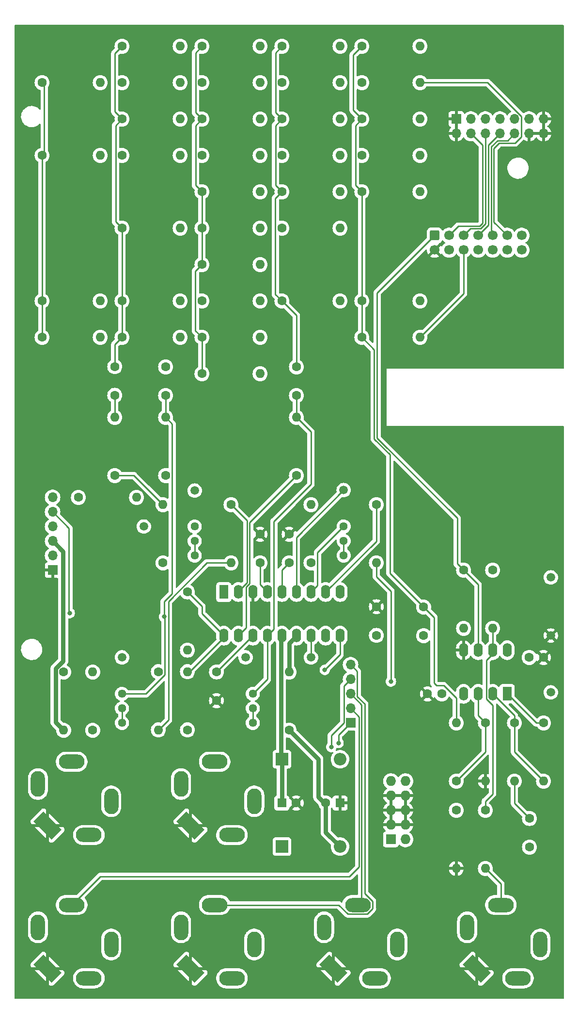
<source format=gtl>
G04 #@! TF.GenerationSoftware,KiCad,Pcbnew,7.0.0-rc2-unknown-92a61b187f~165~ubuntu22.04.1*
G04 #@! TF.CreationDate,2023-02-10T23:31:28-05:00*
G04 #@! TF.ProjectId,pmf_b1,706d665f-6231-42e6-9b69-6361645f7063,rev?*
G04 #@! TF.SameCoordinates,Original*
G04 #@! TF.FileFunction,Copper,L1,Top*
G04 #@! TF.FilePolarity,Positive*
%FSLAX46Y46*%
G04 Gerber Fmt 4.6, Leading zero omitted, Abs format (unit mm)*
G04 Created by KiCad (PCBNEW 7.0.0-rc2-unknown-92a61b187f~165~ubuntu22.04.1) date 2023-02-10 23:31:28*
%MOMM*%
%LPD*%
G01*
G04 APERTURE LIST*
G04 Aperture macros list*
%AMRoundRect*
0 Rectangle with rounded corners*
0 $1 Rounding radius*
0 $2 $3 $4 $5 $6 $7 $8 $9 X,Y pos of 4 corners*
0 Add a 4 corners polygon primitive as box body*
4,1,4,$2,$3,$4,$5,$6,$7,$8,$9,$2,$3,0*
0 Add four circle primitives for the rounded corners*
1,1,$1+$1,$2,$3*
1,1,$1+$1,$4,$5*
1,1,$1+$1,$6,$7*
1,1,$1+$1,$8,$9*
0 Add four rect primitives between the rounded corners*
20,1,$1+$1,$2,$3,$4,$5,0*
20,1,$1+$1,$4,$5,$6,$7,0*
20,1,$1+$1,$6,$7,$8,$9,0*
20,1,$1+$1,$8,$9,$2,$3,0*%
%AMRotRect*
0 Rectangle, with rotation*
0 The origin of the aperture is its center*
0 $1 length*
0 $2 width*
0 $3 Rotation angle, in degrees counterclockwise*
0 Add horizontal line*
21,1,$1,$2,0,0,$3*%
G04 Aperture macros list end*
G04 #@! TA.AperFunction,ComponentPad*
%ADD10O,2.500000X4.500001*%
G04 #@! TD*
G04 #@! TA.AperFunction,ComponentPad*
%ADD11O,4.500001X2.500001*%
G04 #@! TD*
G04 #@! TA.AperFunction,ComponentPad*
%ADD12RotRect,4.500001X2.500001X315.000000*%
G04 #@! TD*
G04 #@! TA.AperFunction,ComponentPad*
%ADD13O,4.500000X2.500000*%
G04 #@! TD*
G04 #@! TA.AperFunction,ComponentPad*
%ADD14O,2.500000X4.500000*%
G04 #@! TD*
G04 #@! TA.AperFunction,ComponentPad*
%ADD15R,1.700000X1.700000*%
G04 #@! TD*
G04 #@! TA.AperFunction,ComponentPad*
%ADD16O,1.700000X1.700000*%
G04 #@! TD*
G04 #@! TA.AperFunction,ComponentPad*
%ADD17C,1.600000*%
G04 #@! TD*
G04 #@! TA.AperFunction,ComponentPad*
%ADD18O,1.600000X1.600000*%
G04 #@! TD*
G04 #@! TA.AperFunction,ComponentPad*
%ADD19C,1.500000*%
G04 #@! TD*
G04 #@! TA.AperFunction,ComponentPad*
%ADD20RoundRect,0.250000X-0.600000X0.600000X-0.600000X-0.600000X0.600000X-0.600000X0.600000X0.600000X0*%
G04 #@! TD*
G04 #@! TA.AperFunction,ComponentPad*
%ADD21C,1.700000*%
G04 #@! TD*
G04 #@! TA.AperFunction,ComponentPad*
%ADD22R,1.600000X2.400000*%
G04 #@! TD*
G04 #@! TA.AperFunction,ComponentPad*
%ADD23O,1.600000X2.400000*%
G04 #@! TD*
G04 #@! TA.AperFunction,ComponentPad*
%ADD24R,1.600000X1.600000*%
G04 #@! TD*
G04 #@! TA.AperFunction,ComponentPad*
%ADD25C,1.440000*%
G04 #@! TD*
G04 #@! TA.AperFunction,ComponentPad*
%ADD26R,2.200000X2.200000*%
G04 #@! TD*
G04 #@! TA.AperFunction,ComponentPad*
%ADD27O,2.200000X2.200000*%
G04 #@! TD*
G04 #@! TA.AperFunction,ComponentPad*
%ADD28R,1.727200X1.727200*%
G04 #@! TD*
G04 #@! TA.AperFunction,ComponentPad*
%ADD29O,1.727200X1.727200*%
G04 #@! TD*
G04 #@! TA.AperFunction,ViaPad*
%ADD30C,0.800000*%
G04 #@! TD*
G04 #@! TA.AperFunction,Conductor*
%ADD31C,0.750000*%
G04 #@! TD*
G04 #@! TA.AperFunction,Conductor*
%ADD32C,0.250000*%
G04 #@! TD*
G04 APERTURE END LIST*
D10*
G04 #@! TO.P,J8,R*
G04 #@! TO.N,N/C*
X143899999Y-150499999D03*
D11*
G04 #@! TO.P,J8,RN*
X139999999Y-156399999D03*
D12*
G04 #@! TO.P,J8,S*
G04 #@! TO.N,Board_0-GND*
X132759999Y-154739999D03*
D13*
G04 #@! TO.P,J8,T*
G04 #@! TO.N,Board_0-/Other stuff/FREQ_CV_IN*
X136999999Y-143599999D03*
D14*
G04 #@! TO.P,J8,TN*
G04 #@! TO.N,N/C*
X131099999Y-147499999D03*
G04 #@! TD*
D15*
G04 #@! TO.P,J1,1,Pin_1*
G04 #@! TO.N,Board_0-GND*
X108659999Y-110159999D03*
D16*
G04 #@! TO.P,J1,2,Pin_2*
G04 #@! TO.N,Board_0-+12V*
X108659999Y-107619999D03*
G04 #@! TO.P,J1,3,Pin_3*
G04 #@! TO.N,Board_0--12V*
X108659999Y-105079999D03*
G04 #@! TO.P,J1,4,Pin_4*
G04 #@! TO.N,Board_0-/Filter core/INPUT*
X108659999Y-102539999D03*
G04 #@! TO.P,J1,5,Pin_5*
G04 #@! TO.N,Board_0-/Filter core/FREQ_CV*
X108659999Y-99999999D03*
G04 #@! TO.P,J1,6,Pin_6*
G04 #@! TO.N,Board_0-/Filter core/RES_CV*
X108659999Y-97459999D03*
G04 #@! TD*
D10*
G04 #@! TO.P,J7,R*
G04 #@! TO.N,N/C*
X143899999Y-175499999D03*
D11*
G04 #@! TO.P,J7,RN*
X139999999Y-181399999D03*
D12*
G04 #@! TO.P,J7,S*
G04 #@! TO.N,Board_0-GND*
X132759999Y-179739999D03*
D13*
G04 #@! TO.P,J7,T*
G04 #@! TO.N,Board_0-/Other stuff/V{slash}OCT_IN*
X136999999Y-168599999D03*
D14*
G04 #@! TO.P,J7,TN*
G04 #@! TO.N,N/C*
X131099999Y-172499999D03*
G04 #@! TD*
D10*
G04 #@! TO.P,J5,R*
G04 #@! TO.N,N/C*
X118899999Y-150499999D03*
D11*
G04 #@! TO.P,J5,RN*
X114999999Y-156399999D03*
D12*
G04 #@! TO.P,J5,S*
G04 #@! TO.N,Board_0-GND*
X107759999Y-154739999D03*
D13*
G04 #@! TO.P,J5,T*
G04 #@! TO.N,Board_0-/Other stuff/IN1*
X111999999Y-143599999D03*
D14*
G04 #@! TO.P,J5,TN*
G04 #@! TO.N,N/C*
X106099999Y-147499999D03*
G04 #@! TD*
D10*
G04 #@! TO.P,J9,R*
G04 #@! TO.N,N/C*
X168899999Y-175499999D03*
D11*
G04 #@! TO.P,J9,RN*
X164999999Y-181399999D03*
D12*
G04 #@! TO.P,J9,S*
G04 #@! TO.N,Board_0-GND*
X157759999Y-179739999D03*
D13*
G04 #@! TO.P,J9,T*
G04 #@! TO.N,Board_0-/Other stuff/RES_CV_IN*
X161999999Y-168599999D03*
D14*
G04 #@! TO.P,J9,TN*
G04 #@! TO.N,N/C*
X156099999Y-172499999D03*
G04 #@! TD*
D15*
G04 #@! TO.P,J2,1,Pin_1*
G04 #@! TO.N,Board_0-/Other stuff/IN1*
X160729999Y-136829999D03*
D16*
G04 #@! TO.P,J2,2,Pin_2*
G04 #@! TO.N,Board_0-/Other stuff/IN2*
X160729999Y-134289999D03*
G04 #@! TO.P,J2,3,Pin_3*
G04 #@! TO.N,Board_0-/Other stuff/RES_CV_IN*
X160729999Y-131749999D03*
G04 #@! TO.P,J2,4,Pin_4*
G04 #@! TO.N,Board_0-/Other stuff/FREQ_CV_IN*
X160729999Y-129209999D03*
G04 #@! TO.P,J2,5,Pin_5*
G04 #@! TO.N,Board_0-/Other stuff/V{slash}OCT_IN*
X160729999Y-126669999D03*
G04 #@! TD*
D10*
G04 #@! TO.P,J6,R*
G04 #@! TO.N,N/C*
X118899999Y-175499999D03*
D11*
G04 #@! TO.P,J6,RN*
X114999999Y-181399999D03*
D12*
G04 #@! TO.P,J6,S*
G04 #@! TO.N,Board_0-GND*
X107759999Y-179739999D03*
D13*
G04 #@! TO.P,J6,T*
G04 #@! TO.N,Board_0-/Other stuff/IN2*
X111999999Y-168599999D03*
D14*
G04 #@! TO.P,J6,TN*
G04 #@! TO.N,N/C*
X106099999Y-172499999D03*
G04 #@! TD*
D10*
G04 #@! TO.P,J12,R*
G04 #@! TO.N,N/C*
X193899999Y-175499999D03*
D11*
G04 #@! TO.P,J12,RN*
X189999999Y-181399999D03*
D12*
G04 #@! TO.P,J12,S*
G04 #@! TO.N,Board_0-GND*
X182759999Y-179739999D03*
D13*
G04 #@! TO.P,J12,T*
G04 #@! TO.N,Board_0-/Other stuff/OUT*
X186999999Y-168599999D03*
D14*
G04 #@! TO.P,J12,TN*
G04 #@! TO.N,N/C*
X181099999Y-172499999D03*
G04 #@! TD*
D17*
G04 #@! TO.P,R56,1*
G04 #@! TO.N,Board_0-Net-(R55-Pad2)*
X179210000Y-152070000D03*
D18*
G04 #@! TO.P,R56,2*
G04 #@! TO.N,Board_0-GND*
X179209999Y-162229999D03*
G04 #@! TD*
D17*
G04 #@! TO.P,R44,1*
G04 #@! TO.N,Board_0-Net-(R29-Pad2)*
X120790000Y-25070000D03*
D18*
G04 #@! TO.P,R44,2*
G04 #@! TO.N,Board_0-/Other stuff/M_NTB*
X130949999Y-25069999D03*
G04 #@! TD*
D17*
G04 #@! TO.P,R26,1*
G04 #@! TO.N,Board_0-LP3*
X148730000Y-44120000D03*
D18*
G04 #@! TO.P,R26,2*
G04 #@! TO.N,Board_0-Net-(R26-Pad2)*
X158889999Y-44119999D03*
G04 #@! TD*
D19*
G04 #@! TO.P,TP2,1,1*
G04 #@! TO.N,Board_0-Net-(U1-OUT1)*
X133490000Y-96270000D03*
G04 #@! TD*
D17*
G04 #@! TO.P,R32,1*
G04 #@! TO.N,Board_0-LP2*
X134760000Y-69520000D03*
D18*
G04 #@! TO.P,R32,2*
G04 #@! TO.N,Board_0-/Other stuff/M_HP2*
X144919999Y-69519999D03*
G04 #@! TD*
D17*
G04 #@! TO.P,R11,1*
G04 #@! TO.N,Board_0-Net-(U1-IN3)*
X151270000Y-93650000D03*
D18*
G04 #@! TO.P,R11,2*
G04 #@! TO.N,Board_0-Net-(U1-OUT3)*
X151269999Y-83489999D03*
G04 #@! TD*
D19*
G04 #@! TO.P,TP4,1,1*
G04 #@! TO.N,Board_0-/Filter core/FREQ_CV*
X153810000Y-125400000D03*
G04 #@! TD*
D20*
G04 #@! TO.P,J11,1,Pin_1*
G04 #@! TO.N,Board_0-Net-(J11-Pin_1)*
X175400000Y-51740000D03*
D21*
G04 #@! TO.P,J11,2,Pin_2*
G04 #@! TO.N,Board_0-GND*
X175400000Y-54280000D03*
G04 #@! TO.P,J11,3,Pin_3*
G04 #@! TO.N,Board_0-LINK4*
X177940000Y-51740000D03*
G04 #@! TO.P,J11,4,Pin_4*
G04 #@! TO.N,Board_0-/Other stuff/M_LP2*
X177940000Y-54280000D03*
G04 #@! TO.P,J11,5,Pin_5*
G04 #@! TO.N,Board_0-LINK3*
X180480000Y-51740000D03*
G04 #@! TO.P,J11,6,Pin_6*
G04 #@! TO.N,Board_0-/Other stuff/M_LP4*
X180480000Y-54280000D03*
G04 #@! TO.P,J11,7,Pin_7*
G04 #@! TO.N,Board_0-LINK2*
X183020000Y-51740000D03*
G04 #@! TO.P,J11,8,Pin_8*
G04 #@! TO.N,Board_0-/Other stuff/M_HP2*
X183020000Y-54280000D03*
G04 #@! TO.P,J11,9,Pin_9*
G04 #@! TO.N,Board_0-LINK1*
X185560000Y-51740000D03*
G04 #@! TO.P,J11,10,Pin_10*
G04 #@! TO.N,Board_0-/Other stuff/M_HP4*
X185560000Y-54280000D03*
G04 #@! TO.P,J11,11,Pin_11*
G04 #@! TO.N,Board_0-/Other stuff/M_NTB*
X188100000Y-51740000D03*
G04 #@! TO.P,J11,12,Pin_12*
G04 #@! TO.N,Board_0-/Other stuff/M_BP2*
X188100000Y-54280000D03*
G04 #@! TO.P,J11,13,Pin_13*
G04 #@! TO.N,Board_0-/Other stuff/M_NTA*
X190640000Y-51740000D03*
G04 #@! TO.P,J11,14,Pin_14*
G04 #@! TO.N,Board_0-/Other stuff/M_BP4*
X190640000Y-54280000D03*
G04 #@! TD*
D19*
G04 #@! TO.P,TP8,1,1*
G04 #@! TO.N,Board_0-GND*
X195720000Y-121590000D03*
G04 #@! TD*
D22*
G04 #@! TO.P,U1,1,IN1*
G04 #@! TO.N,Board_0-Net-(U1-IN1)*
X138579999Y-113979999D03*
D23*
G04 #@! TO.P,U1,2,IN2*
G04 #@! TO.N,Board_0-Net-(U1-IN2)*
X141119999Y-113979999D03*
G04 #@! TO.P,U1,3,GND*
G04 #@! TO.N,Board_0-GND*
X143659999Y-113979999D03*
G04 #@! TO.P,U1,4,CAP2*
G04 #@! TO.N,Board_0-Net-(U1-CAP2)*
X146199999Y-113979999D03*
G04 #@! TO.P,U1,5,CAP1*
G04 #@! TO.N,Board_0-Net-(U1-CAP1)*
X148739999Y-113979999D03*
G04 #@! TO.P,U1,6,OUT2*
G04 #@! TO.N,Board_0-Net-(U1-OUT2)*
X151279999Y-113979999D03*
G04 #@! TO.P,U1,7,OUT1*
G04 #@! TO.N,Board_0-Net-(U1-OUT1)*
X153819999Y-113979999D03*
G04 #@! TO.P,U1,8,VRES*
G04 #@! TO.N,Board_0-Net-(U1-VRES)*
X156359999Y-113979999D03*
G04 #@! TO.P,U1,9,IRES*
G04 #@! TO.N,Board_0-Net-(U1-IRES)*
X158899999Y-113979999D03*
G04 #@! TO.P,U1,10,OUT4*
G04 #@! TO.N,Board_0-Net-(U1-OUT4)*
X158899999Y-121599999D03*
G04 #@! TO.P,U1,11,CAP4*
G04 #@! TO.N,Board_0-Net-(U1-CAP4)*
X156359999Y-121599999D03*
G04 #@! TO.P,U1,12,VCFI*
G04 #@! TO.N,Board_0-/Filter core/FREQ_CV*
X153819999Y-121599999D03*
G04 #@! TO.P,U1,13,VEE*
G04 #@! TO.N,Board_0-Net-(U1-VEE)*
X151279999Y-121599999D03*
G04 #@! TO.P,U1,14,VCC*
G04 #@! TO.N,Board_0-+12V*
X148739999Y-121599999D03*
G04 #@! TO.P,U1,15,OUT3*
G04 #@! TO.N,Board_0-Net-(U1-OUT3)*
X146199999Y-121599999D03*
G04 #@! TO.P,U1,16,CAP3*
G04 #@! TO.N,Board_0-Net-(U1-CAP3)*
X143659999Y-121599999D03*
G04 #@! TO.P,U1,17,IN3*
G04 #@! TO.N,Board_0-Net-(U1-IN3)*
X141119999Y-121599999D03*
G04 #@! TO.P,U1,18,IN4*
G04 #@! TO.N,Board_0-Net-(U1-IN4)*
X138579999Y-121599999D03*
G04 #@! TD*
D24*
G04 #@! TO.P,C11,1*
G04 #@! TO.N,Board_0-GND*
X158889999Y-150799999D03*
D17*
G04 #@! TO.P,C11,2*
G04 #@! TO.N,Board_0--12V*
X156390000Y-150800000D03*
G04 #@! TD*
G04 #@! TO.P,R57,1*
G04 #@! TO.N,Board_0-Net-(R55-Pad2)*
X184290000Y-152070000D03*
D18*
G04 #@! TO.P,R57,2*
G04 #@! TO.N,Board_0-/Other stuff/OUT*
X184289999Y-162229999D03*
G04 #@! TD*
D19*
G04 #@! TO.P,TP5,1,1*
G04 #@! TO.N,Board_0-Net-(U1-OUT3)*
X120790000Y-125390000D03*
G04 #@! TD*
D17*
G04 #@! TO.P,R24,1*
G04 #@! TO.N,Board_0-LP1*
X120790000Y-63170000D03*
D18*
G04 #@! TO.P,R24,2*
G04 #@! TO.N,Board_0-/Other stuff/M_HP4*
X130949999Y-63169999D03*
G04 #@! TD*
D17*
G04 #@! TO.P,R21,1*
G04 #@! TO.N,Board_0-INPUT*
X106820000Y-37770000D03*
D18*
G04 #@! TO.P,R21,2*
G04 #@! TO.N,Board_0-/Other stuff/M_NTA*
X116979999Y-37769999D03*
G04 #@! TD*
D17*
G04 #@! TO.P,R22,1*
G04 #@! TO.N,Board_0-INPUT*
X106820000Y-25070000D03*
D18*
G04 #@! TO.P,R22,2*
G04 #@! TO.N,Board_0-/Other stuff/M_NTB*
X116979999Y-25069999D03*
G04 #@! TD*
D17*
G04 #@! TO.P,R49,1*
G04 #@! TO.N,Board_0-LP4*
X162700000Y-44120000D03*
D18*
G04 #@! TO.P,R49,2*
G04 #@! TO.N,Board_0-/Other stuff/M_BP4*
X172859999Y-44119999D03*
G04 #@! TD*
D17*
G04 #@! TO.P,R39,1*
G04 #@! TO.N,Board_0-LP4*
X162700000Y-18720000D03*
D18*
G04 #@! TO.P,R39,2*
G04 #@! TO.N,Board_0-Net-(R39-Pad2)*
X172859999Y-18719999D03*
G04 #@! TD*
D25*
G04 #@! TO.P,RV1,1,1*
G04 #@! TO.N,Board_0-/Filter core/INPUT*
X133490000Y-102540000D03*
G04 #@! TO.P,RV1,2,2*
G04 #@! TO.N,Board_0-Net-(R1-Pad1)*
X133490000Y-105080000D03*
G04 #@! TO.P,RV1,3,3*
X133490000Y-107620000D03*
G04 #@! TD*
D17*
G04 #@! TO.P,R50,1*
G04 #@! TO.N,Board_0-Net-(R36-Pad2)*
X134760000Y-37770000D03*
D18*
G04 #@! TO.P,R50,2*
G04 #@! TO.N,Board_0-/Other stuff/M_NTA*
X144919999Y-37769999D03*
G04 #@! TD*
D17*
G04 #@! TO.P,R16,1*
G04 #@! TO.N,Board_0-Net-(U1-IN4)*
X132220000Y-113960000D03*
D18*
G04 #@! TO.P,R16,2*
G04 #@! TO.N,Board_0-Net-(U1-OUT4)*
X132219999Y-124119999D03*
G04 #@! TD*
D17*
G04 #@! TO.P,R38,1*
G04 #@! TO.N,Board_0-LP2*
X134760000Y-18720000D03*
D18*
G04 #@! TO.P,R38,2*
G04 #@! TO.N,Board_0-Net-(R38-Pad2)*
X144919999Y-18719999D03*
G04 #@! TD*
D17*
G04 #@! TO.P,R25,1*
G04 #@! TO.N,Board_0-LP1*
X120790000Y-50470000D03*
D18*
G04 #@! TO.P,R25,2*
G04 #@! TO.N,Board_0-/Other stuff/M_BP2*
X130949999Y-50469999D03*
G04 #@! TD*
D17*
G04 #@! TO.P,R48,1*
G04 #@! TO.N,Board_0-LP4*
X162700000Y-63170000D03*
D18*
G04 #@! TO.P,R48,2*
G04 #@! TO.N,Board_0-/Other stuff/M_HP4*
X172859999Y-63169999D03*
G04 #@! TD*
D17*
G04 #@! TO.P,R31,1*
G04 #@! TO.N,Board_0-LP2*
X134760000Y-75870000D03*
D18*
G04 #@! TO.P,R31,2*
G04 #@! TO.N,Board_0-/Other stuff/M_LP2*
X144919999Y-75869999D03*
G04 #@! TD*
D17*
G04 #@! TO.P,C6,1*
G04 #@! TO.N,Board_0-Net-(U1-OUT3)*
X151270000Y-79680000D03*
G04 #@! TO.P,C6,2*
G04 #@! TO.N,Board_0-LP3*
X151270000Y-74680000D03*
G04 #@! TD*
G04 #@! TO.P,R29,1*
G04 #@! TO.N,Board_0-LP1*
X120790000Y-18720000D03*
D18*
G04 #@! TO.P,R29,2*
G04 #@! TO.N,Board_0-Net-(R29-Pad2)*
X130949999Y-18719999D03*
G04 #@! TD*
D17*
G04 #@! TO.P,C13,1*
G04 #@! TO.N,Board_0-GND*
X174170000Y-131750000D03*
G04 #@! TO.P,C13,2*
G04 #@! TO.N,Board_0--12V*
X176670000Y-131750000D03*
G04 #@! TD*
D22*
G04 #@! TO.P,U2,1*
G04 #@! TO.N,Board_0-Net-(R10-Pad2)*
X188099999Y-131749999D03*
D23*
G04 #@! TO.P,U2,2,-*
G04 #@! TO.N,Board_0-Net-(U2A--)*
X185559999Y-131749999D03*
G04 #@! TO.P,U2,3,+*
G04 #@! TO.N,Board_0-Net-(U2A-+)*
X183019999Y-131749999D03*
G04 #@! TO.P,U2,4,V-*
G04 #@! TO.N,Board_0--12V*
X180479999Y-131749999D03*
G04 #@! TO.P,U2,5,+*
G04 #@! TO.N,Board_0-GND*
X180479999Y-124129999D03*
G04 #@! TO.P,U2,6,-*
G04 #@! TO.N,Board_0-Net-(J11-Pin_1)*
X183019999Y-124129999D03*
G04 #@! TO.P,U2,7*
G04 #@! TO.N,Board_0-Net-(R55-Pad2)*
X185559999Y-124129999D03*
G04 #@! TO.P,U2,8,V+*
G04 #@! TO.N,Board_0-+12V*
X188099999Y-124129999D03*
G04 #@! TD*
D24*
G04 #@! TO.P,C10,1*
G04 #@! TO.N,Board_0-+12V*
X148729999Y-150799999D03*
D17*
G04 #@! TO.P,C10,2*
G04 #@! TO.N,Board_0-GND*
X151230000Y-150800000D03*
G04 #@! TD*
D26*
G04 #@! TO.P,D2,1,K*
G04 #@! TO.N,Board_0-/Other stuff/-12V_IN*
X148729999Y-158419999D03*
D27*
G04 #@! TO.P,D2,2,A*
G04 #@! TO.N,Board_0--12V*
X158889999Y-158419999D03*
G04 #@! TD*
D17*
G04 #@! TO.P,C5,1*
G04 #@! TO.N,Board_0-Net-(U1-CAP3)*
X137300000Y-127930000D03*
G04 #@! TO.P,C5,2*
G04 #@! TO.N,Board_0-GND*
X137300000Y-132930000D03*
G04 #@! TD*
G04 #@! TO.P,R37,1*
G04 #@! TO.N,Board_0-LP4*
X162700000Y-31420000D03*
D18*
G04 #@! TO.P,R37,2*
G04 #@! TO.N,Board_0-Net-(R37-Pad2)*
X172859999Y-31419999D03*
G04 #@! TD*
D17*
G04 #@! TO.P,R28,1*
G04 #@! TO.N,Board_0-LP3*
X148730000Y-31420000D03*
D18*
G04 #@! TO.P,R28,2*
G04 #@! TO.N,Board_0-Net-(R28-Pad2)*
X158889999Y-31419999D03*
G04 #@! TD*
D17*
G04 #@! TO.P,R30,1*
G04 #@! TO.N,Board_0-LP3*
X148730000Y-18720000D03*
D18*
G04 #@! TO.P,R30,2*
G04 #@! TO.N,Board_0-Net-(R30-Pad2)*
X158889999Y-18719999D03*
G04 #@! TD*
D25*
G04 #@! TO.P,RV4,1,1*
G04 #@! TO.N,Board_0-Net-(U1-OUT3)*
X143650000Y-131740000D03*
G04 #@! TO.P,RV4,2,2*
G04 #@! TO.N,Board_0-Net-(R13-Pad1)*
X143650000Y-134280000D03*
G04 #@! TO.P,RV4,3,3*
X143650000Y-136820000D03*
G04 #@! TD*
D17*
G04 #@! TO.P,R4,1*
G04 #@! TO.N,Board_0--12V*
X150000000Y-138100000D03*
D18*
G04 #@! TO.P,R4,2*
G04 #@! TO.N,Board_0-Net-(U1-VEE)*
X149999999Y-127939999D03*
G04 #@! TD*
D25*
G04 #@! TO.P,RV3,1,1*
G04 #@! TO.N,Board_0-Net-(U1-OUT2)*
X120790000Y-131740000D03*
G04 #@! TO.P,RV3,2,2*
G04 #@! TO.N,Board_0-Net-(R8-Pad1)*
X120790000Y-134280000D03*
G04 #@! TO.P,RV3,3,3*
X120790000Y-136820000D03*
G04 #@! TD*
D19*
G04 #@! TO.P,TP6,1,1*
G04 #@! TO.N,Board_0-Net-(U1-OUT4)*
X142380000Y-125390000D03*
G04 #@! TD*
D15*
G04 #@! TO.P,J14,1,Pin_1*
G04 #@! TO.N,Board_0-GND*
X179209999Y-31419999D03*
D16*
G04 #@! TO.P,J14,2,Pin_2*
X179209999Y-33959999D03*
G04 #@! TO.P,J14,3,Pin_3*
G04 #@! TO.N,Board_0-LP4*
X181749999Y-31419999D03*
G04 #@! TO.P,J14,4,Pin_4*
G04 #@! TO.N,Board_0-LINK4*
X181749999Y-33959999D03*
G04 #@! TO.P,J14,5,Pin_5*
G04 #@! TO.N,Board_0-LP3*
X184289999Y-31419999D03*
G04 #@! TO.P,J14,6,Pin_6*
G04 #@! TO.N,Board_0-LINK3*
X184289999Y-33959999D03*
G04 #@! TO.P,J14,7,Pin_7*
G04 #@! TO.N,Board_0-LP2*
X186829999Y-31419999D03*
G04 #@! TO.P,J14,8,Pin_8*
G04 #@! TO.N,Board_0-LINK2*
X186829999Y-33959999D03*
G04 #@! TO.P,J14,9,Pin_9*
G04 #@! TO.N,Board_0-LP1*
X189369999Y-31419999D03*
G04 #@! TO.P,J14,10,Pin_10*
G04 #@! TO.N,Board_0-LINK1*
X189369999Y-33959999D03*
G04 #@! TO.P,J14,11,Pin_11*
G04 #@! TO.N,Board_0-INPUT*
X191909999Y-31419999D03*
G04 #@! TO.P,J14,12,Pin_12*
G04 #@! TO.N,Board_0-GND*
X191909999Y-33959999D03*
G04 #@! TO.P,J14,13,Pin_13*
X194449999Y-31419999D03*
G04 #@! TO.P,J14,14,Pin_14*
X194449999Y-33959999D03*
G04 #@! TD*
D17*
G04 #@! TO.P,R2,1*
G04 #@! TO.N,Board_0-Net-(U1-IN1)*
X119520000Y-93650000D03*
D18*
G04 #@! TO.P,R2,2*
G04 #@! TO.N,Board_0-Net-(U1-OUT1)*
X119519999Y-83489999D03*
G04 #@! TD*
D17*
G04 #@! TO.P,R17,1*
G04 #@! TO.N,Board_0-Net-(U2A--)*
X189370000Y-136830000D03*
D18*
G04 #@! TO.P,R17,2*
G04 #@! TO.N,Board_0-Net-(C9-Pad1)*
X189369999Y-146989999D03*
G04 #@! TD*
D17*
G04 #@! TO.P,C4,1*
G04 #@! TO.N,Board_0-Net-(U1-OUT2)*
X128410000Y-79680000D03*
G04 #@! TO.P,C4,2*
G04 #@! TO.N,Board_0-LP2*
X128410000Y-74680000D03*
G04 #@! TD*
G04 #@! TO.P,R47,1*
G04 #@! TO.N,Board_0-Net-(R33-Pad2)*
X134760000Y-63170000D03*
D18*
G04 #@! TO.P,R47,2*
G04 #@! TO.N,Board_0-/Other stuff/M_HP4*
X144919999Y-63169999D03*
G04 #@! TD*
D17*
G04 #@! TO.P,C1,1*
G04 #@! TO.N,Board_0-Net-(U1-CAP1)*
X150000000Y-108890000D03*
G04 #@! TO.P,C1,2*
G04 #@! TO.N,Board_0-GND*
X150000000Y-103890000D03*
G04 #@! TD*
G04 #@! TO.P,R10,1*
G04 #@! TO.N,Board_0-Net-(U1-VRES)*
X165240000Y-98730000D03*
D18*
G04 #@! TO.P,R10,2*
G04 #@! TO.N,Board_0-Net-(R10-Pad2)*
X165239999Y-108889999D03*
G04 #@! TD*
D17*
G04 #@! TO.P,C3,1*
G04 #@! TO.N,Board_0-Net-(U1-CAP2)*
X144920000Y-108890000D03*
G04 #@! TO.P,C3,2*
G04 #@! TO.N,Board_0-GND*
X144920000Y-103890000D03*
G04 #@! TD*
G04 #@! TO.P,R33,1*
G04 #@! TO.N,Board_0-LP2*
X134760000Y-56820000D03*
D18*
G04 #@! TO.P,R33,2*
G04 #@! TO.N,Board_0-Net-(R33-Pad2)*
X144919999Y-56819999D03*
G04 #@! TD*
D17*
G04 #@! TO.P,C7,1*
G04 #@! TO.N,Board_0-Net-(U1-CAP4)*
X165240000Y-121550000D03*
G04 #@! TO.P,C7,2*
G04 #@! TO.N,Board_0-GND*
X165240000Y-116550000D03*
G04 #@! TD*
G04 #@! TO.P,C8,1*
G04 #@! TO.N,Board_0-Net-(U1-OUT4)*
X173495000Y-121590000D03*
G04 #@! TO.P,C8,2*
G04 #@! TO.N,Board_0-LP4*
X173495000Y-116590000D03*
G04 #@! TD*
G04 #@! TO.P,R55,1*
G04 #@! TO.N,Board_0-Net-(R54-Pad2)*
X185560000Y-110160000D03*
D18*
G04 #@! TO.P,R55,2*
G04 #@! TO.N,Board_0-Net-(R55-Pad2)*
X185559999Y-120319999D03*
G04 #@! TD*
D17*
G04 #@! TO.P,R36,1*
G04 #@! TO.N,Board_0-LP2*
X134760000Y-31420000D03*
D18*
G04 #@! TO.P,R36,2*
G04 #@! TO.N,Board_0-Net-(R36-Pad2)*
X144919999Y-31419999D03*
G04 #@! TD*
D17*
G04 #@! TO.P,C12,1*
G04 #@! TO.N,Board_0-+12V*
X191950000Y-125400000D03*
G04 #@! TO.P,C12,2*
G04 #@! TO.N,Board_0-GND*
X194450000Y-125400000D03*
G04 #@! TD*
G04 #@! TO.P,R40,1*
G04 #@! TO.N,Board_0-LP3*
X148730000Y-63170000D03*
D18*
G04 #@! TO.P,R40,2*
G04 #@! TO.N,Board_0-/Other stuff/M_HP4*
X158889999Y-63169999D03*
G04 #@! TD*
D17*
G04 #@! TO.P,R9,1*
G04 #@! TO.N,Board_0-Net-(U1-IN3)*
X110590000Y-127950000D03*
D18*
G04 #@! TO.P,R9,2*
G04 #@! TO.N,Board_0--12V*
X110589999Y-138109999D03*
G04 #@! TD*
D17*
G04 #@! TO.P,R51,1*
G04 #@! TO.N,Board_0-Net-(R37-Pad2)*
X162700000Y-37770000D03*
D18*
G04 #@! TO.P,R51,2*
G04 #@! TO.N,Board_0-/Other stuff/M_NTA*
X172859999Y-37769999D03*
G04 #@! TD*
D17*
G04 #@! TO.P,R13,1*
G04 #@! TO.N,Board_0-Net-(R13-Pad1)*
X132220000Y-138050000D03*
D18*
G04 #@! TO.P,R13,2*
G04 #@! TO.N,Board_0-Net-(U1-IN4)*
X132219999Y-127889999D03*
G04 #@! TD*
D17*
G04 #@! TO.P,R18,1*
G04 #@! TO.N,Board_0-Net-(U2A-+)*
X179210000Y-146990000D03*
D18*
G04 #@! TO.P,R18,2*
G04 #@! TO.N,Board_0-LP4*
X179209999Y-136829999D03*
G04 #@! TD*
D17*
G04 #@! TO.P,R43,1*
G04 #@! TO.N,Board_0-Net-(R28-Pad2)*
X148730000Y-37770000D03*
D18*
G04 #@! TO.P,R43,2*
G04 #@! TO.N,Board_0-/Other stuff/M_NTA*
X158889999Y-37769999D03*
G04 #@! TD*
D19*
G04 #@! TO.P,TP9,1,1*
G04 #@! TO.N,Board_0--12V*
X195720000Y-131490000D03*
G04 #@! TD*
D17*
G04 #@! TO.P,R20,1*
G04 #@! TO.N,Board_0-INPUT*
X106820000Y-63170000D03*
D18*
G04 #@! TO.P,R20,2*
G04 #@! TO.N,Board_0-/Other stuff/M_HP4*
X116979999Y-63169999D03*
G04 #@! TD*
D19*
G04 #@! TO.P,TP1,1,1*
G04 #@! TO.N,Board_0-/Filter core/INPUT*
X124600000Y-102550000D03*
G04 #@! TD*
D17*
G04 #@! TO.P,R7,1*
G04 #@! TO.N,Board_0-/Filter core/RES_CV*
X113170000Y-97460000D03*
D18*
G04 #@! TO.P,R7,2*
G04 #@! TO.N,Board_0-Net-(U1-IRES)*
X123329999Y-97459999D03*
G04 #@! TD*
D17*
G04 #@! TO.P,R27,1*
G04 #@! TO.N,Board_0-LP1*
X120790000Y-31420000D03*
D18*
G04 #@! TO.P,R27,2*
G04 #@! TO.N,Board_0-Net-(R27-Pad2)*
X130949999Y-31419999D03*
G04 #@! TD*
D17*
G04 #@! TO.P,C9,1*
G04 #@! TO.N,Board_0-Net-(C9-Pad1)*
X192000000Y-153500000D03*
G04 #@! TO.P,C9,2*
G04 #@! TO.N,Board_0-/Filter core/INPUT*
X192000000Y-158500000D03*
G04 #@! TD*
G04 #@! TO.P,R23,1*
G04 #@! TO.N,Board_0-LP1*
X120790000Y-69520000D03*
D18*
G04 #@! TO.P,R23,2*
G04 #@! TO.N,Board_0-/Other stuff/M_HP2*
X130949999Y-69519999D03*
G04 #@! TD*
D17*
G04 #@! TO.P,R41,1*
G04 #@! TO.N,Board_0-Net-(R26-Pad2)*
X148730000Y-50470000D03*
D18*
G04 #@! TO.P,R41,2*
G04 #@! TO.N,Board_0-/Other stuff/M_BP4*
X158889999Y-50469999D03*
G04 #@! TD*
D17*
G04 #@! TO.P,R46,1*
G04 #@! TO.N,Board_0-LP4*
X162700000Y-69520000D03*
D18*
G04 #@! TO.P,R46,2*
G04 #@! TO.N,Board_0-/Other stuff/M_LP4*
X172859999Y-69519999D03*
G04 #@! TD*
D17*
G04 #@! TO.P,R19,1*
G04 #@! TO.N,Board_0-INPUT*
X106820000Y-69520000D03*
D18*
G04 #@! TO.P,R19,2*
G04 #@! TO.N,Board_0-/Other stuff/M_HP2*
X116979999Y-69519999D03*
G04 #@! TD*
D17*
G04 #@! TO.P,R42,1*
G04 #@! TO.N,Board_0-Net-(R27-Pad2)*
X120790000Y-37770000D03*
D18*
G04 #@! TO.P,R42,2*
G04 #@! TO.N,Board_0-/Other stuff/M_NTA*
X130949999Y-37769999D03*
G04 #@! TD*
D17*
G04 #@! TO.P,R12,1*
G04 #@! TO.N,Board_0-Net-(R10-Pad2)*
X194450000Y-136830000D03*
D18*
G04 #@! TO.P,R12,2*
G04 #@! TO.N,Board_0-Net-(U2A--)*
X194449999Y-146989999D03*
G04 #@! TD*
D26*
G04 #@! TO.P,D1,1,K*
G04 #@! TO.N,Board_0-+12V*
X148729999Y-143179999D03*
D27*
G04 #@! TO.P,D1,2,A*
G04 #@! TO.N,Board_0-/Other stuff/+12V_IN*
X158889999Y-143179999D03*
G04 #@! TD*
D17*
G04 #@! TO.P,R34,1*
G04 #@! TO.N,Board_0-LP2*
X134760000Y-50470000D03*
D18*
G04 #@! TO.P,R34,2*
G04 #@! TO.N,Board_0-/Other stuff/M_BP2*
X144919999Y-50469999D03*
G04 #@! TD*
D17*
G04 #@! TO.P,R35,1*
G04 #@! TO.N,Board_0-LP2*
X134760000Y-44120000D03*
D18*
G04 #@! TO.P,R35,2*
G04 #@! TO.N,Board_0-/Other stuff/M_BP4*
X144919999Y-44119999D03*
G04 #@! TD*
D17*
G04 #@! TO.P,R45,1*
G04 #@! TO.N,Board_0-Net-(R30-Pad2)*
X148730000Y-25070000D03*
D18*
G04 #@! TO.P,R45,2*
G04 #@! TO.N,Board_0-/Other stuff/M_NTB*
X158889999Y-25069999D03*
G04 #@! TD*
D17*
G04 #@! TO.P,R54,1*
G04 #@! TO.N,Board_0-Net-(J11-Pin_1)*
X180480000Y-110160000D03*
D18*
G04 #@! TO.P,R54,2*
G04 #@! TO.N,Board_0-Net-(R54-Pad2)*
X180479999Y-120319999D03*
G04 #@! TD*
D17*
G04 #@! TO.P,R3,1*
G04 #@! TO.N,Board_0-Net-(R3-Pad1)*
X153810000Y-108890000D03*
D18*
G04 #@! TO.P,R3,2*
G04 #@! TO.N,Board_0-Net-(U1-IN2)*
X153809999Y-98729999D03*
G04 #@! TD*
D17*
G04 #@! TO.P,R6,1*
G04 #@! TO.N,Board_0-Net-(U1-IN2)*
X128410000Y-93650000D03*
D18*
G04 #@! TO.P,R6,2*
G04 #@! TO.N,Board_0-Net-(U1-OUT2)*
X128409999Y-83489999D03*
G04 #@! TD*
D19*
G04 #@! TO.P,TP7,1,1*
G04 #@! TO.N,Board_0-+12V*
X195720000Y-111430000D03*
G04 #@! TD*
D28*
G04 #@! TO.P,J10,1,-12V*
G04 #@! TO.N,Board_0-/Other stuff/-12V_IN*
X167779999Y-157149999D03*
D29*
G04 #@! TO.P,J10,2,-12V*
X170319999Y-157149999D03*
G04 #@! TO.P,J10,3,GND*
G04 #@! TO.N,Board_0-GND*
X167779999Y-154609999D03*
G04 #@! TO.P,J10,4,GND*
X170319999Y-154609999D03*
G04 #@! TO.P,J10,5,GND*
X167779999Y-152069999D03*
G04 #@! TO.P,J10,6,GND*
X170319999Y-152069999D03*
G04 #@! TO.P,J10,7,GND*
X167779999Y-149529999D03*
G04 #@! TO.P,J10,8,GND*
X170319999Y-149529999D03*
G04 #@! TO.P,J10,9,+12V*
G04 #@! TO.N,Board_0-/Other stuff/+12V_IN*
X167779999Y-146989999D03*
G04 #@! TO.P,J10,10,+12V*
X170319999Y-146989999D03*
G04 #@! TD*
D17*
G04 #@! TO.P,R1,1*
G04 #@! TO.N,Board_0-Net-(R1-Pad1)*
X127950000Y-108900000D03*
D18*
G04 #@! TO.P,R1,2*
G04 #@! TO.N,Board_0-Net-(U1-IN1)*
X127949999Y-98739999D03*
G04 #@! TD*
D17*
G04 #@! TO.P,R15,1*
G04 #@! TO.N,Board_0-Net-(U2A-+)*
X184290000Y-136830000D03*
D18*
G04 #@! TO.P,R15,2*
G04 #@! TO.N,Board_0-GND*
X184289999Y-146989999D03*
G04 #@! TD*
D17*
G04 #@! TO.P,C2,1*
G04 #@! TO.N,Board_0-Net-(U1-OUT1)*
X119520000Y-79640000D03*
G04 #@! TO.P,C2,2*
G04 #@! TO.N,Board_0-LP1*
X119520000Y-74640000D03*
G04 #@! TD*
G04 #@! TO.P,R14,1*
G04 #@! TO.N,Board_0-Net-(U1-IN4)*
X127140000Y-127890000D03*
D18*
G04 #@! TO.P,R14,2*
G04 #@! TO.N,Board_0--12V*
X127139999Y-138049999D03*
G04 #@! TD*
D25*
G04 #@! TO.P,RV2,1,1*
G04 #@! TO.N,Board_0-Net-(U1-OUT1)*
X159525000Y-102530000D03*
G04 #@! TO.P,RV2,2,2*
G04 #@! TO.N,Board_0-Net-(R3-Pad1)*
X159525000Y-105070000D03*
G04 #@! TO.P,RV2,3,3*
X159525000Y-107610000D03*
G04 #@! TD*
D19*
G04 #@! TO.P,TP3,1,1*
G04 #@! TO.N,Board_0-Net-(U1-OUT2)*
X159525000Y-96190000D03*
G04 #@! TD*
D17*
G04 #@! TO.P,R5,1*
G04 #@! TO.N,Board_0-Net-(U1-IN2)*
X139840000Y-98730000D03*
D18*
G04 #@! TO.P,R5,2*
G04 #@! TO.N,Board_0--12V*
X139839999Y-108889999D03*
G04 #@! TD*
D17*
G04 #@! TO.P,R53,1*
G04 #@! TO.N,Board_0-Net-(R39-Pad2)*
X162700000Y-25070000D03*
D18*
G04 #@! TO.P,R53,2*
G04 #@! TO.N,Board_0-/Other stuff/M_NTB*
X172859999Y-25069999D03*
G04 #@! TD*
D17*
G04 #@! TO.P,R52,1*
G04 #@! TO.N,Board_0-Net-(R38-Pad2)*
X134760000Y-25070000D03*
D18*
G04 #@! TO.P,R52,2*
G04 #@! TO.N,Board_0-/Other stuff/M_NTB*
X144919999Y-25069999D03*
G04 #@! TD*
D17*
G04 #@! TO.P,R8,1*
G04 #@! TO.N,Board_0-Net-(R8-Pad1)*
X115670000Y-138110000D03*
D18*
G04 #@! TO.P,R8,2*
G04 #@! TO.N,Board_0-Net-(U1-IN3)*
X115669999Y-127949999D03*
G04 #@! TD*
D30*
G04 #@! TO.N,Board_0-/Filter core/FREQ_CV*
X111646000Y-117653000D03*
G04 #@! TO.N,Board_0-/Other stuff/FREQ_CV_IN*
X157366000Y-141021000D03*
G04 #@! TO.N,Board_0-/Other stuff/IN1*
X158624228Y-140329500D03*
G04 #@! TO.N,Board_0-Net-(R10-Pad2)*
X167780000Y-129591000D03*
G04 #@! TO.N,Board_0-Net-(U1-OUT2)*
X128143500Y-118300999D03*
G04 #@! TO.N,Board_0-Net-(U1-OUT4)*
X156223000Y-127559000D03*
G04 #@! TD*
D31*
G04 #@! TO.N,Board_0-+12V*
X148730000Y-143180000D02*
X148730000Y-150800000D01*
X148575000Y-143025000D02*
X148575000Y-121765000D01*
X148730000Y-143180000D02*
X148575000Y-143025000D01*
X148575000Y-121765000D02*
X148740000Y-121600000D01*
G04 #@! TO.N,Board_0--12V*
X109165000Y-127359745D02*
X109165000Y-136685000D01*
X156390000Y-155920000D02*
X158890000Y-158420000D01*
D32*
X128918000Y-136272000D02*
X128918000Y-115600299D01*
D31*
X156096000Y-150800000D02*
X155080000Y-149784000D01*
X108660000Y-105080000D02*
X110503000Y-106923000D01*
D32*
X127140000Y-138050000D02*
X128918000Y-136272000D01*
D31*
X110503000Y-106923000D02*
X110503000Y-126021745D01*
X110503000Y-126021745D02*
X109165000Y-127359745D01*
X156390000Y-150800000D02*
X156096000Y-150800000D01*
X109165000Y-136685000D02*
X110590000Y-138110000D01*
D32*
X128918000Y-115600299D02*
X135628299Y-108890000D01*
D31*
X155080000Y-143180000D02*
X150000000Y-138100000D01*
X155080000Y-149784000D02*
X155080000Y-143180000D01*
X156390000Y-150800000D02*
X156390000Y-155920000D01*
D32*
X135628299Y-108890000D02*
X139840000Y-108890000D01*
G04 #@! TO.N,Board_0-/Filter core/FREQ_CV*
X111519000Y-117526000D02*
X111646000Y-117653000D01*
X153810000Y-121610000D02*
X153820000Y-121600000D01*
X153810000Y-125400000D02*
X153810000Y-121610000D01*
X111519000Y-102859000D02*
X111519000Y-117526000D01*
X108660000Y-100000000D02*
X111519000Y-102859000D01*
G04 #@! TO.N,Board_0-/Other stuff/FREQ_CV_IN*
X157366000Y-138989000D02*
X159555000Y-136800000D01*
X159555000Y-130385000D02*
X160730000Y-129210000D01*
X159555000Y-136800000D02*
X159555000Y-130385000D01*
X157366000Y-141021000D02*
X157366000Y-138989000D01*
G04 #@! TO.N,Board_0-/Other stuff/IN1*
X158624228Y-138935772D02*
X158624228Y-140329500D01*
X160730000Y-136830000D02*
X158624228Y-138935772D01*
G04 #@! TO.N,Board_0-/Other stuff/IN2*
X160541000Y-163627000D02*
X162192000Y-161976000D01*
X112000000Y-168600000D02*
X116973000Y-163627000D01*
X162192000Y-135752000D02*
X160730000Y-134290000D01*
X116973000Y-163627000D02*
X160541000Y-163627000D01*
X162192000Y-161976000D02*
X162192000Y-135752000D01*
G04 #@! TO.N,Board_0-/Other stuff/M_LP4*
X172860000Y-69520000D02*
X180480000Y-61900000D01*
X180480000Y-61900000D02*
X180480000Y-54280000D01*
G04 #@! TO.N,Board_0-/Other stuff/M_NTB*
X186703000Y-35611000D02*
X189497000Y-35611000D01*
X184681701Y-25070000D02*
X172860000Y-25070000D01*
X188100000Y-51740000D02*
X185756000Y-49396000D01*
X190545000Y-30933299D02*
X184681701Y-25070000D01*
X185756000Y-49396000D02*
X185756000Y-36558000D01*
X190545000Y-34563000D02*
X190545000Y-30933299D01*
X189497000Y-35611000D02*
X190545000Y-34563000D01*
X185756000Y-36558000D02*
X186703000Y-35611000D01*
G04 #@! TO.N,Board_0-/Other stuff/OUT*
X184290000Y-162230000D02*
X187000000Y-164940000D01*
X187000000Y-164940000D02*
X187000000Y-168600000D01*
G04 #@! TO.N,Board_0-/Other stuff/RES_CV_IN*
X162641501Y-133661501D02*
X160730000Y-131750000D01*
X162641501Y-167958499D02*
X162641501Y-133661501D01*
X162000000Y-168600000D02*
X162641501Y-167958499D01*
G04 #@! TO.N,Board_0-/Other stuff/V{slash}OCT_IN*
X163652386Y-170175000D02*
X164575000Y-169252386D01*
X163208000Y-133528000D02*
X161910000Y-132230000D01*
X137000000Y-168600000D02*
X158656000Y-168600000D01*
X164575000Y-167947614D02*
X163208000Y-166580614D01*
X164575000Y-169252386D02*
X164575000Y-167947614D01*
X161910000Y-127850000D02*
X160730000Y-126670000D01*
X158656000Y-168600000D02*
X160231000Y-170175000D01*
X163208000Y-166580614D02*
X163208000Y-133528000D01*
X160231000Y-170175000D02*
X163652386Y-170175000D01*
X161910000Y-132230000D02*
X161910000Y-127850000D01*
G04 #@! TO.N,Board_0-INPUT*
X106820000Y-37770000D02*
X106820000Y-63170000D01*
X107201000Y-37389000D02*
X106820000Y-37770000D01*
X106820000Y-63170000D02*
X106820000Y-69520000D01*
X107201000Y-25451000D02*
X107201000Y-37389000D01*
X106820000Y-25070000D02*
X107201000Y-25451000D01*
G04 #@! TO.N,Board_0-LINK1*
X186390501Y-35161499D02*
X185306000Y-36246000D01*
X189370000Y-33960000D02*
X188168501Y-35161499D01*
X188168501Y-35161499D02*
X186390501Y-35161499D01*
X185306000Y-51486000D02*
X185560000Y-51740000D01*
X185306000Y-38024000D02*
X185306000Y-51486000D01*
X185306000Y-36246000D02*
X185306000Y-38024000D01*
G04 #@! TO.N,Board_0-LINK2*
X184798000Y-49962000D02*
X183020000Y-51740000D01*
X184798000Y-35992000D02*
X184798000Y-49962000D01*
X186830000Y-33960000D02*
X184798000Y-35992000D01*
G04 #@! TO.N,Board_0-LINK3*
X184290000Y-49708690D02*
X183433690Y-50565000D01*
X184290000Y-33960000D02*
X184290000Y-47930000D01*
X184290000Y-47930000D02*
X184290000Y-49708690D01*
X183433690Y-50565000D02*
X181655000Y-50565000D01*
X181655000Y-50565000D02*
X180480000Y-51740000D01*
G04 #@! TO.N,Board_0-LINK4*
X179564501Y-50115499D02*
X177940000Y-51740000D01*
X181750000Y-33960000D02*
X183782000Y-35992000D01*
X183782000Y-35992000D02*
X183782000Y-45898000D01*
X183247501Y-50115499D02*
X179564501Y-50115499D01*
X183782000Y-49581000D02*
X183247501Y-50115499D01*
X183782000Y-45898000D02*
X183782000Y-49581000D01*
G04 #@! TO.N,Board_0-LP1*
X120790000Y-18720000D02*
X119520000Y-19990000D01*
X119520000Y-74640000D02*
X119520000Y-70790000D01*
X119520000Y-30150000D02*
X120790000Y-31420000D01*
X119520000Y-19990000D02*
X119520000Y-30150000D01*
X120790000Y-31420000D02*
X119665000Y-32545000D01*
X119520000Y-70790000D02*
X120790000Y-69520000D01*
X119665000Y-49345000D02*
X120790000Y-50470000D01*
X119665000Y-32545000D02*
X119665000Y-49345000D01*
X120790000Y-50470000D02*
X120790000Y-69520000D01*
G04 #@! TO.N,Board_0-LP2*
X133617000Y-57963000D02*
X133617000Y-68377000D01*
X134760000Y-50470000D02*
X134760000Y-56820000D01*
X133635000Y-42995000D02*
X134760000Y-44120000D01*
X134760000Y-44120000D02*
X134760000Y-50470000D01*
X133617000Y-68377000D02*
X134760000Y-69520000D01*
X134760000Y-31420000D02*
X133635000Y-32545000D01*
X134760000Y-69520000D02*
X134760000Y-75870000D01*
X133635000Y-19845000D02*
X133635000Y-30295000D01*
X134760000Y-56820000D02*
X133617000Y-57963000D01*
X133635000Y-32545000D02*
X133635000Y-42995000D01*
X133635000Y-30295000D02*
X134760000Y-31420000D01*
X134760000Y-18720000D02*
X133635000Y-19845000D01*
G04 #@! TO.N,Board_0-LP3*
X147605000Y-30295000D02*
X148730000Y-31420000D01*
X151270000Y-74680000D02*
X151270000Y-65710000D01*
X148730000Y-18720000D02*
X147605000Y-19845000D01*
X147587000Y-45263000D02*
X147587000Y-62027000D01*
X147605000Y-19845000D02*
X147605000Y-30295000D01*
X147605000Y-42995000D02*
X148730000Y-44120000D01*
X148730000Y-44120000D02*
X147587000Y-45263000D01*
X151270000Y-65710000D02*
X148730000Y-63170000D01*
X148730000Y-31420000D02*
X147605000Y-32545000D01*
X147587000Y-62027000D02*
X148730000Y-63170000D01*
X147605000Y-32545000D02*
X147605000Y-42995000D01*
G04 #@! TO.N,Board_0-LP4*
X161575000Y-32545000D02*
X161575000Y-42995000D01*
X162700000Y-18720000D02*
X161176000Y-20244000D01*
X161176000Y-29896000D02*
X162700000Y-31420000D01*
X162700000Y-31420000D02*
X161575000Y-32545000D01*
X162700000Y-44120000D02*
X162700000Y-63170000D01*
X167605000Y-110700000D02*
X167605000Y-89979699D01*
X161176000Y-20244000D02*
X161176000Y-29896000D01*
X161575000Y-42995000D02*
X162700000Y-44120000D01*
X175310500Y-118405500D02*
X175310500Y-129891098D01*
X162700000Y-63170000D02*
X162700000Y-69520000D01*
X164859000Y-71679000D02*
X162700000Y-69520000D01*
X167605000Y-89979699D02*
X164859000Y-87233699D01*
X177004902Y-130315500D02*
X179210000Y-132520598D01*
X175310500Y-129891098D02*
X175734902Y-130315500D01*
X179210000Y-132520598D02*
X179210000Y-136830000D01*
X173495000Y-116590000D02*
X175310500Y-118405500D01*
X173495000Y-116590000D02*
X167605000Y-110700000D01*
X175734902Y-130315500D02*
X177004902Y-130315500D01*
X164859000Y-87233699D02*
X164859000Y-71679000D01*
G04 #@! TO.N,Board_0-Net-(C9-Pad1)*
X191990000Y-153500000D02*
X192000000Y-153500000D01*
X189370000Y-150880000D02*
X191990000Y-153500000D01*
X189370000Y-146990000D02*
X189370000Y-150880000D01*
G04 #@! TO.N,Board_0-Net-(J11-Pin_1)*
X179355000Y-109035000D02*
X179355000Y-101094009D01*
X180480000Y-110160000D02*
X179355000Y-109035000D01*
X179355000Y-101094009D02*
X165367000Y-87106009D01*
X183020000Y-112700000D02*
X180480000Y-110160000D01*
X165367000Y-87106009D02*
X165367000Y-61773000D01*
X165367000Y-61773000D02*
X175400000Y-51740000D01*
X183020000Y-124130000D02*
X183020000Y-112700000D01*
G04 #@! TO.N,Board_0-Net-(R1-Pad1)*
X133490000Y-107620000D02*
X133490000Y-105080000D01*
G04 #@! TO.N,Board_0-Net-(R10-Pad2)*
X167780000Y-113843000D02*
X167780000Y-129591000D01*
X193180000Y-136830000D02*
X188100000Y-131750000D01*
X194450000Y-136830000D02*
X193180000Y-136830000D01*
X165240000Y-111303000D02*
X167780000Y-113843000D01*
X165240000Y-108890000D02*
X165240000Y-111303000D01*
G04 #@! TO.N,Board_0-Net-(R13-Pad1)*
X143650000Y-134290000D02*
X143650000Y-136830000D01*
G04 #@! TO.N,Board_0-Net-(R3-Pad1)*
X159525000Y-107620000D02*
X159525000Y-105080000D01*
G04 #@! TO.N,Board_0-Net-(R55-Pad2)*
X185560000Y-124780000D02*
X184435000Y-125905000D01*
X184435000Y-125905000D02*
X184435000Y-132615990D01*
X185560000Y-133740990D02*
X185560000Y-149209009D01*
X184435000Y-132615990D02*
X185560000Y-133740990D01*
X184290000Y-150479009D02*
X184290000Y-152070000D01*
X185560000Y-124130000D02*
X185560000Y-124780000D01*
X185560000Y-149209009D02*
X184290000Y-150479009D01*
X185560000Y-124130000D02*
X185560000Y-120320000D01*
G04 #@! TO.N,Board_0-Net-(R8-Pad1)*
X120790000Y-134290000D02*
X120790000Y-136830000D01*
G04 #@! TO.N,Board_0-Net-(U1-CAP1)*
X148730000Y-110160000D02*
X148730000Y-113970000D01*
X148730000Y-113970000D02*
X148740000Y-113980000D01*
X150000000Y-108890000D02*
X148730000Y-110160000D01*
G04 #@! TO.N,Board_0-Net-(U1-CAP2)*
X144920000Y-112700000D02*
X146200000Y-113980000D01*
X144920000Y-108890000D02*
X144920000Y-112700000D01*
G04 #@! TO.N,Board_0-Net-(U1-CAP3)*
X143660000Y-121600000D02*
X143630000Y-121600000D01*
X143630000Y-121600000D02*
X137300000Y-127930000D01*
G04 #@! TO.N,Board_0-Net-(U1-IN1)*
X127950000Y-98740000D02*
X122860000Y-93650000D01*
X122860000Y-93650000D02*
X119520000Y-93650000D01*
G04 #@! TO.N,Board_0-Net-(U1-IN2)*
X142634000Y-101524000D02*
X139840000Y-98730000D01*
X142634000Y-112308609D02*
X142634000Y-101524000D01*
X141120000Y-113822609D02*
X142634000Y-112308609D01*
X141120000Y-113980000D02*
X141120000Y-113822609D01*
G04 #@! TO.N,Board_0-Net-(U1-IN3)*
X143083501Y-112494798D02*
X143083501Y-101836499D01*
X143083501Y-101836499D02*
X151270000Y-93650000D01*
X141120000Y-121600000D02*
X142485000Y-120235000D01*
X142485000Y-120235000D02*
X142485000Y-113093299D01*
X142485000Y-113093299D02*
X143083501Y-112494798D01*
G04 #@! TO.N,Board_0-Net-(U1-IN4)*
X132220000Y-113960000D02*
X134760000Y-116500000D01*
X134760000Y-116500000D02*
X134760000Y-117780000D01*
X138580000Y-121900991D02*
X138580000Y-121600000D01*
X134760000Y-117780000D02*
X138580000Y-121600000D01*
X132220000Y-127890000D02*
X132590991Y-127890000D01*
X138150000Y-122030000D02*
X138580000Y-121600000D01*
X132590991Y-127890000D02*
X138580000Y-121900991D01*
G04 #@! TO.N,Board_0-Net-(U1-OUT1)*
X154935000Y-107120000D02*
X154935000Y-112865000D01*
X154935000Y-112865000D02*
X153820000Y-113980000D01*
X159525000Y-102530000D02*
X154935000Y-107120000D01*
X119520000Y-83490000D02*
X119520000Y-79640000D01*
G04 #@! TO.N,Board_0-Net-(U1-OUT2)*
X129540500Y-114271398D02*
X128143500Y-115668398D01*
X151280000Y-104435000D02*
X151280000Y-113980000D01*
X128410000Y-83490000D02*
X129540500Y-84620500D01*
X159525000Y-96190000D02*
X151280000Y-104435000D01*
X128283000Y-128448000D02*
X128283000Y-118440499D01*
X128283000Y-118440499D02*
X128143500Y-118300999D01*
X128143500Y-115668398D02*
X128143500Y-118300999D01*
X124991000Y-131740000D02*
X128283000Y-128448000D01*
X129540500Y-84620500D02*
X129540500Y-114271398D01*
X128410000Y-83490000D02*
X128410000Y-79680000D01*
X120790000Y-131740000D02*
X124991000Y-131740000D01*
G04 #@! TO.N,Board_0-Net-(U1-OUT3)*
X146200000Y-129190000D02*
X143650000Y-131740000D01*
X147325000Y-101659000D02*
X153810000Y-95174000D01*
X151270000Y-79680000D02*
X151270000Y-83490000D01*
X153810000Y-95174000D02*
X153810000Y-86030000D01*
X153810000Y-86030000D02*
X151270000Y-83490000D01*
X146200000Y-121600000D02*
X146200000Y-129190000D01*
X147325000Y-120475000D02*
X147325000Y-101659000D01*
X146200000Y-121600000D02*
X147325000Y-120475000D01*
G04 #@! TO.N,Board_0-Net-(U1-OUT4)*
X158900000Y-124882000D02*
X156223000Y-127559000D01*
X158900000Y-121600000D02*
X158900000Y-124882000D01*
D31*
G04 #@! TO.N,Board_0-Net-(U1-VEE)*
X150000000Y-127940000D02*
X150000000Y-122880000D01*
X150000000Y-122880000D02*
X151280000Y-121600000D01*
D32*
G04 #@! TO.N,Board_0-Net-(U1-VRES)*
X156360000Y-113980000D02*
X165240000Y-105100000D01*
X165240000Y-105100000D02*
X165240000Y-98730000D01*
G04 #@! TO.N,Board_0-Net-(U2A-+)*
X184290000Y-136830000D02*
X183020000Y-135560000D01*
X184290000Y-141910000D02*
X179210000Y-146990000D01*
X183020000Y-135560000D02*
X183020000Y-131750000D01*
X184290000Y-136830000D02*
X184290000Y-141910000D01*
G04 #@! TO.N,Board_0-Net-(U2A--)*
X189370000Y-136830000D02*
X189370000Y-141910000D01*
X189370000Y-141910000D02*
X194450000Y-146990000D01*
X189370000Y-135560000D02*
X185560000Y-131750000D01*
X189370000Y-136830000D02*
X189370000Y-135560000D01*
G04 #@! TD*
G04 #@! TA.AperFunction,Conductor*
G04 #@! TO.N,Board_0-GND*
G36*
X143851000Y-113742881D02*
G01*
X143897119Y-113789000D01*
X143914000Y-113852000D01*
X143914000Y-115651589D01*
X143916591Y-115662703D01*
X143928001Y-115662330D01*
X144103761Y-115615235D01*
X144114053Y-115611489D01*
X144311510Y-115519413D01*
X144321006Y-115513931D01*
X144499466Y-115388971D01*
X144507875Y-115381915D01*
X144661915Y-115227875D01*
X144668971Y-115219466D01*
X144793931Y-115041006D01*
X144799413Y-115031510D01*
X144815529Y-114996951D01*
X144862024Y-114943934D01*
X144929724Y-114924201D01*
X144997424Y-114943934D01*
X145043919Y-114996951D01*
X145062477Y-115036749D01*
X145065630Y-115041252D01*
X145065633Y-115041257D01*
X145142123Y-115150496D01*
X145193802Y-115224300D01*
X145355700Y-115386198D01*
X145479179Y-115472659D01*
X145515493Y-115498087D01*
X145543251Y-115517523D01*
X145750757Y-115614284D01*
X145971913Y-115673543D01*
X146200000Y-115693498D01*
X146428087Y-115673543D01*
X146532889Y-115645460D01*
X146590081Y-115643589D01*
X146642204Y-115667205D01*
X146678506Y-115711440D01*
X146691500Y-115767168D01*
X146691500Y-119812832D01*
X146678506Y-119868560D01*
X146642204Y-119912795D01*
X146590081Y-119936411D01*
X146532889Y-119934539D01*
X146449630Y-119912229D01*
X146433398Y-119907880D01*
X146433397Y-119907879D01*
X146428087Y-119906457D01*
X146422611Y-119905977D01*
X146422606Y-119905977D01*
X146205475Y-119886981D01*
X146200000Y-119886502D01*
X146194525Y-119886981D01*
X145977393Y-119905977D01*
X145977386Y-119905978D01*
X145971913Y-119906457D01*
X145966599Y-119907880D01*
X145966598Y-119907881D01*
X145756067Y-119964293D01*
X145756065Y-119964293D01*
X145750757Y-119965716D01*
X145745779Y-119968036D01*
X145745774Y-119968039D01*
X145548238Y-120060151D01*
X145548233Y-120060153D01*
X145543251Y-120062477D01*
X145538752Y-120065627D01*
X145538742Y-120065633D01*
X145360211Y-120190643D01*
X145360208Y-120190645D01*
X145355700Y-120193802D01*
X145351808Y-120197693D01*
X145351802Y-120197699D01*
X145197699Y-120351802D01*
X145197693Y-120351808D01*
X145193802Y-120355700D01*
X145190645Y-120360208D01*
X145190643Y-120360211D01*
X145065633Y-120538742D01*
X145065627Y-120538752D01*
X145062477Y-120543251D01*
X145060153Y-120548233D01*
X145060151Y-120548238D01*
X145044195Y-120582457D01*
X144997700Y-120635474D01*
X144930000Y-120655207D01*
X144862300Y-120635474D01*
X144815805Y-120582457D01*
X144802256Y-120553401D01*
X144797523Y-120543251D01*
X144666198Y-120355700D01*
X144504300Y-120193802D01*
X144430496Y-120142123D01*
X144321257Y-120065633D01*
X144321252Y-120065630D01*
X144316749Y-120062477D01*
X144306430Y-120057665D01*
X144114225Y-119968039D01*
X144114223Y-119968038D01*
X144109243Y-119965716D01*
X143888087Y-119906457D01*
X143882611Y-119905977D01*
X143882606Y-119905977D01*
X143665475Y-119886981D01*
X143660000Y-119886502D01*
X143654525Y-119886981D01*
X143437393Y-119905977D01*
X143437386Y-119905978D01*
X143431913Y-119906457D01*
X143426599Y-119907880D01*
X143426598Y-119907881D01*
X143277111Y-119947936D01*
X143219919Y-119949808D01*
X143167796Y-119926192D01*
X143131494Y-119881957D01*
X143118500Y-119826229D01*
X143118500Y-115753253D01*
X143131494Y-115697525D01*
X143167796Y-115653290D01*
X143219919Y-115629674D01*
X143277111Y-115631546D01*
X143391998Y-115662330D01*
X143403408Y-115662703D01*
X143406000Y-115651589D01*
X143406000Y-113852000D01*
X143422881Y-113789000D01*
X143469000Y-113742881D01*
X143532000Y-113726000D01*
X143788000Y-113726000D01*
X143851000Y-113742881D01*
G37*
G04 #@! TD.AperFunction*
G04 #@! TA.AperFunction,Conductor*
G36*
X168403436Y-91057770D02*
G01*
X168453595Y-91088508D01*
X178684595Y-101319508D01*
X178711909Y-101360385D01*
X178721500Y-101408603D01*
X178721500Y-108956233D01*
X178720972Y-108967416D01*
X178719298Y-108974909D01*
X178719547Y-108982833D01*
X178719547Y-108982835D01*
X178721438Y-109042986D01*
X178721500Y-109046945D01*
X178721500Y-109074856D01*
X178721995Y-109078774D01*
X178721997Y-109078806D01*
X178722008Y-109078888D01*
X178722937Y-109090697D01*
X178724077Y-109126969D01*
X178724078Y-109126976D01*
X178724327Y-109134889D01*
X178726537Y-109142498D01*
X178726538Y-109142500D01*
X178729978Y-109154342D01*
X178733986Y-109173693D01*
X178736526Y-109193797D01*
X178739444Y-109201169D01*
X178739445Y-109201170D01*
X178752800Y-109234901D01*
X178756645Y-109246130D01*
X178766771Y-109280986D01*
X178766773Y-109280992D01*
X178768982Y-109288593D01*
X178773014Y-109295411D01*
X178773015Y-109295413D01*
X178779293Y-109306029D01*
X178787990Y-109323782D01*
X178795448Y-109342617D01*
X178800107Y-109349030D01*
X178800108Y-109349031D01*
X178821432Y-109378381D01*
X178827948Y-109388301D01*
X178846422Y-109419538D01*
X178850458Y-109426362D01*
X178856062Y-109431966D01*
X178856063Y-109431967D01*
X178864778Y-109440682D01*
X178877618Y-109455715D01*
X178889528Y-109472107D01*
X178895635Y-109477159D01*
X178895636Y-109477160D01*
X178923598Y-109500292D01*
X178932378Y-109508282D01*
X179170847Y-109746751D01*
X179203458Y-109803234D01*
X179203459Y-109868455D01*
X179187882Y-109926591D01*
X179187881Y-109926598D01*
X179186457Y-109931913D01*
X179185978Y-109937386D01*
X179185977Y-109937393D01*
X179171351Y-110104579D01*
X179166502Y-110160000D01*
X179166981Y-110165475D01*
X179185977Y-110382606D01*
X179185977Y-110382611D01*
X179186457Y-110388087D01*
X179245716Y-110609243D01*
X179248038Y-110614223D01*
X179248039Y-110614225D01*
X179338164Y-110807500D01*
X179342477Y-110816749D01*
X179345630Y-110821252D01*
X179345633Y-110821257D01*
X179371919Y-110858797D01*
X179473802Y-111004300D01*
X179635700Y-111166198D01*
X179823251Y-111297523D01*
X180030757Y-111394284D01*
X180251913Y-111453543D01*
X180480000Y-111473498D01*
X180708087Y-111453543D01*
X180727053Y-111448460D01*
X180771541Y-111436541D01*
X180836764Y-111436540D01*
X180893248Y-111469152D01*
X182349595Y-112925499D01*
X182376909Y-112966376D01*
X182386500Y-113014594D01*
X182386500Y-122510606D01*
X182372263Y-122568786D01*
X182332771Y-122613819D01*
X182180211Y-122720643D01*
X182180208Y-122720645D01*
X182175700Y-122723802D01*
X182171808Y-122727693D01*
X182171802Y-122727699D01*
X182017699Y-122881802D01*
X182017693Y-122881808D01*
X182013802Y-122885700D01*
X182010645Y-122890208D01*
X182010643Y-122890211D01*
X181885633Y-123068742D01*
X181885627Y-123068752D01*
X181882477Y-123073251D01*
X181880154Y-123078232D01*
X181880148Y-123078243D01*
X181863918Y-123113049D01*
X181817423Y-123166066D01*
X181749724Y-123185798D01*
X181682025Y-123166066D01*
X181635530Y-123113049D01*
X181619416Y-123078494D01*
X181613931Y-123068993D01*
X181488971Y-122890533D01*
X181481915Y-122882124D01*
X181327875Y-122728084D01*
X181319466Y-122721028D01*
X181141006Y-122596068D01*
X181131510Y-122590586D01*
X180934053Y-122498510D01*
X180923761Y-122494764D01*
X180748001Y-122447669D01*
X180736591Y-122447296D01*
X180734000Y-122458411D01*
X180734000Y-125801589D01*
X180736591Y-125812703D01*
X180748001Y-125812330D01*
X180923761Y-125765235D01*
X180934053Y-125761489D01*
X181131510Y-125669413D01*
X181141006Y-125663931D01*
X181319466Y-125538971D01*
X181327875Y-125531915D01*
X181481915Y-125377875D01*
X181488971Y-125369466D01*
X181613931Y-125191006D01*
X181619413Y-125181510D01*
X181635529Y-125146951D01*
X181682024Y-125093934D01*
X181749724Y-125074201D01*
X181817424Y-125093934D01*
X181863919Y-125146951D01*
X181882477Y-125186749D01*
X181885630Y-125191252D01*
X181885633Y-125191257D01*
X181935938Y-125263099D01*
X182013802Y-125374300D01*
X182175700Y-125536198D01*
X182306931Y-125628087D01*
X182358059Y-125663888D01*
X182363251Y-125667523D01*
X182570757Y-125764284D01*
X182791913Y-125823543D01*
X183020000Y-125843498D01*
X183248087Y-125823543D01*
X183469243Y-125764284D01*
X183624646Y-125691818D01*
X183690079Y-125680605D01*
X183752131Y-125704206D01*
X183793573Y-125756071D01*
X183802691Y-125820327D01*
X183801500Y-125824970D01*
X183801500Y-125832894D01*
X183801500Y-125845224D01*
X183799949Y-125864935D01*
X183798019Y-125877114D01*
X183798018Y-125877121D01*
X183796780Y-125884943D01*
X183797525Y-125892826D01*
X183797525Y-125892834D01*
X183800941Y-125928961D01*
X183801500Y-125940819D01*
X183801500Y-130072869D01*
X183785968Y-130133474D01*
X183743200Y-130179136D01*
X183683741Y-130198599D01*
X183622250Y-130187064D01*
X183605310Y-130179165D01*
X183542637Y-130149940D01*
X183474225Y-130118039D01*
X183474223Y-130118038D01*
X183469243Y-130115716D01*
X183248087Y-130056457D01*
X183242611Y-130055977D01*
X183242606Y-130055977D01*
X183025475Y-130036981D01*
X183020000Y-130036502D01*
X183014525Y-130036981D01*
X182797393Y-130055977D01*
X182797386Y-130055978D01*
X182791913Y-130056457D01*
X182786599Y-130057880D01*
X182786598Y-130057881D01*
X182576067Y-130114293D01*
X182576065Y-130114293D01*
X182570757Y-130115716D01*
X182565779Y-130118036D01*
X182565774Y-130118039D01*
X182368238Y-130210151D01*
X182368233Y-130210153D01*
X182363251Y-130212477D01*
X182358752Y-130215627D01*
X182358742Y-130215633D01*
X182180211Y-130340643D01*
X182180208Y-130340645D01*
X182175700Y-130343802D01*
X182171808Y-130347693D01*
X182171802Y-130347699D01*
X182017699Y-130501802D01*
X182017693Y-130501808D01*
X182013802Y-130505700D01*
X182010645Y-130510208D01*
X182010643Y-130510211D01*
X181885633Y-130688742D01*
X181885627Y-130688752D01*
X181882477Y-130693251D01*
X181880153Y-130698233D01*
X181880151Y-130698238D01*
X181864195Y-130732457D01*
X181817700Y-130785474D01*
X181750000Y-130805207D01*
X181682300Y-130785474D01*
X181635805Y-130732457D01*
X181619848Y-130698238D01*
X181617523Y-130693251D01*
X181606817Y-130677962D01*
X181540675Y-130583501D01*
X181486198Y-130505700D01*
X181324300Y-130343802D01*
X181191086Y-130250524D01*
X181141257Y-130215633D01*
X181141252Y-130215630D01*
X181136749Y-130212477D01*
X181107236Y-130198715D01*
X180934225Y-130118039D01*
X180934223Y-130118038D01*
X180929243Y-130115716D01*
X180708087Y-130056457D01*
X180702611Y-130055977D01*
X180702606Y-130055977D01*
X180485475Y-130036981D01*
X180480000Y-130036502D01*
X180474525Y-130036981D01*
X180257393Y-130055977D01*
X180257386Y-130055978D01*
X180251913Y-130056457D01*
X180246599Y-130057880D01*
X180246598Y-130057881D01*
X180036067Y-130114293D01*
X180036065Y-130114293D01*
X180030757Y-130115716D01*
X180025779Y-130118036D01*
X180025774Y-130118039D01*
X179828238Y-130210151D01*
X179828233Y-130210153D01*
X179823251Y-130212477D01*
X179818752Y-130215627D01*
X179818742Y-130215633D01*
X179640211Y-130340643D01*
X179640208Y-130340645D01*
X179635700Y-130343802D01*
X179631808Y-130347693D01*
X179631802Y-130347699D01*
X179477699Y-130501802D01*
X179477693Y-130501808D01*
X179473802Y-130505700D01*
X179470645Y-130510208D01*
X179470643Y-130510211D01*
X179345633Y-130688742D01*
X179345627Y-130688752D01*
X179342477Y-130693251D01*
X179340153Y-130698233D01*
X179340151Y-130698238D01*
X179248039Y-130895774D01*
X179248036Y-130895779D01*
X179245716Y-130900757D01*
X179244293Y-130906065D01*
X179244293Y-130906067D01*
X179190587Y-131106500D01*
X179186457Y-131121913D01*
X179185978Y-131127386D01*
X179185977Y-131127393D01*
X179171500Y-131292873D01*
X179170484Y-131292784D01*
X179156131Y-131343588D01*
X179117290Y-131386319D01*
X179063464Y-131407234D01*
X179005961Y-131401942D01*
X178956859Y-131371552D01*
X177508548Y-129923241D01*
X177501014Y-129914963D01*
X177496902Y-129908482D01*
X177447250Y-129861856D01*
X177444408Y-129859101D01*
X177427476Y-129842169D01*
X177427475Y-129842168D01*
X177424672Y-129839365D01*
X177421477Y-129836886D01*
X177412456Y-129829182D01*
X177385999Y-129804338D01*
X177380223Y-129798914D01*
X177373279Y-129795096D01*
X177373273Y-129795092D01*
X177362468Y-129789152D01*
X177345949Y-129778301D01*
X177329943Y-129765886D01*
X177322668Y-129762738D01*
X177322665Y-129762736D01*
X177289368Y-129748328D01*
X177278706Y-129743105D01*
X177246909Y-129725624D01*
X177246907Y-129725623D01*
X177239962Y-129721805D01*
X177232285Y-129719834D01*
X177232283Y-129719833D01*
X177220340Y-129716767D01*
X177201636Y-129710363D01*
X177190322Y-129705467D01*
X177190320Y-129705466D01*
X177183047Y-129702319D01*
X177175221Y-129701079D01*
X177175220Y-129701079D01*
X177139377Y-129695402D01*
X177127761Y-129692996D01*
X177084932Y-129682000D01*
X177077003Y-129682000D01*
X177064678Y-129682000D01*
X177044967Y-129680449D01*
X177032787Y-129678519D01*
X177032780Y-129678518D01*
X177024959Y-129677280D01*
X177017075Y-129678025D01*
X177017067Y-129678025D01*
X176980941Y-129681441D01*
X176969083Y-129682000D01*
X176070000Y-129682000D01*
X176007000Y-129665119D01*
X175960881Y-129619000D01*
X175944000Y-129556000D01*
X175944000Y-124584365D01*
X179172000Y-124584365D01*
X179172238Y-124589829D01*
X179186471Y-124752519D01*
X179188374Y-124763312D01*
X179244764Y-124973761D01*
X179248510Y-124984053D01*
X179340586Y-125181510D01*
X179346068Y-125191006D01*
X179471028Y-125369466D01*
X179478084Y-125377875D01*
X179632124Y-125531915D01*
X179640533Y-125538971D01*
X179818993Y-125663931D01*
X179828489Y-125669413D01*
X180025946Y-125761489D01*
X180036238Y-125765235D01*
X180211998Y-125812330D01*
X180223408Y-125812703D01*
X180226000Y-125801589D01*
X180226000Y-124400590D01*
X180222493Y-124387506D01*
X180209410Y-124384000D01*
X179188590Y-124384000D01*
X179175506Y-124387506D01*
X179172000Y-124400590D01*
X179172000Y-124584365D01*
X175944000Y-124584365D01*
X175944000Y-123859410D01*
X179172000Y-123859410D01*
X179175506Y-123872493D01*
X179188590Y-123876000D01*
X180209410Y-123876000D01*
X180222493Y-123872493D01*
X180226000Y-123859410D01*
X180226000Y-122458411D01*
X180223408Y-122447296D01*
X180211998Y-122447669D01*
X180036238Y-122494764D01*
X180025946Y-122498510D01*
X179828489Y-122590586D01*
X179818993Y-122596068D01*
X179640533Y-122721028D01*
X179632124Y-122728084D01*
X179478084Y-122882124D01*
X179471028Y-122890533D01*
X179346068Y-123068993D01*
X179340586Y-123078489D01*
X179248510Y-123275946D01*
X179244764Y-123286238D01*
X179188374Y-123496687D01*
X179186471Y-123507480D01*
X179172238Y-123670170D01*
X179172000Y-123675635D01*
X179172000Y-123859410D01*
X175944000Y-123859410D01*
X175944000Y-120320000D01*
X179166502Y-120320000D01*
X179166981Y-120325475D01*
X179185805Y-120540643D01*
X179186457Y-120548087D01*
X179245716Y-120769243D01*
X179248038Y-120774223D01*
X179248039Y-120774225D01*
X179340151Y-120971761D01*
X179342477Y-120976749D01*
X179345630Y-120981252D01*
X179345633Y-120981257D01*
X179422123Y-121090496D01*
X179473802Y-121164300D01*
X179635700Y-121326198D01*
X179769634Y-121419980D01*
X179792771Y-121436181D01*
X179823251Y-121457523D01*
X180030757Y-121554284D01*
X180251913Y-121613543D01*
X180480000Y-121633498D01*
X180708087Y-121613543D01*
X180929243Y-121554284D01*
X181136749Y-121457523D01*
X181324300Y-121326198D01*
X181486198Y-121164300D01*
X181617523Y-120976749D01*
X181714284Y-120769243D01*
X181773543Y-120548087D01*
X181793498Y-120320000D01*
X181773543Y-120091913D01*
X181714284Y-119870757D01*
X181617523Y-119663251D01*
X181486198Y-119475700D01*
X181324300Y-119313802D01*
X181250496Y-119262123D01*
X181141257Y-119185633D01*
X181141252Y-119185630D01*
X181136749Y-119182477D01*
X181131761Y-119180151D01*
X180934225Y-119088039D01*
X180934223Y-119088038D01*
X180929243Y-119085716D01*
X180708087Y-119026457D01*
X180702611Y-119025977D01*
X180702606Y-119025977D01*
X180485475Y-119006981D01*
X180480000Y-119006502D01*
X180474525Y-119006981D01*
X180257393Y-119025977D01*
X180257386Y-119025978D01*
X180251913Y-119026457D01*
X180246599Y-119027880D01*
X180246598Y-119027881D01*
X180036067Y-119084293D01*
X180036065Y-119084293D01*
X180030757Y-119085716D01*
X180025779Y-119088036D01*
X180025774Y-119088039D01*
X179828238Y-119180151D01*
X179828233Y-119180153D01*
X179823251Y-119182477D01*
X179818752Y-119185627D01*
X179818742Y-119185633D01*
X179640211Y-119310643D01*
X179640208Y-119310645D01*
X179635700Y-119313802D01*
X179631808Y-119317693D01*
X179631802Y-119317699D01*
X179477699Y-119471802D01*
X179477693Y-119471808D01*
X179473802Y-119475700D01*
X179470645Y-119480208D01*
X179470643Y-119480211D01*
X179345633Y-119658742D01*
X179345627Y-119658752D01*
X179342477Y-119663251D01*
X179340153Y-119668233D01*
X179340151Y-119668238D01*
X179248039Y-119865774D01*
X179248036Y-119865779D01*
X179245716Y-119870757D01*
X179244293Y-119876065D01*
X179244293Y-119876067D01*
X179212350Y-119995280D01*
X179186457Y-120091913D01*
X179185978Y-120097386D01*
X179185977Y-120097393D01*
X179170266Y-120276981D01*
X179166502Y-120320000D01*
X175944000Y-120320000D01*
X175944000Y-118484268D01*
X175944527Y-118473084D01*
X175946202Y-118465592D01*
X175944061Y-118397501D01*
X175944000Y-118393544D01*
X175944000Y-118369609D01*
X175944000Y-118365644D01*
X175943495Y-118361652D01*
X175942562Y-118349805D01*
X175941174Y-118305611D01*
X175935519Y-118286147D01*
X175931513Y-118266801D01*
X175928974Y-118246703D01*
X175912699Y-118205598D01*
X175908853Y-118194365D01*
X175902170Y-118171362D01*
X175896518Y-118151907D01*
X175886208Y-118134473D01*
X175877507Y-118116713D01*
X175870052Y-118097883D01*
X175844065Y-118062116D01*
X175837547Y-118052193D01*
X175836859Y-118051029D01*
X175815042Y-118014138D01*
X175800718Y-117999814D01*
X175787882Y-117984786D01*
X175775972Y-117968393D01*
X175769867Y-117963342D01*
X175769860Y-117963335D01*
X175741894Y-117940200D01*
X175733125Y-117932221D01*
X174804148Y-117003243D01*
X174771539Y-116946761D01*
X174771539Y-116881541D01*
X174788543Y-116818087D01*
X174808498Y-116590000D01*
X174788543Y-116361913D01*
X174729284Y-116140757D01*
X174632523Y-115933251D01*
X174608177Y-115898482D01*
X174516230Y-115767168D01*
X174501198Y-115745700D01*
X174339300Y-115583802D01*
X174264464Y-115531401D01*
X174156257Y-115455633D01*
X174156252Y-115455630D01*
X174151749Y-115452477D01*
X174127184Y-115441022D01*
X173949225Y-115358039D01*
X173949223Y-115358038D01*
X173944243Y-115355716D01*
X173723087Y-115296457D01*
X173717611Y-115295977D01*
X173717606Y-115295977D01*
X173500475Y-115276981D01*
X173495000Y-115276502D01*
X173489525Y-115276981D01*
X173272393Y-115295977D01*
X173272386Y-115295978D01*
X173266913Y-115296457D01*
X173261601Y-115297880D01*
X173261591Y-115297882D01*
X173203455Y-115313459D01*
X173138234Y-115313458D01*
X173081751Y-115280847D01*
X168275405Y-110474500D01*
X168248091Y-110433623D01*
X168238500Y-110385405D01*
X168238500Y-91177603D01*
X168252233Y-91120400D01*
X168290439Y-91075667D01*
X168344789Y-91053154D01*
X168403436Y-91057770D01*
G37*
G04 #@! TD.AperFunction*
G04 #@! TA.AperFunction,Conductor*
G36*
X197936500Y-15017381D02*
G01*
X197982619Y-15063500D01*
X197999500Y-15126500D01*
X197999500Y-74873500D01*
X197982619Y-74936500D01*
X197936500Y-74982619D01*
X197873500Y-74999500D01*
X167000099Y-74999500D01*
X167000000Y-74999459D01*
X166999901Y-74999500D01*
X166999617Y-74999617D01*
X166999459Y-75000000D01*
X166999500Y-75000099D01*
X166999500Y-84999901D01*
X166999459Y-85000000D01*
X166999500Y-85000099D01*
X166999617Y-85000383D01*
X167000000Y-85000541D01*
X167000099Y-85000500D01*
X197873500Y-85000500D01*
X197936500Y-85017381D01*
X197982619Y-85063500D01*
X197999500Y-85126500D01*
X197999500Y-184873500D01*
X197982619Y-184936500D01*
X197936500Y-184982619D01*
X197873500Y-184999500D01*
X102126500Y-184999500D01*
X102063500Y-184982619D01*
X102017381Y-184936500D01*
X102000500Y-184873500D01*
X102000500Y-182467779D01*
X108014000Y-182467779D01*
X108016280Y-182479244D01*
X108022775Y-182488964D01*
X108139862Y-182606051D01*
X108144884Y-182610562D01*
X108183499Y-182641681D01*
X108196806Y-182649901D01*
X108314319Y-182703567D01*
X108331432Y-182708592D01*
X108458190Y-182726817D01*
X108476024Y-182726817D01*
X108602781Y-182708592D01*
X108619894Y-182703567D01*
X108737404Y-182649902D01*
X108750717Y-182641678D01*
X108789328Y-182610564D01*
X108794348Y-182606054D01*
X109868621Y-181531781D01*
X112241500Y-181531781D01*
X112242201Y-181536434D01*
X112242202Y-181536442D01*
X112280080Y-181787744D01*
X112280782Y-181792400D01*
X112358468Y-182044254D01*
X112360509Y-182048493D01*
X112360513Y-182048502D01*
X112470776Y-182277463D01*
X112472824Y-182281715D01*
X112621294Y-182499481D01*
X112624494Y-182502930D01*
X112624499Y-182502936D01*
X112753236Y-182641681D01*
X112800562Y-182692686D01*
X113006624Y-182857015D01*
X113234876Y-182988796D01*
X113239265Y-182990518D01*
X113239268Y-182990520D01*
X113322630Y-183023237D01*
X113480220Y-183085087D01*
X113737174Y-183143735D01*
X113934200Y-183158500D01*
X116063447Y-183158500D01*
X116065800Y-183158500D01*
X116262826Y-183143735D01*
X116519780Y-183085087D01*
X116765124Y-182988796D01*
X116993376Y-182857015D01*
X117199438Y-182692686D01*
X117378706Y-182499481D01*
X117400320Y-182467779D01*
X133014000Y-182467779D01*
X133016280Y-182479244D01*
X133022775Y-182488964D01*
X133139862Y-182606051D01*
X133144884Y-182610562D01*
X133183499Y-182641681D01*
X133196806Y-182649901D01*
X133314319Y-182703567D01*
X133331432Y-182708592D01*
X133458190Y-182726817D01*
X133476024Y-182726817D01*
X133602781Y-182708592D01*
X133619894Y-182703567D01*
X133737404Y-182649902D01*
X133750717Y-182641678D01*
X133789328Y-182610564D01*
X133794348Y-182606054D01*
X134868621Y-181531781D01*
X137241500Y-181531781D01*
X137242201Y-181536434D01*
X137242202Y-181536442D01*
X137280080Y-181787744D01*
X137280782Y-181792400D01*
X137358468Y-182044254D01*
X137360509Y-182048493D01*
X137360513Y-182048502D01*
X137470776Y-182277463D01*
X137472824Y-182281715D01*
X137621294Y-182499481D01*
X137624494Y-182502930D01*
X137624499Y-182502936D01*
X137753236Y-182641681D01*
X137800562Y-182692686D01*
X138006624Y-182857015D01*
X138234876Y-182988796D01*
X138239265Y-182990518D01*
X138239268Y-182990520D01*
X138322630Y-183023237D01*
X138480220Y-183085087D01*
X138737174Y-183143735D01*
X138934200Y-183158500D01*
X141063447Y-183158500D01*
X141065800Y-183158500D01*
X141262826Y-183143735D01*
X141519780Y-183085087D01*
X141765124Y-182988796D01*
X141993376Y-182857015D01*
X142199438Y-182692686D01*
X142378706Y-182499481D01*
X142400320Y-182467779D01*
X158014000Y-182467779D01*
X158016280Y-182479244D01*
X158022775Y-182488964D01*
X158139862Y-182606051D01*
X158144884Y-182610562D01*
X158183499Y-182641681D01*
X158196806Y-182649901D01*
X158314319Y-182703567D01*
X158331432Y-182708592D01*
X158458190Y-182726817D01*
X158476024Y-182726817D01*
X158602781Y-182708592D01*
X158619894Y-182703567D01*
X158737404Y-182649902D01*
X158750717Y-182641678D01*
X158789328Y-182610564D01*
X158794348Y-182606054D01*
X159868621Y-181531781D01*
X162241500Y-181531781D01*
X162242201Y-181536434D01*
X162242202Y-181536442D01*
X162280080Y-181787744D01*
X162280782Y-181792400D01*
X162358468Y-182044254D01*
X162360509Y-182048493D01*
X162360513Y-182048502D01*
X162470776Y-182277463D01*
X162472824Y-182281715D01*
X162621294Y-182499481D01*
X162624494Y-182502930D01*
X162624499Y-182502936D01*
X162753236Y-182641681D01*
X162800562Y-182692686D01*
X163006624Y-182857015D01*
X163234876Y-182988796D01*
X163239265Y-182990518D01*
X163239268Y-182990520D01*
X163322630Y-183023237D01*
X163480220Y-183085087D01*
X163737174Y-183143735D01*
X163934200Y-183158500D01*
X166063447Y-183158500D01*
X166065800Y-183158500D01*
X166262826Y-183143735D01*
X166519780Y-183085087D01*
X166765124Y-182988796D01*
X166993376Y-182857015D01*
X167199438Y-182692686D01*
X167378706Y-182499481D01*
X167400320Y-182467779D01*
X183014000Y-182467779D01*
X183016280Y-182479244D01*
X183022775Y-182488964D01*
X183139862Y-182606051D01*
X183144884Y-182610562D01*
X183183499Y-182641681D01*
X183196806Y-182649901D01*
X183314319Y-182703567D01*
X183331432Y-182708592D01*
X183458190Y-182726817D01*
X183476024Y-182726817D01*
X183602781Y-182708592D01*
X183619894Y-182703567D01*
X183737404Y-182649902D01*
X183750717Y-182641678D01*
X183789328Y-182610564D01*
X183794348Y-182606054D01*
X184868621Y-181531781D01*
X187241500Y-181531781D01*
X187242201Y-181536434D01*
X187242202Y-181536442D01*
X187280080Y-181787744D01*
X187280782Y-181792400D01*
X187358468Y-182044254D01*
X187360509Y-182048493D01*
X187360513Y-182048502D01*
X187470776Y-182277463D01*
X187472824Y-182281715D01*
X187621294Y-182499481D01*
X187624494Y-182502930D01*
X187624499Y-182502936D01*
X187753236Y-182641681D01*
X187800562Y-182692686D01*
X188006624Y-182857015D01*
X188234876Y-182988796D01*
X188239265Y-182990518D01*
X188239268Y-182990520D01*
X188322630Y-183023237D01*
X188480220Y-183085087D01*
X188737174Y-183143735D01*
X188934200Y-183158500D01*
X191063447Y-183158500D01*
X191065800Y-183158500D01*
X191262826Y-183143735D01*
X191519780Y-183085087D01*
X191765124Y-182988796D01*
X191993376Y-182857015D01*
X192199438Y-182692686D01*
X192378706Y-182499481D01*
X192527176Y-182281716D01*
X192641532Y-182044254D01*
X192719218Y-181792400D01*
X192758500Y-181531781D01*
X192758500Y-181268219D01*
X192719218Y-181007600D01*
X192641532Y-180755746D01*
X192639485Y-180751496D01*
X192529223Y-180522536D01*
X192529221Y-180522532D01*
X192527176Y-180518285D01*
X192378706Y-180300519D01*
X192375504Y-180297068D01*
X192375500Y-180297063D01*
X192241643Y-180152800D01*
X192199438Y-180107314D01*
X191993376Y-179942985D01*
X191989299Y-179940631D01*
X191989296Y-179940629D01*
X191769211Y-179813563D01*
X191769204Y-179813559D01*
X191765124Y-179811204D01*
X191760740Y-179809483D01*
X191760731Y-179809479D01*
X191524173Y-179716637D01*
X191524171Y-179716636D01*
X191519780Y-179714913D01*
X191515180Y-179713863D01*
X191267427Y-179657315D01*
X191267425Y-179657314D01*
X191262826Y-179656265D01*
X191258124Y-179655912D01*
X191258120Y-179655912D01*
X191068142Y-179641675D01*
X191068128Y-179641674D01*
X191065800Y-179641500D01*
X188934200Y-179641500D01*
X188931872Y-179641674D01*
X188931857Y-179641675D01*
X188741879Y-179655912D01*
X188741873Y-179655912D01*
X188737174Y-179656265D01*
X188732576Y-179657314D01*
X188732572Y-179657315D01*
X188484819Y-179713863D01*
X188484815Y-179713864D01*
X188480220Y-179714913D01*
X188475832Y-179716635D01*
X188475826Y-179716637D01*
X188239268Y-179809479D01*
X188239253Y-179809485D01*
X188234876Y-179811204D01*
X188230800Y-179813556D01*
X188230788Y-179813563D01*
X188010703Y-179940629D01*
X188010693Y-179940635D01*
X188006624Y-179942985D01*
X188002947Y-179945917D01*
X188002943Y-179945920D01*
X187804241Y-180104379D01*
X187804232Y-180104386D01*
X187800562Y-180107314D01*
X187797366Y-180110757D01*
X187797361Y-180110763D01*
X187624499Y-180297063D01*
X187624488Y-180297076D01*
X187621294Y-180300519D01*
X187618644Y-180304405D01*
X187618635Y-180304417D01*
X187475480Y-180514387D01*
X187475474Y-180514395D01*
X187472824Y-180518284D01*
X187470784Y-180522518D01*
X187470777Y-180522532D01*
X187360514Y-180751496D01*
X187360514Y-180751497D01*
X187358468Y-180755746D01*
X187357082Y-180760238D01*
X187357077Y-180760252D01*
X187282170Y-181003098D01*
X187282168Y-181003106D01*
X187280782Y-181007600D01*
X187280081Y-181012250D01*
X187280080Y-181012255D01*
X187242202Y-181263557D01*
X187242201Y-181263566D01*
X187241500Y-181268219D01*
X187241500Y-181531781D01*
X184868621Y-181531781D01*
X185626054Y-180774348D01*
X185630564Y-180769328D01*
X185661678Y-180730717D01*
X185669902Y-180717404D01*
X185723567Y-180599894D01*
X185728592Y-180582781D01*
X185746817Y-180456024D01*
X185746817Y-180438190D01*
X185728592Y-180311432D01*
X185723567Y-180294319D01*
X185669901Y-180176806D01*
X185661681Y-180163499D01*
X185630562Y-180124884D01*
X185626051Y-180119862D01*
X185508964Y-180002775D01*
X185499244Y-179996280D01*
X185487779Y-179994000D01*
X183030590Y-179994000D01*
X183017506Y-179997506D01*
X183014000Y-180010590D01*
X183014000Y-182467779D01*
X167400320Y-182467779D01*
X167527176Y-182281716D01*
X167641532Y-182044254D01*
X167719218Y-181792400D01*
X167758500Y-181531781D01*
X167758500Y-181268219D01*
X167719218Y-181007600D01*
X167641532Y-180755746D01*
X167639485Y-180751496D01*
X167529223Y-180522536D01*
X167529221Y-180522532D01*
X167527176Y-180518285D01*
X167378706Y-180300519D01*
X167375504Y-180297068D01*
X167375500Y-180297063D01*
X167241643Y-180152800D01*
X167199438Y-180107314D01*
X167060188Y-179996266D01*
X180533283Y-179996266D01*
X180538357Y-180004546D01*
X182495453Y-181961642D01*
X182503733Y-181966716D01*
X182506000Y-181957275D01*
X182506000Y-180010590D01*
X182502493Y-179997506D01*
X182489410Y-179994000D01*
X180542725Y-179994000D01*
X180533283Y-179996266D01*
X167060188Y-179996266D01*
X166993376Y-179942985D01*
X166989299Y-179940631D01*
X166989296Y-179940629D01*
X166769211Y-179813563D01*
X166769204Y-179813559D01*
X166765124Y-179811204D01*
X166760740Y-179809483D01*
X166760731Y-179809479D01*
X166524173Y-179716637D01*
X166524171Y-179716636D01*
X166519780Y-179714913D01*
X166515180Y-179713863D01*
X166267427Y-179657315D01*
X166267425Y-179657314D01*
X166262826Y-179656265D01*
X166258124Y-179655912D01*
X166258120Y-179655912D01*
X166068142Y-179641675D01*
X166068128Y-179641674D01*
X166065800Y-179641500D01*
X163934200Y-179641500D01*
X163931872Y-179641674D01*
X163931857Y-179641675D01*
X163741879Y-179655912D01*
X163741873Y-179655912D01*
X163737174Y-179656265D01*
X163732576Y-179657314D01*
X163732572Y-179657315D01*
X163484819Y-179713863D01*
X163484815Y-179713864D01*
X163480220Y-179714913D01*
X163475832Y-179716635D01*
X163475826Y-179716637D01*
X163239268Y-179809479D01*
X163239253Y-179809485D01*
X163234876Y-179811204D01*
X163230800Y-179813556D01*
X163230788Y-179813563D01*
X163010703Y-179940629D01*
X163010693Y-179940635D01*
X163006624Y-179942985D01*
X163002947Y-179945917D01*
X163002943Y-179945920D01*
X162804241Y-180104379D01*
X162804232Y-180104386D01*
X162800562Y-180107314D01*
X162797366Y-180110757D01*
X162797361Y-180110763D01*
X162624499Y-180297063D01*
X162624488Y-180297076D01*
X162621294Y-180300519D01*
X162618644Y-180304405D01*
X162618635Y-180304417D01*
X162475480Y-180514387D01*
X162475474Y-180514395D01*
X162472824Y-180518284D01*
X162470784Y-180522518D01*
X162470777Y-180522532D01*
X162360514Y-180751496D01*
X162360514Y-180751497D01*
X162358468Y-180755746D01*
X162357082Y-180760238D01*
X162357077Y-180760252D01*
X162282170Y-181003098D01*
X162282168Y-181003106D01*
X162280782Y-181007600D01*
X162280081Y-181012250D01*
X162280080Y-181012255D01*
X162242202Y-181263557D01*
X162242201Y-181263566D01*
X162241500Y-181268219D01*
X162241500Y-181531781D01*
X159868621Y-181531781D01*
X160626054Y-180774348D01*
X160630564Y-180769328D01*
X160661678Y-180730717D01*
X160669902Y-180717404D01*
X160723567Y-180599894D01*
X160728592Y-180582781D01*
X160746817Y-180456024D01*
X160746817Y-180438190D01*
X160728592Y-180311432D01*
X160723567Y-180294319D01*
X160669901Y-180176806D01*
X160661681Y-180163499D01*
X160630562Y-180124884D01*
X160626051Y-180119862D01*
X160508964Y-180002775D01*
X160499244Y-179996280D01*
X160487779Y-179994000D01*
X158030590Y-179994000D01*
X158017506Y-179997506D01*
X158014000Y-180010590D01*
X158014000Y-182467779D01*
X142400320Y-182467779D01*
X142527176Y-182281716D01*
X142641532Y-182044254D01*
X142719218Y-181792400D01*
X142758500Y-181531781D01*
X142758500Y-181268219D01*
X142719218Y-181007600D01*
X142641532Y-180755746D01*
X142639485Y-180751496D01*
X142529223Y-180522536D01*
X142529221Y-180522532D01*
X142527176Y-180518285D01*
X142378706Y-180300519D01*
X142375504Y-180297068D01*
X142375500Y-180297063D01*
X142241643Y-180152800D01*
X142199438Y-180107314D01*
X142060188Y-179996266D01*
X155533283Y-179996266D01*
X155538357Y-180004546D01*
X157495453Y-181961642D01*
X157503733Y-181966716D01*
X157506000Y-181957275D01*
X157506000Y-180010590D01*
X157502493Y-179997506D01*
X157489410Y-179994000D01*
X155542725Y-179994000D01*
X155533283Y-179996266D01*
X142060188Y-179996266D01*
X141993376Y-179942985D01*
X141989299Y-179940631D01*
X141989296Y-179940629D01*
X141769211Y-179813563D01*
X141769204Y-179813559D01*
X141765124Y-179811204D01*
X141760740Y-179809483D01*
X141760731Y-179809479D01*
X141524173Y-179716637D01*
X141524171Y-179716636D01*
X141519780Y-179714913D01*
X141515180Y-179713863D01*
X141267427Y-179657315D01*
X141267425Y-179657314D01*
X141262826Y-179656265D01*
X141258124Y-179655912D01*
X141258120Y-179655912D01*
X141068142Y-179641675D01*
X141068128Y-179641674D01*
X141065800Y-179641500D01*
X138934200Y-179641500D01*
X138931872Y-179641674D01*
X138931857Y-179641675D01*
X138741879Y-179655912D01*
X138741873Y-179655912D01*
X138737174Y-179656265D01*
X138732576Y-179657314D01*
X138732572Y-179657315D01*
X138484819Y-179713863D01*
X138484815Y-179713864D01*
X138480220Y-179714913D01*
X138475832Y-179716635D01*
X138475826Y-179716637D01*
X138239268Y-179809479D01*
X138239253Y-179809485D01*
X138234876Y-179811204D01*
X138230800Y-179813556D01*
X138230788Y-179813563D01*
X138010703Y-179940629D01*
X138010693Y-179940635D01*
X138006624Y-179942985D01*
X138002947Y-179945917D01*
X138002943Y-179945920D01*
X137804241Y-180104379D01*
X137804232Y-180104386D01*
X137800562Y-180107314D01*
X137797366Y-180110757D01*
X137797361Y-180110763D01*
X137624499Y-180297063D01*
X137624488Y-180297076D01*
X137621294Y-180300519D01*
X137618644Y-180304405D01*
X137618635Y-180304417D01*
X137475480Y-180514387D01*
X137475474Y-180514395D01*
X137472824Y-180518284D01*
X137470784Y-180522518D01*
X137470777Y-180522532D01*
X137360514Y-180751496D01*
X137360514Y-180751497D01*
X137358468Y-180755746D01*
X137357082Y-180760238D01*
X137357077Y-180760252D01*
X137282170Y-181003098D01*
X137282168Y-181003106D01*
X137280782Y-181007600D01*
X137280081Y-181012250D01*
X137280080Y-181012255D01*
X137242202Y-181263557D01*
X137242201Y-181263566D01*
X137241500Y-181268219D01*
X137241500Y-181531781D01*
X134868621Y-181531781D01*
X135626054Y-180774348D01*
X135630564Y-180769328D01*
X135661678Y-180730717D01*
X135669902Y-180717404D01*
X135723567Y-180599894D01*
X135728592Y-180582781D01*
X135746817Y-180456024D01*
X135746817Y-180438190D01*
X135728592Y-180311432D01*
X135723567Y-180294319D01*
X135669901Y-180176806D01*
X135661681Y-180163499D01*
X135630562Y-180124884D01*
X135626051Y-180119862D01*
X135508964Y-180002775D01*
X135499244Y-179996280D01*
X135487779Y-179994000D01*
X133030590Y-179994000D01*
X133017506Y-179997506D01*
X133014000Y-180010590D01*
X133014000Y-182467779D01*
X117400320Y-182467779D01*
X117527176Y-182281716D01*
X117641532Y-182044254D01*
X117719218Y-181792400D01*
X117758500Y-181531781D01*
X117758500Y-181268219D01*
X117719218Y-181007600D01*
X117641532Y-180755746D01*
X117639485Y-180751496D01*
X117529223Y-180522536D01*
X117529221Y-180522532D01*
X117527176Y-180518285D01*
X117378706Y-180300519D01*
X117375504Y-180297068D01*
X117375500Y-180297063D01*
X117241643Y-180152800D01*
X117199438Y-180107314D01*
X117060188Y-179996266D01*
X130533283Y-179996266D01*
X130538357Y-180004546D01*
X132495453Y-181961642D01*
X132503733Y-181966716D01*
X132506000Y-181957275D01*
X132506000Y-180010590D01*
X132502493Y-179997506D01*
X132489410Y-179994000D01*
X130542725Y-179994000D01*
X130533283Y-179996266D01*
X117060188Y-179996266D01*
X116993376Y-179942985D01*
X116989299Y-179940631D01*
X116989296Y-179940629D01*
X116769211Y-179813563D01*
X116769204Y-179813559D01*
X116765124Y-179811204D01*
X116760740Y-179809483D01*
X116760731Y-179809479D01*
X116524173Y-179716637D01*
X116524171Y-179716636D01*
X116519780Y-179714913D01*
X116515180Y-179713863D01*
X116267427Y-179657315D01*
X116267425Y-179657314D01*
X116262826Y-179656265D01*
X116258124Y-179655912D01*
X116258120Y-179655912D01*
X116068142Y-179641675D01*
X116068128Y-179641674D01*
X116065800Y-179641500D01*
X113934200Y-179641500D01*
X113931872Y-179641674D01*
X113931857Y-179641675D01*
X113741879Y-179655912D01*
X113741873Y-179655912D01*
X113737174Y-179656265D01*
X113732576Y-179657314D01*
X113732572Y-179657315D01*
X113484819Y-179713863D01*
X113484815Y-179713864D01*
X113480220Y-179714913D01*
X113475832Y-179716635D01*
X113475826Y-179716637D01*
X113239268Y-179809479D01*
X113239253Y-179809485D01*
X113234876Y-179811204D01*
X113230800Y-179813556D01*
X113230788Y-179813563D01*
X113010703Y-179940629D01*
X113010693Y-179940635D01*
X113006624Y-179942985D01*
X113002947Y-179945917D01*
X113002943Y-179945920D01*
X112804241Y-180104379D01*
X112804232Y-180104386D01*
X112800562Y-180107314D01*
X112797366Y-180110757D01*
X112797361Y-180110763D01*
X112624499Y-180297063D01*
X112624488Y-180297076D01*
X112621294Y-180300519D01*
X112618644Y-180304405D01*
X112618635Y-180304417D01*
X112475480Y-180514387D01*
X112475474Y-180514395D01*
X112472824Y-180518284D01*
X112470784Y-180522518D01*
X112470777Y-180522532D01*
X112360514Y-180751496D01*
X112360514Y-180751497D01*
X112358468Y-180755746D01*
X112357082Y-180760238D01*
X112357077Y-180760252D01*
X112282170Y-181003098D01*
X112282168Y-181003106D01*
X112280782Y-181007600D01*
X112280081Y-181012250D01*
X112280080Y-181012255D01*
X112242202Y-181263557D01*
X112242201Y-181263566D01*
X112241500Y-181268219D01*
X112241500Y-181531781D01*
X109868621Y-181531781D01*
X110626054Y-180774348D01*
X110630564Y-180769328D01*
X110661678Y-180730717D01*
X110669902Y-180717404D01*
X110723567Y-180599894D01*
X110728592Y-180582781D01*
X110746817Y-180456024D01*
X110746817Y-180438190D01*
X110728592Y-180311432D01*
X110723567Y-180294319D01*
X110669901Y-180176806D01*
X110661681Y-180163499D01*
X110630562Y-180124884D01*
X110626051Y-180119862D01*
X110508964Y-180002775D01*
X110499244Y-179996280D01*
X110487779Y-179994000D01*
X108030590Y-179994000D01*
X108017506Y-179997506D01*
X108014000Y-180010590D01*
X108014000Y-182467779D01*
X102000500Y-182467779D01*
X102000500Y-179996266D01*
X105533283Y-179996266D01*
X105538357Y-180004546D01*
X107495453Y-181961642D01*
X107503733Y-181966716D01*
X107506000Y-181957275D01*
X107506000Y-180010590D01*
X107502493Y-179997506D01*
X107489410Y-179994000D01*
X105542725Y-179994000D01*
X105533283Y-179996266D01*
X102000500Y-179996266D01*
X102000500Y-179041810D01*
X104773183Y-179041810D01*
X104791407Y-179168567D01*
X104796432Y-179185680D01*
X104850098Y-179303193D01*
X104858318Y-179316500D01*
X104889437Y-179355115D01*
X104893948Y-179360137D01*
X105011035Y-179477224D01*
X105020755Y-179483719D01*
X105032221Y-179486000D01*
X107489410Y-179486000D01*
X107502493Y-179482493D01*
X107506000Y-179469410D01*
X108014000Y-179469410D01*
X108017506Y-179482493D01*
X108030590Y-179486000D01*
X109977275Y-179486000D01*
X109986716Y-179483733D01*
X109981642Y-179475453D01*
X109547999Y-179041810D01*
X129773183Y-179041810D01*
X129791407Y-179168567D01*
X129796432Y-179185680D01*
X129850098Y-179303193D01*
X129858318Y-179316500D01*
X129889437Y-179355115D01*
X129893948Y-179360137D01*
X130011035Y-179477224D01*
X130020755Y-179483719D01*
X130032221Y-179486000D01*
X132489410Y-179486000D01*
X132502493Y-179482493D01*
X132506000Y-179469410D01*
X133014000Y-179469410D01*
X133017506Y-179482493D01*
X133030590Y-179486000D01*
X134977275Y-179486000D01*
X134986716Y-179483733D01*
X134981642Y-179475453D01*
X134547999Y-179041810D01*
X154773183Y-179041810D01*
X154791407Y-179168567D01*
X154796432Y-179185680D01*
X154850098Y-179303193D01*
X154858318Y-179316500D01*
X154889437Y-179355115D01*
X154893948Y-179360137D01*
X155011035Y-179477224D01*
X155020755Y-179483719D01*
X155032221Y-179486000D01*
X157489410Y-179486000D01*
X157502493Y-179482493D01*
X157506000Y-179469410D01*
X158014000Y-179469410D01*
X158017506Y-179482493D01*
X158030590Y-179486000D01*
X159977275Y-179486000D01*
X159986716Y-179483733D01*
X159981642Y-179475453D01*
X159547999Y-179041810D01*
X179773183Y-179041810D01*
X179791407Y-179168567D01*
X179796432Y-179185680D01*
X179850098Y-179303193D01*
X179858318Y-179316500D01*
X179889437Y-179355115D01*
X179893948Y-179360137D01*
X180011035Y-179477224D01*
X180020755Y-179483719D01*
X180032221Y-179486000D01*
X182489410Y-179486000D01*
X182502493Y-179482493D01*
X182506000Y-179469410D01*
X183014000Y-179469410D01*
X183017506Y-179482493D01*
X183030590Y-179486000D01*
X184977275Y-179486000D01*
X184986716Y-179483733D01*
X184981642Y-179475453D01*
X183024546Y-177518357D01*
X183016266Y-177513283D01*
X183014000Y-177522725D01*
X183014000Y-179469410D01*
X182506000Y-179469410D01*
X182506000Y-177012221D01*
X182503719Y-177000755D01*
X182497224Y-176991035D01*
X182380137Y-176873948D01*
X182375115Y-176869437D01*
X182336500Y-176838318D01*
X182323193Y-176830098D01*
X182205680Y-176776432D01*
X182188567Y-176771407D01*
X182061810Y-176753183D01*
X182043976Y-176753183D01*
X181917218Y-176771407D01*
X181900105Y-176776432D01*
X181782595Y-176830097D01*
X181769282Y-176838321D01*
X181730671Y-176869435D01*
X181725651Y-176873945D01*
X179893945Y-178705651D01*
X179889435Y-178710671D01*
X179858321Y-178749282D01*
X179850097Y-178762595D01*
X179796432Y-178880105D01*
X179791407Y-178897218D01*
X179773183Y-179023976D01*
X179773183Y-179041810D01*
X159547999Y-179041810D01*
X158024546Y-177518357D01*
X158016266Y-177513283D01*
X158014000Y-177522725D01*
X158014000Y-179469410D01*
X157506000Y-179469410D01*
X157506000Y-177012221D01*
X157503719Y-177000755D01*
X157497224Y-176991035D01*
X157380137Y-176873948D01*
X157375115Y-176869437D01*
X157336500Y-176838318D01*
X157323193Y-176830098D01*
X157205680Y-176776432D01*
X157188567Y-176771407D01*
X157061810Y-176753183D01*
X157043976Y-176753183D01*
X156917218Y-176771407D01*
X156900105Y-176776432D01*
X156782595Y-176830097D01*
X156769282Y-176838321D01*
X156730671Y-176869435D01*
X156725651Y-176873945D01*
X154893945Y-178705651D01*
X154889435Y-178710671D01*
X154858321Y-178749282D01*
X154850097Y-178762595D01*
X154796432Y-178880105D01*
X154791407Y-178897218D01*
X154773183Y-179023976D01*
X154773183Y-179041810D01*
X134547999Y-179041810D01*
X133024546Y-177518357D01*
X133016266Y-177513283D01*
X133014000Y-177522725D01*
X133014000Y-179469410D01*
X132506000Y-179469410D01*
X132506000Y-177012221D01*
X132503719Y-177000755D01*
X132497224Y-176991035D01*
X132380137Y-176873948D01*
X132375115Y-176869437D01*
X132336500Y-176838318D01*
X132323193Y-176830098D01*
X132205680Y-176776432D01*
X132188567Y-176771407D01*
X132061810Y-176753183D01*
X132043976Y-176753183D01*
X131917218Y-176771407D01*
X131900105Y-176776432D01*
X131782595Y-176830097D01*
X131769282Y-176838321D01*
X131730671Y-176869435D01*
X131725651Y-176873945D01*
X129893945Y-178705651D01*
X129889435Y-178710671D01*
X129858321Y-178749282D01*
X129850097Y-178762595D01*
X129796432Y-178880105D01*
X129791407Y-178897218D01*
X129773183Y-179023976D01*
X129773183Y-179041810D01*
X109547999Y-179041810D01*
X108024546Y-177518357D01*
X108016266Y-177513283D01*
X108014000Y-177522725D01*
X108014000Y-179469410D01*
X107506000Y-179469410D01*
X107506000Y-177012221D01*
X107503719Y-177000755D01*
X107497224Y-176991035D01*
X107380137Y-176873948D01*
X107375115Y-176869437D01*
X107336500Y-176838318D01*
X107323193Y-176830098D01*
X107205680Y-176776432D01*
X107188567Y-176771407D01*
X107061810Y-176753183D01*
X107043976Y-176753183D01*
X106917218Y-176771407D01*
X106900105Y-176776432D01*
X106782595Y-176830097D01*
X106769282Y-176838321D01*
X106730671Y-176869435D01*
X106725651Y-176873945D01*
X104893945Y-178705651D01*
X104889435Y-178710671D01*
X104858321Y-178749282D01*
X104850097Y-178762595D01*
X104796432Y-178880105D01*
X104791407Y-178897218D01*
X104773183Y-179023976D01*
X104773183Y-179041810D01*
X102000500Y-179041810D01*
X102000500Y-176565800D01*
X117141500Y-176565800D01*
X117141674Y-176568128D01*
X117141675Y-176568142D01*
X117155542Y-176753183D01*
X117156265Y-176762826D01*
X117157314Y-176767425D01*
X117157315Y-176767427D01*
X117173496Y-176838321D01*
X117214913Y-177019780D01*
X117216636Y-177024171D01*
X117216637Y-177024173D01*
X117309479Y-177260731D01*
X117309483Y-177260740D01*
X117311204Y-177265124D01*
X117313559Y-177269204D01*
X117313563Y-177269211D01*
X117440629Y-177489296D01*
X117442985Y-177493376D01*
X117607314Y-177699438D01*
X117610763Y-177702638D01*
X117797063Y-177875500D01*
X117797068Y-177875504D01*
X117800519Y-177878706D01*
X117804413Y-177881361D01*
X117804417Y-177881364D01*
X117984150Y-178003904D01*
X118018284Y-178027176D01*
X118022529Y-178029220D01*
X118022532Y-178029222D01*
X118129576Y-178080771D01*
X118255746Y-178141532D01*
X118507600Y-178219218D01*
X118768219Y-178258500D01*
X119027065Y-178258500D01*
X119031781Y-178258500D01*
X119292400Y-178219218D01*
X119544254Y-178141532D01*
X119781715Y-178027176D01*
X119999481Y-177878706D01*
X120192686Y-177699438D01*
X120357015Y-177493376D01*
X120488796Y-177265124D01*
X120585087Y-177019780D01*
X120643735Y-176762826D01*
X120658500Y-176565800D01*
X142141500Y-176565800D01*
X142141674Y-176568128D01*
X142141675Y-176568142D01*
X142155542Y-176753183D01*
X142156265Y-176762826D01*
X142157314Y-176767425D01*
X142157315Y-176767427D01*
X142173496Y-176838321D01*
X142214913Y-177019780D01*
X142216636Y-177024171D01*
X142216637Y-177024173D01*
X142309479Y-177260731D01*
X142309483Y-177260740D01*
X142311204Y-177265124D01*
X142313559Y-177269204D01*
X142313563Y-177269211D01*
X142440629Y-177489296D01*
X142442985Y-177493376D01*
X142607314Y-177699438D01*
X142610763Y-177702638D01*
X142797063Y-177875500D01*
X142797068Y-177875504D01*
X142800519Y-177878706D01*
X142804413Y-177881361D01*
X142804417Y-177881364D01*
X142984150Y-178003904D01*
X143018284Y-178027176D01*
X143022529Y-178029220D01*
X143022532Y-178029222D01*
X143129576Y-178080771D01*
X143255746Y-178141532D01*
X143507600Y-178219218D01*
X143768219Y-178258500D01*
X144027065Y-178258500D01*
X144031781Y-178258500D01*
X144292400Y-178219218D01*
X144544254Y-178141532D01*
X144781715Y-178027176D01*
X144999481Y-177878706D01*
X145192686Y-177699438D01*
X145357015Y-177493376D01*
X145488796Y-177265124D01*
X145585087Y-177019780D01*
X145643735Y-176762826D01*
X145658500Y-176565800D01*
X167141500Y-176565800D01*
X167141674Y-176568128D01*
X167141675Y-176568142D01*
X167155542Y-176753183D01*
X167156265Y-176762826D01*
X167157314Y-176767425D01*
X167157315Y-176767427D01*
X167173496Y-176838321D01*
X167214913Y-177019780D01*
X167216636Y-177024171D01*
X167216637Y-177024173D01*
X167309479Y-177260731D01*
X167309483Y-177260740D01*
X167311204Y-177265124D01*
X167313559Y-177269204D01*
X167313563Y-177269211D01*
X167440629Y-177489296D01*
X167442985Y-177493376D01*
X167607314Y-177699438D01*
X167610763Y-177702638D01*
X167797063Y-177875500D01*
X167797068Y-177875504D01*
X167800519Y-177878706D01*
X167804413Y-177881361D01*
X167804417Y-177881364D01*
X167984150Y-178003904D01*
X168018284Y-178027176D01*
X168022529Y-178029220D01*
X168022532Y-178029222D01*
X168129576Y-178080771D01*
X168255746Y-178141532D01*
X168507600Y-178219218D01*
X168768219Y-178258500D01*
X169027065Y-178258500D01*
X169031781Y-178258500D01*
X169292400Y-178219218D01*
X169544254Y-178141532D01*
X169781715Y-178027176D01*
X169999481Y-177878706D01*
X170192686Y-177699438D01*
X170357015Y-177493376D01*
X170488796Y-177265124D01*
X170585087Y-177019780D01*
X170643735Y-176762826D01*
X170658500Y-176565800D01*
X192141500Y-176565800D01*
X192141674Y-176568128D01*
X192141675Y-176568142D01*
X192155542Y-176753183D01*
X192156265Y-176762826D01*
X192157314Y-176767425D01*
X192157315Y-176767427D01*
X192173496Y-176838321D01*
X192214913Y-177019780D01*
X192216636Y-177024171D01*
X192216637Y-177024173D01*
X192309479Y-177260731D01*
X192309483Y-177260740D01*
X192311204Y-177265124D01*
X192313559Y-177269204D01*
X192313563Y-177269211D01*
X192440629Y-177489296D01*
X192442985Y-177493376D01*
X192607314Y-177699438D01*
X192610763Y-177702638D01*
X192797063Y-177875500D01*
X192797068Y-177875504D01*
X192800519Y-177878706D01*
X192804413Y-177881361D01*
X192804417Y-177881364D01*
X192984150Y-178003904D01*
X193018284Y-178027176D01*
X193022529Y-178029220D01*
X193022532Y-178029222D01*
X193129576Y-178080771D01*
X193255746Y-178141532D01*
X193507600Y-178219218D01*
X193768219Y-178258500D01*
X194027065Y-178258500D01*
X194031781Y-178258500D01*
X194292400Y-178219218D01*
X194544254Y-178141532D01*
X194781715Y-178027176D01*
X194999481Y-177878706D01*
X195192686Y-177699438D01*
X195357015Y-177493376D01*
X195488796Y-177265124D01*
X195585087Y-177019780D01*
X195643735Y-176762826D01*
X195658500Y-176565800D01*
X195658500Y-174434200D01*
X195643735Y-174237174D01*
X195585087Y-173980220D01*
X195523237Y-173822630D01*
X195490520Y-173739268D01*
X195490518Y-173739265D01*
X195488796Y-173734876D01*
X195357015Y-173506624D01*
X195192686Y-173300562D01*
X195162094Y-173272176D01*
X195002936Y-173124499D01*
X195002930Y-173124494D01*
X194999481Y-173121294D01*
X194995588Y-173118639D01*
X194995582Y-173118635D01*
X194785612Y-172975480D01*
X194785609Y-172975478D01*
X194781716Y-172972824D01*
X194777475Y-172970781D01*
X194777467Y-172970777D01*
X194548503Y-172860514D01*
X194548500Y-172860513D01*
X194544254Y-172858468D01*
X194539756Y-172857080D01*
X194539747Y-172857077D01*
X194296901Y-172782170D01*
X194296896Y-172782168D01*
X194292400Y-172780782D01*
X194287746Y-172780080D01*
X194287744Y-172780080D01*
X194036442Y-172742202D01*
X194036434Y-172742201D01*
X194031781Y-172741500D01*
X193768219Y-172741500D01*
X193763566Y-172742201D01*
X193763557Y-172742202D01*
X193512255Y-172780080D01*
X193512250Y-172780081D01*
X193507600Y-172780782D01*
X193503106Y-172782168D01*
X193503098Y-172782170D01*
X193260254Y-172857077D01*
X193260248Y-172857079D01*
X193255746Y-172858468D01*
X193251510Y-172860507D01*
X193251497Y-172860513D01*
X193022536Y-172970776D01*
X193022527Y-172970780D01*
X193018285Y-172972824D01*
X193014386Y-172975482D01*
X193014383Y-172975484D01*
X192804417Y-173118636D01*
X192804413Y-173118638D01*
X192800519Y-173121294D01*
X192797076Y-173124488D01*
X192797063Y-173124499D01*
X192610763Y-173297361D01*
X192610757Y-173297366D01*
X192607314Y-173300562D01*
X192604386Y-173304232D01*
X192604379Y-173304241D01*
X192445920Y-173502943D01*
X192445917Y-173502947D01*
X192442985Y-173506624D01*
X192440635Y-173510693D01*
X192440629Y-173510703D01*
X192313563Y-173730788D01*
X192313556Y-173730800D01*
X192311204Y-173734876D01*
X192309485Y-173739253D01*
X192309479Y-173739268D01*
X192216637Y-173975826D01*
X192216635Y-173975832D01*
X192214913Y-173980220D01*
X192213864Y-173984815D01*
X192213863Y-173984819D01*
X192205884Y-174019780D01*
X192156265Y-174237174D01*
X192155912Y-174241873D01*
X192155912Y-174241879D01*
X192141675Y-174431857D01*
X192141674Y-174431872D01*
X192141500Y-174434200D01*
X192141500Y-176565800D01*
X170658500Y-176565800D01*
X170658500Y-174434200D01*
X170643735Y-174237174D01*
X170585087Y-173980220D01*
X170523237Y-173822630D01*
X170490520Y-173739268D01*
X170490518Y-173739265D01*
X170488796Y-173734876D01*
X170391180Y-173565800D01*
X179341500Y-173565800D01*
X179341674Y-173568128D01*
X179341675Y-173568142D01*
X179355912Y-173758120D01*
X179356265Y-173762826D01*
X179414913Y-174019780D01*
X179416636Y-174024171D01*
X179416637Y-174024173D01*
X179509479Y-174260731D01*
X179509483Y-174260740D01*
X179511204Y-174265124D01*
X179513559Y-174269204D01*
X179513563Y-174269211D01*
X179610178Y-174436553D01*
X179642985Y-174493376D01*
X179807314Y-174699438D01*
X179810763Y-174702638D01*
X179997063Y-174875500D01*
X179997068Y-174875504D01*
X180000519Y-174878706D01*
X180004413Y-174881361D01*
X180004417Y-174881364D01*
X180184150Y-175003904D01*
X180218284Y-175027176D01*
X180222529Y-175029220D01*
X180222532Y-175029222D01*
X180329576Y-175080771D01*
X180455746Y-175141532D01*
X180707600Y-175219218D01*
X180968219Y-175258500D01*
X181227065Y-175258500D01*
X181231781Y-175258500D01*
X181492400Y-175219218D01*
X181744254Y-175141532D01*
X181981715Y-175027176D01*
X182199481Y-174878706D01*
X182392686Y-174699438D01*
X182557015Y-174493376D01*
X182688796Y-174265124D01*
X182785087Y-174019780D01*
X182843735Y-173762826D01*
X182858500Y-173565800D01*
X182858500Y-171434200D01*
X182843735Y-171237174D01*
X182785087Y-170980220D01*
X182717716Y-170808562D01*
X182690520Y-170739268D01*
X182690518Y-170739265D01*
X182688796Y-170734876D01*
X182685917Y-170729890D01*
X182559370Y-170510703D01*
X182557015Y-170506624D01*
X182392686Y-170300562D01*
X182272231Y-170188796D01*
X182202936Y-170124499D01*
X182202930Y-170124494D01*
X182199481Y-170121294D01*
X182195588Y-170118639D01*
X182195582Y-170118635D01*
X181985612Y-169975480D01*
X181985609Y-169975478D01*
X181981716Y-169972824D01*
X181977475Y-169970781D01*
X181977467Y-169970777D01*
X181748503Y-169860514D01*
X181748500Y-169860513D01*
X181744254Y-169858468D01*
X181739756Y-169857080D01*
X181739747Y-169857077D01*
X181496901Y-169782170D01*
X181496896Y-169782168D01*
X181492400Y-169780782D01*
X181487746Y-169780080D01*
X181487744Y-169780080D01*
X181236442Y-169742202D01*
X181236434Y-169742201D01*
X181231781Y-169741500D01*
X180968219Y-169741500D01*
X180963566Y-169742201D01*
X180963557Y-169742202D01*
X180712255Y-169780080D01*
X180712250Y-169780081D01*
X180707600Y-169780782D01*
X180703106Y-169782168D01*
X180703098Y-169782170D01*
X180460254Y-169857077D01*
X180460248Y-169857079D01*
X180455746Y-169858468D01*
X180451510Y-169860507D01*
X180451497Y-169860513D01*
X180222536Y-169970776D01*
X180222527Y-169970780D01*
X180218285Y-169972824D01*
X180214386Y-169975482D01*
X180214383Y-169975484D01*
X180004417Y-170118636D01*
X180004413Y-170118638D01*
X180000519Y-170121294D01*
X179997076Y-170124488D01*
X179997063Y-170124499D01*
X179810763Y-170297361D01*
X179810757Y-170297366D01*
X179807314Y-170300562D01*
X179804386Y-170304232D01*
X179804379Y-170304241D01*
X179645920Y-170502943D01*
X179645917Y-170502947D01*
X179642985Y-170506624D01*
X179640635Y-170510693D01*
X179640629Y-170510703D01*
X179513563Y-170730788D01*
X179513556Y-170730800D01*
X179511204Y-170734876D01*
X179509485Y-170739253D01*
X179509479Y-170739268D01*
X179416637Y-170975826D01*
X179416635Y-170975832D01*
X179414913Y-170980220D01*
X179356265Y-171237174D01*
X179355912Y-171241873D01*
X179355912Y-171241879D01*
X179341675Y-171431857D01*
X179341674Y-171431872D01*
X179341500Y-171434200D01*
X179341500Y-173565800D01*
X170391180Y-173565800D01*
X170357015Y-173506624D01*
X170192686Y-173300562D01*
X170162094Y-173272176D01*
X170002936Y-173124499D01*
X170002930Y-173124494D01*
X169999481Y-173121294D01*
X169995588Y-173118639D01*
X169995582Y-173118635D01*
X169785612Y-172975480D01*
X169785609Y-172975478D01*
X169781716Y-172972824D01*
X169777475Y-172970781D01*
X169777467Y-172970777D01*
X169548503Y-172860514D01*
X169548500Y-172860513D01*
X169544254Y-172858468D01*
X169539756Y-172857080D01*
X169539747Y-172857077D01*
X169296901Y-172782170D01*
X169296896Y-172782168D01*
X169292400Y-172780782D01*
X169287746Y-172780080D01*
X169287744Y-172780080D01*
X169036442Y-172742202D01*
X169036434Y-172742201D01*
X169031781Y-172741500D01*
X168768219Y-172741500D01*
X168763566Y-172742201D01*
X168763557Y-172742202D01*
X168512255Y-172780080D01*
X168512250Y-172780081D01*
X168507600Y-172780782D01*
X168503106Y-172782168D01*
X168503098Y-172782170D01*
X168260254Y-172857077D01*
X168260248Y-172857079D01*
X168255746Y-172858468D01*
X168251510Y-172860507D01*
X168251497Y-172860513D01*
X168022536Y-172970776D01*
X168022527Y-172970780D01*
X168018285Y-172972824D01*
X168014386Y-172975482D01*
X168014383Y-172975484D01*
X167804417Y-173118636D01*
X167804413Y-173118638D01*
X167800519Y-173121294D01*
X167797076Y-173124488D01*
X167797063Y-173124499D01*
X167610763Y-173297361D01*
X167610757Y-173297366D01*
X167607314Y-173300562D01*
X167604386Y-173304232D01*
X167604379Y-173304241D01*
X167445920Y-173502943D01*
X167445917Y-173502947D01*
X167442985Y-173506624D01*
X167440635Y-173510693D01*
X167440629Y-173510703D01*
X167313563Y-173730788D01*
X167313556Y-173730800D01*
X167311204Y-173734876D01*
X167309485Y-173739253D01*
X167309479Y-173739268D01*
X167216637Y-173975826D01*
X167216635Y-173975832D01*
X167214913Y-173980220D01*
X167213864Y-173984815D01*
X167213863Y-173984819D01*
X167205884Y-174019780D01*
X167156265Y-174237174D01*
X167155912Y-174241873D01*
X167155912Y-174241879D01*
X167141675Y-174431857D01*
X167141674Y-174431872D01*
X167141500Y-174434200D01*
X167141500Y-176565800D01*
X145658500Y-176565800D01*
X145658500Y-174434200D01*
X145643735Y-174237174D01*
X145585087Y-173980220D01*
X145523237Y-173822630D01*
X145490520Y-173739268D01*
X145490518Y-173739265D01*
X145488796Y-173734876D01*
X145391180Y-173565800D01*
X154341500Y-173565800D01*
X154341674Y-173568128D01*
X154341675Y-173568142D01*
X154355912Y-173758120D01*
X154356265Y-173762826D01*
X154414913Y-174019780D01*
X154416636Y-174024171D01*
X154416637Y-174024173D01*
X154509479Y-174260731D01*
X154509483Y-174260740D01*
X154511204Y-174265124D01*
X154513559Y-174269204D01*
X154513563Y-174269211D01*
X154610178Y-174436553D01*
X154642985Y-174493376D01*
X154807314Y-174699438D01*
X154810763Y-174702638D01*
X154997063Y-174875500D01*
X154997068Y-174875504D01*
X155000519Y-174878706D01*
X155004413Y-174881361D01*
X155004417Y-174881364D01*
X155184150Y-175003904D01*
X155218284Y-175027176D01*
X155222529Y-175029220D01*
X155222532Y-175029222D01*
X155329576Y-175080771D01*
X155455746Y-175141532D01*
X155707600Y-175219218D01*
X155968219Y-175258500D01*
X156227065Y-175258500D01*
X156231781Y-175258500D01*
X156492400Y-175219218D01*
X156744254Y-175141532D01*
X156981715Y-175027176D01*
X157199481Y-174878706D01*
X157392686Y-174699438D01*
X157557015Y-174493376D01*
X157688796Y-174265124D01*
X157785087Y-174019780D01*
X157843735Y-173762826D01*
X157858500Y-173565800D01*
X157858500Y-171434200D01*
X157843735Y-171237174D01*
X157785087Y-170980220D01*
X157717716Y-170808562D01*
X157690520Y-170739268D01*
X157690518Y-170739265D01*
X157688796Y-170734876D01*
X157685917Y-170729890D01*
X157559370Y-170510703D01*
X157557015Y-170506624D01*
X157392686Y-170300562D01*
X157272231Y-170188796D01*
X157202936Y-170124499D01*
X157202930Y-170124494D01*
X157199481Y-170121294D01*
X157195588Y-170118639D01*
X157195582Y-170118635D01*
X156985612Y-169975480D01*
X156985609Y-169975478D01*
X156981716Y-169972824D01*
X156977475Y-169970781D01*
X156977467Y-169970777D01*
X156748503Y-169860514D01*
X156748500Y-169860513D01*
X156744254Y-169858468D01*
X156739756Y-169857080D01*
X156739747Y-169857077D01*
X156496901Y-169782170D01*
X156496896Y-169782168D01*
X156492400Y-169780782D01*
X156487746Y-169780080D01*
X156487744Y-169780080D01*
X156236442Y-169742202D01*
X156236434Y-169742201D01*
X156231781Y-169741500D01*
X155968219Y-169741500D01*
X155963566Y-169742201D01*
X155963557Y-169742202D01*
X155712255Y-169780080D01*
X155712250Y-169780081D01*
X155707600Y-169780782D01*
X155703106Y-169782168D01*
X155703098Y-169782170D01*
X155460254Y-169857077D01*
X155460248Y-169857079D01*
X155455746Y-169858468D01*
X155451510Y-169860507D01*
X155451497Y-169860513D01*
X155222536Y-169970776D01*
X155222527Y-169970780D01*
X155218285Y-169972824D01*
X155214386Y-169975482D01*
X155214383Y-169975484D01*
X155004417Y-170118636D01*
X155004413Y-170118638D01*
X155000519Y-170121294D01*
X154997076Y-170124488D01*
X154997063Y-170124499D01*
X154810763Y-170297361D01*
X154810757Y-170297366D01*
X154807314Y-170300562D01*
X154804386Y-170304232D01*
X154804379Y-170304241D01*
X154645920Y-170502943D01*
X154645917Y-170502947D01*
X154642985Y-170506624D01*
X154640635Y-170510693D01*
X154640629Y-170510703D01*
X154513563Y-170730788D01*
X154513556Y-170730800D01*
X154511204Y-170734876D01*
X154509485Y-170739253D01*
X154509479Y-170739268D01*
X154416637Y-170975826D01*
X154416635Y-170975832D01*
X154414913Y-170980220D01*
X154356265Y-171237174D01*
X154355912Y-171241873D01*
X154355912Y-171241879D01*
X154341675Y-171431857D01*
X154341674Y-171431872D01*
X154341500Y-171434200D01*
X154341500Y-173565800D01*
X145391180Y-173565800D01*
X145357015Y-173506624D01*
X145192686Y-173300562D01*
X145162094Y-173272176D01*
X145002936Y-173124499D01*
X145002930Y-173124494D01*
X144999481Y-173121294D01*
X144995588Y-173118639D01*
X144995582Y-173118635D01*
X144785612Y-172975480D01*
X144785609Y-172975478D01*
X144781716Y-172972824D01*
X144777475Y-172970781D01*
X144777467Y-172970777D01*
X144548503Y-172860514D01*
X144548500Y-172860513D01*
X144544254Y-172858468D01*
X144539756Y-172857080D01*
X144539747Y-172857077D01*
X144296901Y-172782170D01*
X144296896Y-172782168D01*
X144292400Y-172780782D01*
X144287746Y-172780080D01*
X144287744Y-172780080D01*
X144036442Y-172742202D01*
X144036434Y-172742201D01*
X144031781Y-172741500D01*
X143768219Y-172741500D01*
X143763566Y-172742201D01*
X143763557Y-172742202D01*
X143512255Y-172780080D01*
X143512250Y-172780081D01*
X143507600Y-172780782D01*
X143503106Y-172782168D01*
X143503098Y-172782170D01*
X143260254Y-172857077D01*
X143260248Y-172857079D01*
X143255746Y-172858468D01*
X143251510Y-172860507D01*
X143251497Y-172860513D01*
X143022536Y-172970776D01*
X143022527Y-172970780D01*
X143018285Y-172972824D01*
X143014386Y-172975482D01*
X143014383Y-172975484D01*
X142804417Y-173118636D01*
X142804413Y-173118638D01*
X142800519Y-173121294D01*
X142797076Y-173124488D01*
X142797063Y-173124499D01*
X142610763Y-173297361D01*
X142610757Y-173297366D01*
X142607314Y-173300562D01*
X142604386Y-173304232D01*
X142604379Y-173304241D01*
X142445920Y-173502943D01*
X142445917Y-173502947D01*
X142442985Y-173506624D01*
X142440635Y-173510693D01*
X142440629Y-173510703D01*
X142313563Y-173730788D01*
X142313556Y-173730800D01*
X142311204Y-173734876D01*
X142309485Y-173739253D01*
X142309479Y-173739268D01*
X142216637Y-173975826D01*
X142216635Y-173975832D01*
X142214913Y-173980220D01*
X142213864Y-173984815D01*
X142213863Y-173984819D01*
X142205884Y-174019780D01*
X142156265Y-174237174D01*
X142155912Y-174241873D01*
X142155912Y-174241879D01*
X142141675Y-174431857D01*
X142141674Y-174431872D01*
X142141500Y-174434200D01*
X142141500Y-176565800D01*
X120658500Y-176565800D01*
X120658500Y-174434200D01*
X120643735Y-174237174D01*
X120585087Y-173980220D01*
X120523237Y-173822630D01*
X120490520Y-173739268D01*
X120490518Y-173739265D01*
X120488796Y-173734876D01*
X120391180Y-173565800D01*
X129341500Y-173565800D01*
X129341674Y-173568128D01*
X129341675Y-173568142D01*
X129355912Y-173758120D01*
X129356265Y-173762826D01*
X129414913Y-174019780D01*
X129416636Y-174024171D01*
X129416637Y-174024173D01*
X129509479Y-174260731D01*
X129509483Y-174260740D01*
X129511204Y-174265124D01*
X129513559Y-174269204D01*
X129513563Y-174269211D01*
X129610178Y-174436553D01*
X129642985Y-174493376D01*
X129807314Y-174699438D01*
X129810763Y-174702638D01*
X129997063Y-174875500D01*
X129997068Y-174875504D01*
X130000519Y-174878706D01*
X130004413Y-174881361D01*
X130004417Y-174881364D01*
X130184150Y-175003904D01*
X130218284Y-175027176D01*
X130222529Y-175029220D01*
X130222532Y-175029222D01*
X130329576Y-175080771D01*
X130455746Y-175141532D01*
X130707600Y-175219218D01*
X130968219Y-175258500D01*
X131227065Y-175258500D01*
X131231781Y-175258500D01*
X131492400Y-175219218D01*
X131744254Y-175141532D01*
X131981715Y-175027176D01*
X132199481Y-174878706D01*
X132392686Y-174699438D01*
X132557015Y-174493376D01*
X132688796Y-174265124D01*
X132785087Y-174019780D01*
X132843735Y-173762826D01*
X132858500Y-173565800D01*
X132858500Y-171434200D01*
X132843735Y-171237174D01*
X132785087Y-170980220D01*
X132717716Y-170808562D01*
X132690520Y-170739268D01*
X132690518Y-170739265D01*
X132688796Y-170734876D01*
X132685917Y-170729890D01*
X132559370Y-170510703D01*
X132557015Y-170506624D01*
X132392686Y-170300562D01*
X132272231Y-170188796D01*
X132202936Y-170124499D01*
X132202930Y-170124494D01*
X132199481Y-170121294D01*
X132195588Y-170118639D01*
X132195582Y-170118635D01*
X131985612Y-169975480D01*
X131985609Y-169975478D01*
X131981716Y-169972824D01*
X131977475Y-169970781D01*
X131977467Y-169970777D01*
X131748503Y-169860514D01*
X131748500Y-169860513D01*
X131744254Y-169858468D01*
X131739756Y-169857080D01*
X131739747Y-169857077D01*
X131496901Y-169782170D01*
X131496896Y-169782168D01*
X131492400Y-169780782D01*
X131487746Y-169780080D01*
X131487744Y-169780080D01*
X131236442Y-169742202D01*
X131236434Y-169742201D01*
X131231781Y-169741500D01*
X130968219Y-169741500D01*
X130963566Y-169742201D01*
X130963557Y-169742202D01*
X130712255Y-169780080D01*
X130712250Y-169780081D01*
X130707600Y-169780782D01*
X130703106Y-169782168D01*
X130703098Y-169782170D01*
X130460254Y-169857077D01*
X130460248Y-169857079D01*
X130455746Y-169858468D01*
X130451510Y-169860507D01*
X130451497Y-169860513D01*
X130222536Y-169970776D01*
X130222527Y-169970780D01*
X130218285Y-169972824D01*
X130214386Y-169975482D01*
X130214383Y-169975484D01*
X130004417Y-170118636D01*
X130004413Y-170118638D01*
X130000519Y-170121294D01*
X129997076Y-170124488D01*
X129997063Y-170124499D01*
X129810763Y-170297361D01*
X129810757Y-170297366D01*
X129807314Y-170300562D01*
X129804386Y-170304232D01*
X129804379Y-170304241D01*
X129645920Y-170502943D01*
X129645917Y-170502947D01*
X129642985Y-170506624D01*
X129640635Y-170510693D01*
X129640629Y-170510703D01*
X129513563Y-170730788D01*
X129513556Y-170730800D01*
X129511204Y-170734876D01*
X129509485Y-170739253D01*
X129509479Y-170739268D01*
X129416637Y-170975826D01*
X129416635Y-170975832D01*
X129414913Y-170980220D01*
X129356265Y-171237174D01*
X129355912Y-171241873D01*
X129355912Y-171241879D01*
X129341675Y-171431857D01*
X129341674Y-171431872D01*
X129341500Y-171434200D01*
X129341500Y-173565800D01*
X120391180Y-173565800D01*
X120357015Y-173506624D01*
X120192686Y-173300562D01*
X120162094Y-173272176D01*
X120002936Y-173124499D01*
X120002930Y-173124494D01*
X119999481Y-173121294D01*
X119995588Y-173118639D01*
X119995582Y-173118635D01*
X119785612Y-172975480D01*
X119785609Y-172975478D01*
X119781716Y-172972824D01*
X119777475Y-172970781D01*
X119777467Y-172970777D01*
X119548503Y-172860514D01*
X119548500Y-172860513D01*
X119544254Y-172858468D01*
X119539756Y-172857080D01*
X119539747Y-172857077D01*
X119296901Y-172782170D01*
X119296896Y-172782168D01*
X119292400Y-172780782D01*
X119287746Y-172780080D01*
X119287744Y-172780080D01*
X119036442Y-172742202D01*
X119036434Y-172742201D01*
X119031781Y-172741500D01*
X118768219Y-172741500D01*
X118763566Y-172742201D01*
X118763557Y-172742202D01*
X118512255Y-172780080D01*
X118512250Y-172780081D01*
X118507600Y-172780782D01*
X118503106Y-172782168D01*
X118503098Y-172782170D01*
X118260254Y-172857077D01*
X118260248Y-172857079D01*
X118255746Y-172858468D01*
X118251510Y-172860507D01*
X118251497Y-172860513D01*
X118022536Y-172970776D01*
X118022527Y-172970780D01*
X118018285Y-172972824D01*
X118014386Y-172975482D01*
X118014383Y-172975484D01*
X117804417Y-173118636D01*
X117804413Y-173118638D01*
X117800519Y-173121294D01*
X117797076Y-173124488D01*
X117797063Y-173124499D01*
X117610763Y-173297361D01*
X117610757Y-173297366D01*
X117607314Y-173300562D01*
X117604386Y-173304232D01*
X117604379Y-173304241D01*
X117445920Y-173502943D01*
X117445917Y-173502947D01*
X117442985Y-173506624D01*
X117440635Y-173510693D01*
X117440629Y-173510703D01*
X117313563Y-173730788D01*
X117313556Y-173730800D01*
X117311204Y-173734876D01*
X117309485Y-173739253D01*
X117309479Y-173739268D01*
X117216637Y-173975826D01*
X117216635Y-173975832D01*
X117214913Y-173980220D01*
X117213864Y-173984815D01*
X117213863Y-173984819D01*
X117205884Y-174019780D01*
X117156265Y-174237174D01*
X117155912Y-174241873D01*
X117155912Y-174241879D01*
X117141675Y-174431857D01*
X117141674Y-174431872D01*
X117141500Y-174434200D01*
X117141500Y-176565800D01*
X102000500Y-176565800D01*
X102000500Y-173565800D01*
X104341500Y-173565800D01*
X104341674Y-173568128D01*
X104341675Y-173568142D01*
X104355912Y-173758120D01*
X104356265Y-173762826D01*
X104414913Y-174019780D01*
X104416636Y-174024171D01*
X104416637Y-174024173D01*
X104509479Y-174260731D01*
X104509483Y-174260740D01*
X104511204Y-174265124D01*
X104513559Y-174269204D01*
X104513563Y-174269211D01*
X104610178Y-174436553D01*
X104642985Y-174493376D01*
X104807314Y-174699438D01*
X104810763Y-174702638D01*
X104997063Y-174875500D01*
X104997068Y-174875504D01*
X105000519Y-174878706D01*
X105004413Y-174881361D01*
X105004417Y-174881364D01*
X105184150Y-175003904D01*
X105218284Y-175027176D01*
X105222529Y-175029220D01*
X105222532Y-175029222D01*
X105329576Y-175080771D01*
X105455746Y-175141532D01*
X105707600Y-175219218D01*
X105968219Y-175258500D01*
X106227065Y-175258500D01*
X106231781Y-175258500D01*
X106492400Y-175219218D01*
X106744254Y-175141532D01*
X106981715Y-175027176D01*
X107199481Y-174878706D01*
X107392686Y-174699438D01*
X107557015Y-174493376D01*
X107688796Y-174265124D01*
X107785087Y-174019780D01*
X107843735Y-173762826D01*
X107858500Y-173565800D01*
X107858500Y-171434200D01*
X107843735Y-171237174D01*
X107785087Y-170980220D01*
X107717716Y-170808562D01*
X107690520Y-170739268D01*
X107690518Y-170739265D01*
X107688796Y-170734876D01*
X107685917Y-170729890D01*
X107559370Y-170510703D01*
X107557015Y-170506624D01*
X107392686Y-170300562D01*
X107272231Y-170188796D01*
X107202936Y-170124499D01*
X107202930Y-170124494D01*
X107199481Y-170121294D01*
X107195588Y-170118639D01*
X107195582Y-170118635D01*
X106985612Y-169975480D01*
X106985609Y-169975478D01*
X106981716Y-169972824D01*
X106977475Y-169970781D01*
X106977467Y-169970777D01*
X106748503Y-169860514D01*
X106748500Y-169860513D01*
X106744254Y-169858468D01*
X106739756Y-169857080D01*
X106739747Y-169857077D01*
X106496901Y-169782170D01*
X106496896Y-169782168D01*
X106492400Y-169780782D01*
X106487746Y-169780080D01*
X106487744Y-169780080D01*
X106236442Y-169742202D01*
X106236434Y-169742201D01*
X106231781Y-169741500D01*
X105968219Y-169741500D01*
X105963566Y-169742201D01*
X105963557Y-169742202D01*
X105712255Y-169780080D01*
X105712250Y-169780081D01*
X105707600Y-169780782D01*
X105703106Y-169782168D01*
X105703098Y-169782170D01*
X105460254Y-169857077D01*
X105460248Y-169857079D01*
X105455746Y-169858468D01*
X105451510Y-169860507D01*
X105451497Y-169860513D01*
X105222536Y-169970776D01*
X105222527Y-169970780D01*
X105218285Y-169972824D01*
X105214386Y-169975482D01*
X105214383Y-169975484D01*
X105004417Y-170118636D01*
X105004413Y-170118638D01*
X105000519Y-170121294D01*
X104997076Y-170124488D01*
X104997063Y-170124499D01*
X104810763Y-170297361D01*
X104810757Y-170297366D01*
X104807314Y-170300562D01*
X104804386Y-170304232D01*
X104804379Y-170304241D01*
X104645920Y-170502943D01*
X104645917Y-170502947D01*
X104642985Y-170506624D01*
X104640635Y-170510693D01*
X104640629Y-170510703D01*
X104513563Y-170730788D01*
X104513556Y-170730800D01*
X104511204Y-170734876D01*
X104509485Y-170739253D01*
X104509479Y-170739268D01*
X104416637Y-170975826D01*
X104416635Y-170975832D01*
X104414913Y-170980220D01*
X104356265Y-171237174D01*
X104355912Y-171241873D01*
X104355912Y-171241879D01*
X104341675Y-171431857D01*
X104341674Y-171431872D01*
X104341500Y-171434200D01*
X104341500Y-173565800D01*
X102000500Y-173565800D01*
X102000500Y-168731781D01*
X109241500Y-168731781D01*
X109242201Y-168736434D01*
X109242202Y-168736442D01*
X109280080Y-168987744D01*
X109280782Y-168992400D01*
X109358468Y-169244254D01*
X109360509Y-169248493D01*
X109360513Y-169248502D01*
X109466136Y-169467828D01*
X109472824Y-169481715D01*
X109621294Y-169699481D01*
X109624494Y-169702930D01*
X109624499Y-169702936D01*
X109673773Y-169756040D01*
X109800562Y-169892686D01*
X110006624Y-170057015D01*
X110234876Y-170188796D01*
X110239265Y-170190518D01*
X110239268Y-170190520D01*
X110322630Y-170223237D01*
X110480220Y-170285087D01*
X110737174Y-170343735D01*
X110934200Y-170358500D01*
X113063447Y-170358500D01*
X113065800Y-170358500D01*
X113262826Y-170343735D01*
X113519780Y-170285087D01*
X113765124Y-170188796D01*
X113993376Y-170057015D01*
X114199438Y-169892686D01*
X114378706Y-169699481D01*
X114527176Y-169481716D01*
X114641532Y-169244254D01*
X114719218Y-168992400D01*
X114758500Y-168731781D01*
X114758500Y-168468219D01*
X114719218Y-168207600D01*
X114641532Y-167955746D01*
X114639485Y-167951496D01*
X114529223Y-167722536D01*
X114529221Y-167722532D01*
X114527176Y-167718285D01*
X114378706Y-167500519D01*
X114375504Y-167497068D01*
X114375500Y-167497063D01*
X114276771Y-167390659D01*
X114246654Y-167334524D01*
X114247845Y-167270831D01*
X114280039Y-167215864D01*
X117198499Y-164297405D01*
X117239377Y-164270091D01*
X117287595Y-164260500D01*
X160462233Y-164260500D01*
X160473416Y-164261027D01*
X160480909Y-164262702D01*
X160548985Y-164260562D01*
X160552945Y-164260500D01*
X160576894Y-164260500D01*
X160580856Y-164260500D01*
X160584856Y-164259994D01*
X160596699Y-164259061D01*
X160640889Y-164257673D01*
X160660333Y-164252023D01*
X160679702Y-164248012D01*
X160699797Y-164245474D01*
X160740915Y-164229193D01*
X160752117Y-164225357D01*
X160794593Y-164213018D01*
X160812039Y-164202699D01*
X160829769Y-164194013D01*
X160848617Y-164186552D01*
X160884387Y-164160561D01*
X160894298Y-164154051D01*
X160932362Y-164131542D01*
X160946688Y-164117215D01*
X160961717Y-164104378D01*
X160978107Y-164092472D01*
X161006294Y-164058397D01*
X161014262Y-164049640D01*
X161792908Y-163270995D01*
X161843065Y-163240260D01*
X161901712Y-163235644D01*
X161956062Y-163258157D01*
X161994268Y-163302890D01*
X162008001Y-163360093D01*
X162008001Y-166715500D01*
X161991120Y-166778500D01*
X161945001Y-166824619D01*
X161882001Y-166841500D01*
X160934200Y-166841500D01*
X160931872Y-166841674D01*
X160931857Y-166841675D01*
X160741879Y-166855912D01*
X160741873Y-166855912D01*
X160737174Y-166856265D01*
X160732576Y-166857314D01*
X160732572Y-166857315D01*
X160484819Y-166913863D01*
X160484815Y-166913864D01*
X160480220Y-166914913D01*
X160475832Y-166916635D01*
X160475826Y-166916637D01*
X160239268Y-167009479D01*
X160239253Y-167009485D01*
X160234876Y-167011204D01*
X160230800Y-167013556D01*
X160230788Y-167013563D01*
X160010703Y-167140629D01*
X160010693Y-167140635D01*
X160006624Y-167142985D01*
X160002947Y-167145917D01*
X160002943Y-167145920D01*
X159804241Y-167304379D01*
X159804232Y-167304386D01*
X159800562Y-167307314D01*
X159797366Y-167310757D01*
X159797361Y-167310763D01*
X159624499Y-167497063D01*
X159624488Y-167497076D01*
X159621294Y-167500519D01*
X159618644Y-167504405D01*
X159618635Y-167504417D01*
X159475480Y-167714387D01*
X159475474Y-167714395D01*
X159472824Y-167718284D01*
X159470784Y-167722518D01*
X159470777Y-167722532D01*
X159360514Y-167951496D01*
X159360514Y-167951497D01*
X159358468Y-167955746D01*
X159357079Y-167960248D01*
X159357079Y-167960249D01*
X159313955Y-168100053D01*
X159280830Y-168153790D01*
X159225798Y-168184717D01*
X159162672Y-168185070D01*
X159107297Y-168154760D01*
X159098345Y-168146353D01*
X159095506Y-168143601D01*
X159078574Y-168126669D01*
X159075770Y-168123865D01*
X159072575Y-168121386D01*
X159063554Y-168113682D01*
X159037097Y-168088838D01*
X159031321Y-168083414D01*
X159024377Y-168079596D01*
X159024371Y-168079592D01*
X159013566Y-168073652D01*
X158997047Y-168062801D01*
X158981041Y-168050386D01*
X158973766Y-168047238D01*
X158973763Y-168047236D01*
X158940466Y-168032828D01*
X158929804Y-168027605D01*
X158898007Y-168010124D01*
X158898005Y-168010123D01*
X158891060Y-168006305D01*
X158883383Y-168004334D01*
X158883381Y-168004333D01*
X158871438Y-168001267D01*
X158852734Y-167994863D01*
X158841420Y-167989967D01*
X158841418Y-167989966D01*
X158834145Y-167986819D01*
X158826319Y-167985579D01*
X158826318Y-167985579D01*
X158790475Y-167979902D01*
X158778859Y-167977496D01*
X158736030Y-167966500D01*
X158728101Y-167966500D01*
X158715776Y-167966500D01*
X158696065Y-167964949D01*
X158683885Y-167963019D01*
X158683878Y-167963018D01*
X158676057Y-167961780D01*
X158668173Y-167962525D01*
X158668165Y-167962525D01*
X158632039Y-167965941D01*
X158620181Y-167966500D01*
X139725882Y-167966500D01*
X139658846Y-167947187D01*
X139612360Y-167895170D01*
X139529223Y-167722536D01*
X139529221Y-167722532D01*
X139527176Y-167718285D01*
X139378706Y-167500519D01*
X139375504Y-167497068D01*
X139375500Y-167497063D01*
X139202638Y-167310763D01*
X139199438Y-167307314D01*
X138993376Y-167142985D01*
X138989299Y-167140631D01*
X138989296Y-167140629D01*
X138769211Y-167013563D01*
X138769204Y-167013559D01*
X138765124Y-167011204D01*
X138760740Y-167009483D01*
X138760731Y-167009479D01*
X138524173Y-166916637D01*
X138524171Y-166916636D01*
X138519780Y-166914913D01*
X138515180Y-166913863D01*
X138267427Y-166857315D01*
X138267425Y-166857314D01*
X138262826Y-166856265D01*
X138258124Y-166855912D01*
X138258120Y-166855912D01*
X138068142Y-166841675D01*
X138068128Y-166841674D01*
X138065800Y-166841500D01*
X135934200Y-166841500D01*
X135931872Y-166841674D01*
X135931857Y-166841675D01*
X135741879Y-166855912D01*
X135741873Y-166855912D01*
X135737174Y-166856265D01*
X135732576Y-166857314D01*
X135732572Y-166857315D01*
X135484819Y-166913863D01*
X135484815Y-166913864D01*
X135480220Y-166914913D01*
X135475832Y-166916635D01*
X135475826Y-166916637D01*
X135239268Y-167009479D01*
X135239253Y-167009485D01*
X135234876Y-167011204D01*
X135230800Y-167013556D01*
X135230788Y-167013563D01*
X135010703Y-167140629D01*
X135010693Y-167140635D01*
X135006624Y-167142985D01*
X135002947Y-167145917D01*
X135002943Y-167145920D01*
X134804241Y-167304379D01*
X134804232Y-167304386D01*
X134800562Y-167307314D01*
X134797366Y-167310757D01*
X134797361Y-167310763D01*
X134624499Y-167497063D01*
X134624488Y-167497076D01*
X134621294Y-167500519D01*
X134618644Y-167504405D01*
X134618635Y-167504417D01*
X134475480Y-167714387D01*
X134475474Y-167714395D01*
X134472824Y-167718284D01*
X134470784Y-167722518D01*
X134470777Y-167722532D01*
X134360514Y-167951496D01*
X134360514Y-167951497D01*
X134358468Y-167955746D01*
X134357082Y-167960238D01*
X134357077Y-167960252D01*
X134282170Y-168203098D01*
X134282168Y-168203106D01*
X134280782Y-168207600D01*
X134280081Y-168212250D01*
X134280080Y-168212255D01*
X134242202Y-168463557D01*
X134242201Y-168463566D01*
X134241500Y-168468219D01*
X134241500Y-168731781D01*
X134242201Y-168736434D01*
X134242202Y-168736442D01*
X134280080Y-168987744D01*
X134280782Y-168992400D01*
X134358468Y-169244254D01*
X134360509Y-169248493D01*
X134360513Y-169248502D01*
X134466136Y-169467828D01*
X134472824Y-169481715D01*
X134621294Y-169699481D01*
X134624494Y-169702930D01*
X134624499Y-169702936D01*
X134673773Y-169756040D01*
X134800562Y-169892686D01*
X135006624Y-170057015D01*
X135234876Y-170188796D01*
X135239265Y-170190518D01*
X135239268Y-170190520D01*
X135322630Y-170223237D01*
X135480220Y-170285087D01*
X135737174Y-170343735D01*
X135934200Y-170358500D01*
X138063447Y-170358500D01*
X138065800Y-170358500D01*
X138262826Y-170343735D01*
X138519780Y-170285087D01*
X138765124Y-170188796D01*
X138993376Y-170057015D01*
X139199438Y-169892686D01*
X139378706Y-169699481D01*
X139527176Y-169481716D01*
X139612360Y-169304829D01*
X139658846Y-169252813D01*
X139725882Y-169233500D01*
X158341406Y-169233500D01*
X158389624Y-169243091D01*
X158430501Y-169270405D01*
X159727342Y-170567246D01*
X159734884Y-170575533D01*
X159739000Y-170582018D01*
X159744779Y-170587444D01*
X159744780Y-170587446D01*
X159788667Y-170628658D01*
X159791509Y-170631413D01*
X159811230Y-170651134D01*
X159814414Y-170653604D01*
X159823437Y-170661309D01*
X159855679Y-170691586D01*
X159862628Y-170695406D01*
X159873429Y-170701344D01*
X159889959Y-170712202D01*
X159899694Y-170719754D01*
X159899697Y-170719756D01*
X159905959Y-170724613D01*
X159946536Y-170742172D01*
X159957171Y-170747381D01*
X159995940Y-170768695D01*
X160015566Y-170773734D01*
X160034259Y-170780134D01*
X160052855Y-170788181D01*
X160096518Y-170795095D01*
X160108129Y-170797500D01*
X160150970Y-170808500D01*
X160171231Y-170808500D01*
X160190939Y-170810050D01*
X160210943Y-170813219D01*
X160218835Y-170812473D01*
X160224062Y-170811979D01*
X160254954Y-170809058D01*
X160266811Y-170808500D01*
X163573619Y-170808500D01*
X163584802Y-170809027D01*
X163592295Y-170810702D01*
X163660371Y-170808562D01*
X163664331Y-170808500D01*
X163688280Y-170808500D01*
X163692242Y-170808500D01*
X163696242Y-170807994D01*
X163708085Y-170807061D01*
X163752275Y-170805673D01*
X163771719Y-170800023D01*
X163791088Y-170796012D01*
X163811183Y-170793474D01*
X163852301Y-170777193D01*
X163863503Y-170773357D01*
X163905979Y-170761018D01*
X163923425Y-170750699D01*
X163941155Y-170742013D01*
X163960003Y-170734552D01*
X163995773Y-170708561D01*
X164005684Y-170702051D01*
X164043748Y-170679542D01*
X164058074Y-170665215D01*
X164073103Y-170652378D01*
X164089493Y-170640472D01*
X164117680Y-170606397D01*
X164125658Y-170597630D01*
X164967259Y-169756029D01*
X164975533Y-169748500D01*
X164982018Y-169744386D01*
X165028676Y-169694698D01*
X165031368Y-169691920D01*
X165051134Y-169672156D01*
X165053601Y-169668974D01*
X165061310Y-169659947D01*
X165091586Y-169627707D01*
X165101345Y-169609953D01*
X165112199Y-169593429D01*
X165124613Y-169577427D01*
X165142167Y-169536861D01*
X165147392Y-169526194D01*
X165164875Y-169494394D01*
X165164874Y-169494394D01*
X165168695Y-169487446D01*
X165173732Y-169467828D01*
X165180138Y-169449116D01*
X165185032Y-169437807D01*
X165188181Y-169430531D01*
X165195096Y-169386863D01*
X165197504Y-169375239D01*
X165206529Y-169340091D01*
X165208500Y-169332416D01*
X165208500Y-169312162D01*
X165210051Y-169292451D01*
X165211980Y-169280271D01*
X165213220Y-169272443D01*
X165209058Y-169228424D01*
X165208500Y-169216567D01*
X165208500Y-168026381D01*
X165209027Y-168015197D01*
X165210702Y-168007705D01*
X165208561Y-167939614D01*
X165208500Y-167935657D01*
X165208500Y-167911723D01*
X165208500Y-167907758D01*
X165207995Y-167903766D01*
X165207062Y-167891919D01*
X165205674Y-167847725D01*
X165200019Y-167828261D01*
X165196013Y-167808915D01*
X165193474Y-167788817D01*
X165177199Y-167747712D01*
X165173353Y-167736479D01*
X165163229Y-167701632D01*
X165161018Y-167694021D01*
X165150708Y-167676587D01*
X165142007Y-167658827D01*
X165134552Y-167639997D01*
X165108565Y-167604230D01*
X165102047Y-167594307D01*
X165083578Y-167563077D01*
X165079542Y-167556252D01*
X165065217Y-167541927D01*
X165052382Y-167526900D01*
X165040472Y-167510507D01*
X165034367Y-167505456D01*
X165034360Y-167505449D01*
X165006394Y-167482314D01*
X164997615Y-167474325D01*
X163878405Y-166355114D01*
X163851091Y-166314237D01*
X163841500Y-166266019D01*
X163841500Y-162486591D01*
X177927296Y-162486591D01*
X177927669Y-162498001D01*
X177974764Y-162673761D01*
X177978510Y-162684053D01*
X178070586Y-162881510D01*
X178076068Y-162891006D01*
X178201028Y-163069466D01*
X178208084Y-163077875D01*
X178362124Y-163231915D01*
X178370533Y-163238971D01*
X178548993Y-163363931D01*
X178558489Y-163369413D01*
X178755946Y-163461489D01*
X178766238Y-163465235D01*
X178941998Y-163512330D01*
X178953408Y-163512703D01*
X178956000Y-163501589D01*
X179464000Y-163501589D01*
X179466591Y-163512703D01*
X179478001Y-163512330D01*
X179653761Y-163465235D01*
X179664053Y-163461489D01*
X179861510Y-163369413D01*
X179871006Y-163363931D01*
X180049466Y-163238971D01*
X180057875Y-163231915D01*
X180211915Y-163077875D01*
X180218971Y-163069466D01*
X180343931Y-162891006D01*
X180349413Y-162881510D01*
X180441489Y-162684053D01*
X180445235Y-162673761D01*
X180492330Y-162498001D01*
X180492703Y-162486591D01*
X180481589Y-162484000D01*
X179480590Y-162484000D01*
X179467506Y-162487506D01*
X179464000Y-162500590D01*
X179464000Y-163501589D01*
X178956000Y-163501589D01*
X178956000Y-162500590D01*
X178952493Y-162487506D01*
X178939410Y-162484000D01*
X177938411Y-162484000D01*
X177927296Y-162486591D01*
X163841500Y-162486591D01*
X163841500Y-162230000D01*
X182976502Y-162230000D01*
X182976981Y-162235475D01*
X182995977Y-162452606D01*
X182995977Y-162452611D01*
X182996457Y-162458087D01*
X183055716Y-162679243D01*
X183152477Y-162886749D01*
X183155630Y-162891252D01*
X183155633Y-162891257D01*
X183229205Y-162996327D01*
X183283802Y-163074300D01*
X183445700Y-163236198D01*
X183633251Y-163367523D01*
X183840757Y-163464284D01*
X184061913Y-163523543D01*
X184290000Y-163543498D01*
X184518087Y-163523543D01*
X184581541Y-163506539D01*
X184646761Y-163506539D01*
X184703246Y-163539151D01*
X186329595Y-165165500D01*
X186356909Y-165206377D01*
X186366500Y-165254595D01*
X186366500Y-166715500D01*
X186349619Y-166778500D01*
X186303500Y-166824619D01*
X186240500Y-166841500D01*
X185934200Y-166841500D01*
X185931872Y-166841674D01*
X185931857Y-166841675D01*
X185741879Y-166855912D01*
X185741873Y-166855912D01*
X185737174Y-166856265D01*
X185732576Y-166857314D01*
X185732572Y-166857315D01*
X185484819Y-166913863D01*
X185484815Y-166913864D01*
X185480220Y-166914913D01*
X185475832Y-166916635D01*
X185475826Y-166916637D01*
X185239268Y-167009479D01*
X185239253Y-167009485D01*
X185234876Y-167011204D01*
X185230800Y-167013556D01*
X185230788Y-167013563D01*
X185010703Y-167140629D01*
X185010693Y-167140635D01*
X185006624Y-167142985D01*
X185002947Y-167145917D01*
X185002943Y-167145920D01*
X184804241Y-167304379D01*
X184804232Y-167304386D01*
X184800562Y-167307314D01*
X184797366Y-167310757D01*
X184797361Y-167310763D01*
X184624499Y-167497063D01*
X184624488Y-167497076D01*
X184621294Y-167500519D01*
X184618644Y-167504405D01*
X184618635Y-167504417D01*
X184475480Y-167714387D01*
X184475474Y-167714395D01*
X184472824Y-167718284D01*
X184470784Y-167722518D01*
X184470777Y-167722532D01*
X184360514Y-167951496D01*
X184360514Y-167951497D01*
X184358468Y-167955746D01*
X184357082Y-167960238D01*
X184357077Y-167960252D01*
X184282170Y-168203098D01*
X184282168Y-168203106D01*
X184280782Y-168207600D01*
X184280081Y-168212250D01*
X184280080Y-168212255D01*
X184242202Y-168463557D01*
X184242201Y-168463566D01*
X184241500Y-168468219D01*
X184241500Y-168731781D01*
X184242201Y-168736434D01*
X184242202Y-168736442D01*
X184280080Y-168987744D01*
X184280782Y-168992400D01*
X184358468Y-169244254D01*
X184360509Y-169248493D01*
X184360513Y-169248502D01*
X184466136Y-169467828D01*
X184472824Y-169481715D01*
X184621294Y-169699481D01*
X184624494Y-169702930D01*
X184624499Y-169702936D01*
X184673773Y-169756040D01*
X184800562Y-169892686D01*
X185006624Y-170057015D01*
X185234876Y-170188796D01*
X185239265Y-170190518D01*
X185239268Y-170190520D01*
X185322630Y-170223237D01*
X185480220Y-170285087D01*
X185737174Y-170343735D01*
X185934200Y-170358500D01*
X188063447Y-170358500D01*
X188065800Y-170358500D01*
X188262826Y-170343735D01*
X188519780Y-170285087D01*
X188765124Y-170188796D01*
X188993376Y-170057015D01*
X189199438Y-169892686D01*
X189378706Y-169699481D01*
X189527176Y-169481716D01*
X189641532Y-169244254D01*
X189719218Y-168992400D01*
X189758500Y-168731781D01*
X189758500Y-168468219D01*
X189719218Y-168207600D01*
X189641532Y-167955746D01*
X189639485Y-167951496D01*
X189529223Y-167722536D01*
X189529221Y-167722532D01*
X189527176Y-167718285D01*
X189378706Y-167500519D01*
X189375504Y-167497068D01*
X189375500Y-167497063D01*
X189202638Y-167310763D01*
X189199438Y-167307314D01*
X188993376Y-167142985D01*
X188989299Y-167140631D01*
X188989296Y-167140629D01*
X188769211Y-167013563D01*
X188769204Y-167013559D01*
X188765124Y-167011204D01*
X188760740Y-167009483D01*
X188760731Y-167009479D01*
X188524173Y-166916637D01*
X188524171Y-166916636D01*
X188519780Y-166914913D01*
X188515180Y-166913863D01*
X188267427Y-166857315D01*
X188267425Y-166857314D01*
X188262826Y-166856265D01*
X188258124Y-166855912D01*
X188258120Y-166855912D01*
X188068142Y-166841675D01*
X188068128Y-166841674D01*
X188065800Y-166841500D01*
X188063447Y-166841500D01*
X187759500Y-166841500D01*
X187696500Y-166824619D01*
X187650381Y-166778500D01*
X187633500Y-166715500D01*
X187633500Y-165018768D01*
X187634027Y-165007584D01*
X187635702Y-165000092D01*
X187633561Y-164932001D01*
X187633500Y-164928044D01*
X187633500Y-164904109D01*
X187633500Y-164900144D01*
X187632995Y-164896152D01*
X187632062Y-164884305D01*
X187630674Y-164840111D01*
X187625019Y-164820647D01*
X187621013Y-164801301D01*
X187618474Y-164781203D01*
X187602199Y-164740098D01*
X187598353Y-164728865D01*
X187588229Y-164694018D01*
X187586018Y-164686407D01*
X187575708Y-164668973D01*
X187567007Y-164651213D01*
X187559552Y-164632383D01*
X187533565Y-164596616D01*
X187527047Y-164586693D01*
X187508578Y-164555463D01*
X187504542Y-164548638D01*
X187490218Y-164534314D01*
X187477382Y-164519286D01*
X187465472Y-164502893D01*
X187459367Y-164497842D01*
X187459360Y-164497835D01*
X187431394Y-164474700D01*
X187422615Y-164466711D01*
X185599151Y-162643246D01*
X185566539Y-162586761D01*
X185566539Y-162521541D01*
X185583543Y-162458087D01*
X185603498Y-162230000D01*
X185583543Y-162001913D01*
X185524284Y-161780757D01*
X185427523Y-161573251D01*
X185296198Y-161385700D01*
X185134300Y-161223802D01*
X185060496Y-161172123D01*
X184951257Y-161095633D01*
X184951252Y-161095630D01*
X184946749Y-161092477D01*
X184739243Y-160995716D01*
X184518087Y-160936457D01*
X184512611Y-160935977D01*
X184512606Y-160935977D01*
X184295475Y-160916981D01*
X184290000Y-160916502D01*
X184284525Y-160916981D01*
X184067393Y-160935977D01*
X184067386Y-160935978D01*
X184061913Y-160936457D01*
X184056599Y-160937880D01*
X184056598Y-160937881D01*
X183846067Y-160994293D01*
X183846065Y-160994293D01*
X183840757Y-160995716D01*
X183835779Y-160998036D01*
X183835774Y-160998039D01*
X183638238Y-161090151D01*
X183638233Y-161090153D01*
X183633251Y-161092477D01*
X183628752Y-161095627D01*
X183628742Y-161095633D01*
X183450211Y-161220643D01*
X183450208Y-161220645D01*
X183445700Y-161223802D01*
X183441808Y-161227693D01*
X183441802Y-161227699D01*
X183287699Y-161381802D01*
X183287693Y-161381808D01*
X183283802Y-161385700D01*
X183280645Y-161390208D01*
X183280643Y-161390211D01*
X183155633Y-161568742D01*
X183155627Y-161568752D01*
X183152477Y-161573251D01*
X183150153Y-161578233D01*
X183150151Y-161578238D01*
X183058039Y-161775774D01*
X183058036Y-161775779D01*
X183055716Y-161780757D01*
X182996457Y-162001913D01*
X182995978Y-162007386D01*
X182995977Y-162007393D01*
X182976988Y-162224443D01*
X182976502Y-162230000D01*
X163841500Y-162230000D01*
X163841500Y-161973408D01*
X177927296Y-161973408D01*
X177938411Y-161976000D01*
X178939410Y-161976000D01*
X178952493Y-161972493D01*
X178956000Y-161959410D01*
X179464000Y-161959410D01*
X179467506Y-161972493D01*
X179480590Y-161976000D01*
X180481589Y-161976000D01*
X180492703Y-161973408D01*
X180492330Y-161961998D01*
X180445235Y-161786238D01*
X180441489Y-161775946D01*
X180349413Y-161578489D01*
X180343931Y-161568993D01*
X180218971Y-161390533D01*
X180211915Y-161382124D01*
X180057875Y-161228084D01*
X180049466Y-161221028D01*
X179871006Y-161096068D01*
X179861510Y-161090586D01*
X179664053Y-160998510D01*
X179653761Y-160994764D01*
X179478001Y-160947669D01*
X179466591Y-160947296D01*
X179464000Y-160958411D01*
X179464000Y-161959410D01*
X178956000Y-161959410D01*
X178956000Y-160958411D01*
X178953408Y-160947296D01*
X178941998Y-160947669D01*
X178766238Y-160994764D01*
X178755946Y-160998510D01*
X178558489Y-161090586D01*
X178548993Y-161096068D01*
X178370533Y-161221028D01*
X178362124Y-161228084D01*
X178208084Y-161382124D01*
X178201028Y-161390533D01*
X178076068Y-161568993D01*
X178070586Y-161578489D01*
X177978510Y-161775946D01*
X177974764Y-161786238D01*
X177927669Y-161961998D01*
X177927296Y-161973408D01*
X163841500Y-161973408D01*
X163841500Y-158062238D01*
X166407900Y-158062238D01*
X166408259Y-158065585D01*
X166408260Y-158065588D01*
X166413568Y-158114967D01*
X166413569Y-158114973D01*
X166414411Y-158122801D01*
X166417162Y-158130178D01*
X166417163Y-158130180D01*
X166462362Y-158251363D01*
X166462364Y-158251366D01*
X166465511Y-158259804D01*
X166470908Y-158267014D01*
X166470910Y-158267017D01*
X166547740Y-158369649D01*
X166553139Y-158376861D01*
X166670196Y-158464489D01*
X166807199Y-158515589D01*
X166867762Y-158522100D01*
X168688869Y-158522100D01*
X168692238Y-158522100D01*
X168752801Y-158515589D01*
X168889804Y-158464489D01*
X169006861Y-158376861D01*
X169094489Y-158259804D01*
X169132957Y-158156667D01*
X169169489Y-158104628D01*
X169226780Y-158077052D01*
X169290242Y-158080962D01*
X169343713Y-158115362D01*
X169387517Y-158162946D01*
X169566961Y-158302612D01*
X169766945Y-158410839D01*
X169982015Y-158484672D01*
X170206305Y-158522100D01*
X170428487Y-158522100D01*
X170433695Y-158522100D01*
X170566131Y-158500000D01*
X190686502Y-158500000D01*
X190686981Y-158505475D01*
X190701153Y-158667469D01*
X190706457Y-158728087D01*
X190765716Y-158949243D01*
X190862477Y-159156749D01*
X190865630Y-159161252D01*
X190865633Y-159161257D01*
X190942123Y-159270496D01*
X190993802Y-159344300D01*
X191155700Y-159506198D01*
X191343251Y-159637523D01*
X191550757Y-159734284D01*
X191771913Y-159793543D01*
X192000000Y-159813498D01*
X192228087Y-159793543D01*
X192449243Y-159734284D01*
X192656749Y-159637523D01*
X192844300Y-159506198D01*
X193006198Y-159344300D01*
X193137523Y-159156749D01*
X193234284Y-158949243D01*
X193293543Y-158728087D01*
X193313498Y-158500000D01*
X193293543Y-158271913D01*
X193234284Y-158050757D01*
X193137523Y-157843251D01*
X193006198Y-157655700D01*
X192844300Y-157493802D01*
X192770496Y-157442123D01*
X192661257Y-157365633D01*
X192661252Y-157365630D01*
X192656749Y-157362477D01*
X192491919Y-157285616D01*
X192454225Y-157268039D01*
X192454223Y-157268038D01*
X192449243Y-157265716D01*
X192228087Y-157206457D01*
X192222611Y-157205977D01*
X192222606Y-157205977D01*
X192005475Y-157186981D01*
X192000000Y-157186502D01*
X191994525Y-157186981D01*
X191777393Y-157205977D01*
X191777386Y-157205978D01*
X191771913Y-157206457D01*
X191766599Y-157207880D01*
X191766598Y-157207881D01*
X191556067Y-157264293D01*
X191556065Y-157264293D01*
X191550757Y-157265716D01*
X191545779Y-157268036D01*
X191545774Y-157268039D01*
X191348238Y-157360151D01*
X191348233Y-157360153D01*
X191343251Y-157362477D01*
X191338752Y-157365627D01*
X191338742Y-157365633D01*
X191160211Y-157490643D01*
X191160208Y-157490645D01*
X191155700Y-157493802D01*
X191151808Y-157497693D01*
X191151802Y-157497699D01*
X190997699Y-157651802D01*
X190997693Y-157651808D01*
X190993802Y-157655700D01*
X190990645Y-157660208D01*
X190990643Y-157660211D01*
X190865633Y-157838742D01*
X190865627Y-157838752D01*
X190862477Y-157843251D01*
X190860153Y-157848233D01*
X190860151Y-157848238D01*
X190768039Y-158045774D01*
X190768036Y-158045779D01*
X190765716Y-158050757D01*
X190764293Y-158056065D01*
X190764293Y-158056067D01*
X190707881Y-158266598D01*
X190706457Y-158271913D01*
X190705978Y-158277386D01*
X190705977Y-158277393D01*
X190694154Y-158412533D01*
X190686502Y-158500000D01*
X170566131Y-158500000D01*
X170657985Y-158484672D01*
X170873055Y-158410839D01*
X171073039Y-158302612D01*
X171252483Y-158162946D01*
X171406490Y-157995649D01*
X171530861Y-157805285D01*
X171622203Y-157597047D01*
X171678024Y-157376614D01*
X171696802Y-157150000D01*
X171678024Y-156923386D01*
X171622203Y-156702953D01*
X171530861Y-156494715D01*
X171406490Y-156304351D01*
X171252483Y-156137054D01*
X171128039Y-156040196D01*
X171077147Y-156000585D01*
X171077144Y-156000583D01*
X171073039Y-155997388D01*
X171068462Y-155994911D01*
X171068456Y-155994907D01*
X171060362Y-155990527D01*
X171012092Y-155944208D01*
X170994336Y-155879709D01*
X171012099Y-155815212D01*
X171060374Y-155768899D01*
X171068178Y-155764675D01*
X171076873Y-155758994D01*
X171248031Y-155625777D01*
X171255672Y-155618744D01*
X171402566Y-155459174D01*
X171408945Y-155450978D01*
X171527568Y-155269412D01*
X171532514Y-155260273D01*
X171619633Y-155061661D01*
X171623010Y-155051822D01*
X171667042Y-154877946D01*
X171667277Y-154866565D01*
X171656190Y-154864000D01*
X166443810Y-154864000D01*
X166432722Y-154866565D01*
X166432957Y-154877946D01*
X166476989Y-155051822D01*
X166480366Y-155061661D01*
X166567485Y-155260273D01*
X166572431Y-155269412D01*
X166691054Y-155450978D01*
X166697433Y-155459174D01*
X166821423Y-155593863D01*
X166850660Y-155647467D01*
X166851263Y-155708522D01*
X166823090Y-155762692D01*
X166772756Y-155797256D01*
X166678640Y-155832360D01*
X166678631Y-155832364D01*
X166670196Y-155835511D01*
X166662988Y-155840906D01*
X166662982Y-155840910D01*
X166560350Y-155917740D01*
X166560346Y-155917743D01*
X166553139Y-155923139D01*
X166547743Y-155930346D01*
X166547740Y-155930350D01*
X166470910Y-156032982D01*
X166470906Y-156032988D01*
X166465511Y-156040196D01*
X166462365Y-156048630D01*
X166462362Y-156048636D01*
X166417163Y-156169819D01*
X166417161Y-156169823D01*
X166414411Y-156177199D01*
X166413569Y-156185025D01*
X166413568Y-156185032D01*
X166408260Y-156234411D01*
X166407900Y-156237762D01*
X166407900Y-158062238D01*
X163841500Y-158062238D01*
X163841500Y-154353434D01*
X166432722Y-154353434D01*
X166443810Y-154356000D01*
X167509410Y-154356000D01*
X167522493Y-154352493D01*
X167526000Y-154339410D01*
X168034000Y-154339410D01*
X168037506Y-154352493D01*
X168050590Y-154356000D01*
X170049410Y-154356000D01*
X170062493Y-154352493D01*
X170066000Y-154339410D01*
X170574000Y-154339410D01*
X170577506Y-154352493D01*
X170590590Y-154356000D01*
X171656190Y-154356000D01*
X171667277Y-154353434D01*
X171667042Y-154342053D01*
X171623010Y-154168177D01*
X171619633Y-154158338D01*
X171532514Y-153959726D01*
X171527568Y-153950587D01*
X171408945Y-153769021D01*
X171402566Y-153760825D01*
X171255672Y-153601255D01*
X171248031Y-153594222D01*
X171076873Y-153461005D01*
X171068182Y-153455326D01*
X171059844Y-153450814D01*
X171011572Y-153404498D01*
X170993813Y-153340000D01*
X171011572Y-153275502D01*
X171059844Y-153229186D01*
X171068182Y-153224673D01*
X171076873Y-153218994D01*
X171248031Y-153085777D01*
X171255672Y-153078744D01*
X171402566Y-152919174D01*
X171408945Y-152910978D01*
X171527568Y-152729412D01*
X171532514Y-152720273D01*
X171619633Y-152521661D01*
X171623010Y-152511822D01*
X171667042Y-152337946D01*
X171667277Y-152326565D01*
X171656190Y-152324000D01*
X170590590Y-152324000D01*
X170577506Y-152327506D01*
X170574000Y-152340590D01*
X170574000Y-154339410D01*
X170066000Y-154339410D01*
X170066000Y-152340590D01*
X170062493Y-152327506D01*
X170049410Y-152324000D01*
X168050590Y-152324000D01*
X168037506Y-152327506D01*
X168034000Y-152340590D01*
X168034000Y-154339410D01*
X167526000Y-154339410D01*
X167526000Y-152340590D01*
X167522493Y-152327506D01*
X167509410Y-152324000D01*
X166443810Y-152324000D01*
X166432722Y-152326565D01*
X166432957Y-152337946D01*
X166476989Y-152511822D01*
X166480366Y-152521661D01*
X166567485Y-152720273D01*
X166572431Y-152729412D01*
X166691054Y-152910978D01*
X166697433Y-152919174D01*
X166844327Y-153078744D01*
X166851968Y-153085777D01*
X167023126Y-153218994D01*
X167031817Y-153224673D01*
X167040159Y-153229188D01*
X167088428Y-153275504D01*
X167106186Y-153340000D01*
X167088428Y-153404496D01*
X167040159Y-153450812D01*
X167031817Y-153455326D01*
X167023126Y-153461005D01*
X166851968Y-153594222D01*
X166844327Y-153601255D01*
X166697433Y-153760825D01*
X166691054Y-153769021D01*
X166572431Y-153950587D01*
X166567485Y-153959726D01*
X166480366Y-154158338D01*
X166476989Y-154168177D01*
X166432957Y-154342053D01*
X166432722Y-154353434D01*
X163841500Y-154353434D01*
X163841500Y-152070000D01*
X177896502Y-152070000D01*
X177896981Y-152075475D01*
X177913930Y-152269211D01*
X177916457Y-152298087D01*
X177975716Y-152519243D01*
X177978038Y-152524223D01*
X177978039Y-152524225D01*
X178041450Y-152660211D01*
X178072477Y-152726749D01*
X178075630Y-152731252D01*
X178075633Y-152731257D01*
X178150896Y-152838742D01*
X178203802Y-152914300D01*
X178365700Y-153076198D01*
X178553251Y-153207523D01*
X178760757Y-153304284D01*
X178981913Y-153363543D01*
X179210000Y-153383498D01*
X179438087Y-153363543D01*
X179659243Y-153304284D01*
X179866749Y-153207523D01*
X180054300Y-153076198D01*
X180216198Y-152914300D01*
X180347523Y-152726749D01*
X180444284Y-152519243D01*
X180503543Y-152298087D01*
X180523498Y-152070000D01*
X180503543Y-151841913D01*
X180444284Y-151620757D01*
X180347523Y-151413251D01*
X180216198Y-151225700D01*
X180054300Y-151063802D01*
X179934460Y-150979889D01*
X179871257Y-150935633D01*
X179871252Y-150935630D01*
X179866749Y-150932477D01*
X179720967Y-150864498D01*
X179664225Y-150838039D01*
X179664223Y-150838038D01*
X179659243Y-150835716D01*
X179438087Y-150776457D01*
X179432611Y-150775977D01*
X179432606Y-150775977D01*
X179215475Y-150756981D01*
X179210000Y-150756502D01*
X179204525Y-150756981D01*
X178987393Y-150775977D01*
X178987386Y-150775978D01*
X178981913Y-150776457D01*
X178976599Y-150777880D01*
X178976598Y-150777881D01*
X178766067Y-150834293D01*
X178766065Y-150834293D01*
X178760757Y-150835716D01*
X178755779Y-150838036D01*
X178755774Y-150838039D01*
X178558238Y-150930151D01*
X178558233Y-150930153D01*
X178553251Y-150932477D01*
X178548752Y-150935627D01*
X178548742Y-150935633D01*
X178370211Y-151060643D01*
X178370208Y-151060645D01*
X178365700Y-151063802D01*
X178361808Y-151067693D01*
X178361802Y-151067699D01*
X178207699Y-151221802D01*
X178207693Y-151221808D01*
X178203802Y-151225700D01*
X178200645Y-151230208D01*
X178200643Y-151230211D01*
X178075633Y-151408742D01*
X178075627Y-151408752D01*
X178072477Y-151413251D01*
X178070153Y-151418233D01*
X178070151Y-151418238D01*
X177978039Y-151615774D01*
X177978036Y-151615779D01*
X177975716Y-151620757D01*
X177974293Y-151626065D01*
X177974293Y-151626067D01*
X177924340Y-151812493D01*
X177916457Y-151841913D01*
X177915978Y-151847386D01*
X177915977Y-151847393D01*
X177898685Y-152045045D01*
X177896502Y-152070000D01*
X163841500Y-152070000D01*
X163841500Y-151813434D01*
X166432722Y-151813434D01*
X166443810Y-151816000D01*
X167509410Y-151816000D01*
X167522493Y-151812493D01*
X167526000Y-151799410D01*
X168034000Y-151799410D01*
X168037506Y-151812493D01*
X168050590Y-151816000D01*
X170049410Y-151816000D01*
X170062493Y-151812493D01*
X170066000Y-151799410D01*
X170574000Y-151799410D01*
X170577506Y-151812493D01*
X170590590Y-151816000D01*
X171656190Y-151816000D01*
X171667277Y-151813434D01*
X171667042Y-151802053D01*
X171623010Y-151628177D01*
X171619633Y-151618338D01*
X171532514Y-151419726D01*
X171527568Y-151410587D01*
X171408945Y-151229021D01*
X171402566Y-151220825D01*
X171255672Y-151061255D01*
X171248031Y-151054222D01*
X171076873Y-150921005D01*
X171068182Y-150915326D01*
X171059844Y-150910814D01*
X171011572Y-150864498D01*
X170993813Y-150800000D01*
X171011572Y-150735502D01*
X171059844Y-150689186D01*
X171068182Y-150684673D01*
X171076873Y-150678994D01*
X171248031Y-150545777D01*
X171255672Y-150538744D01*
X171402566Y-150379174D01*
X171408945Y-150370978D01*
X171527568Y-150189412D01*
X171532514Y-150180273D01*
X171619633Y-149981661D01*
X171623010Y-149971822D01*
X171667042Y-149797946D01*
X171667277Y-149786565D01*
X171656190Y-149784000D01*
X170590590Y-149784000D01*
X170577506Y-149787506D01*
X170574000Y-149800590D01*
X170574000Y-151799410D01*
X170066000Y-151799410D01*
X170066000Y-149800590D01*
X170062493Y-149787506D01*
X170049410Y-149784000D01*
X168050590Y-149784000D01*
X168037506Y-149787506D01*
X168034000Y-149800590D01*
X168034000Y-151799410D01*
X167526000Y-151799410D01*
X167526000Y-149800590D01*
X167522493Y-149787506D01*
X167509410Y-149784000D01*
X166443810Y-149784000D01*
X166432722Y-149786565D01*
X166432957Y-149797946D01*
X166476989Y-149971822D01*
X166480366Y-149981661D01*
X166567485Y-150180273D01*
X166572431Y-150189412D01*
X166691054Y-150370978D01*
X166697433Y-150379174D01*
X166844327Y-150538744D01*
X166851968Y-150545777D01*
X167023126Y-150678994D01*
X167031817Y-150684673D01*
X167040159Y-150689188D01*
X167088428Y-150735504D01*
X167106186Y-150800000D01*
X167088428Y-150864496D01*
X167040159Y-150910812D01*
X167031817Y-150915326D01*
X167023126Y-150921005D01*
X166851968Y-151054222D01*
X166844327Y-151061255D01*
X166697433Y-151220825D01*
X166691054Y-151229021D01*
X166572431Y-151410587D01*
X166567485Y-151419726D01*
X166480366Y-151618338D01*
X166476989Y-151628177D01*
X166432957Y-151802053D01*
X166432722Y-151813434D01*
X163841500Y-151813434D01*
X163841500Y-146990000D01*
X166403198Y-146990000D01*
X166421976Y-147216614D01*
X166477797Y-147437047D01*
X166479889Y-147441816D01*
X166479890Y-147441819D01*
X166510000Y-147510462D01*
X166569139Y-147645285D01*
X166626010Y-147732333D01*
X166657663Y-147780782D01*
X166693510Y-147835649D01*
X166847517Y-148002946D01*
X166980154Y-148106181D01*
X167007574Y-148127523D01*
X167026961Y-148142612D01*
X167039634Y-148149470D01*
X167087904Y-148195786D01*
X167105663Y-148260282D01*
X167087905Y-148324778D01*
X167039636Y-148371095D01*
X167031817Y-148375326D01*
X167023126Y-148381005D01*
X166851968Y-148514222D01*
X166844327Y-148521255D01*
X166697433Y-148680825D01*
X166691054Y-148689021D01*
X166572431Y-148870587D01*
X166567485Y-148879726D01*
X166480366Y-149078338D01*
X166476989Y-149088177D01*
X166432957Y-149262053D01*
X166432722Y-149273434D01*
X166443810Y-149276000D01*
X171656190Y-149276000D01*
X171667277Y-149273434D01*
X171667042Y-149262053D01*
X171623010Y-149088177D01*
X171619633Y-149078338D01*
X171532514Y-148879726D01*
X171527568Y-148870587D01*
X171408945Y-148689021D01*
X171402566Y-148680825D01*
X171255672Y-148521255D01*
X171248031Y-148514222D01*
X171076873Y-148381005D01*
X171068182Y-148375326D01*
X171060367Y-148371097D01*
X171012095Y-148324780D01*
X170994336Y-148260282D01*
X171012096Y-148195784D01*
X171060367Y-148149469D01*
X171073039Y-148142612D01*
X171252483Y-148002946D01*
X171406490Y-147835649D01*
X171530861Y-147645285D01*
X171622203Y-147437047D01*
X171678024Y-147216614D01*
X171696802Y-146990000D01*
X171678024Y-146763386D01*
X171622203Y-146542953D01*
X171530861Y-146334715D01*
X171406490Y-146144351D01*
X171252483Y-145977054D01*
X171151250Y-145898262D01*
X171077147Y-145840585D01*
X171077144Y-145840583D01*
X171073039Y-145837388D01*
X170873055Y-145729161D01*
X170868118Y-145727466D01*
X170662913Y-145657019D01*
X170662904Y-145657016D01*
X170657985Y-145655328D01*
X170652850Y-145654471D01*
X170652842Y-145654469D01*
X170438835Y-145618757D01*
X170438826Y-145618756D01*
X170433695Y-145617900D01*
X170206305Y-145617900D01*
X170201174Y-145618756D01*
X170201164Y-145618757D01*
X169987157Y-145654469D01*
X169987146Y-145654471D01*
X169982015Y-145655328D01*
X169977098Y-145657015D01*
X169977086Y-145657019D01*
X169771881Y-145727466D01*
X169771875Y-145727468D01*
X169766945Y-145729161D01*
X169762358Y-145731643D01*
X169762352Y-145731646D01*
X169571543Y-145834908D01*
X169571540Y-145834909D01*
X169566961Y-145837388D01*
X169562861Y-145840579D01*
X169562852Y-145840585D01*
X169391628Y-145973854D01*
X169387517Y-145977054D01*
X169383989Y-145980885D01*
X169383985Y-145980890D01*
X169237044Y-146140511D01*
X169237038Y-146140517D01*
X169233510Y-146144351D01*
X169155481Y-146263782D01*
X169109969Y-146305679D01*
X169050000Y-146320865D01*
X168990031Y-146305679D01*
X168944518Y-146263782D01*
X168866490Y-146144351D01*
X168712483Y-145977054D01*
X168611250Y-145898262D01*
X168537147Y-145840585D01*
X168537144Y-145840583D01*
X168533039Y-145837388D01*
X168333055Y-145729161D01*
X168328118Y-145727466D01*
X168122913Y-145657019D01*
X168122904Y-145657016D01*
X168117985Y-145655328D01*
X168112850Y-145654471D01*
X168112842Y-145654469D01*
X167898835Y-145618757D01*
X167898826Y-145618756D01*
X167893695Y-145617900D01*
X167666305Y-145617900D01*
X167661174Y-145618756D01*
X167661164Y-145618757D01*
X167447157Y-145654469D01*
X167447146Y-145654471D01*
X167442015Y-145655328D01*
X167437098Y-145657015D01*
X167437086Y-145657019D01*
X167231881Y-145727466D01*
X167231875Y-145727468D01*
X167226945Y-145729161D01*
X167222358Y-145731643D01*
X167222352Y-145731646D01*
X167031543Y-145834908D01*
X167031540Y-145834909D01*
X167026961Y-145837388D01*
X167022861Y-145840579D01*
X167022852Y-145840585D01*
X166851628Y-145973854D01*
X166847517Y-145977054D01*
X166843989Y-145980885D01*
X166843985Y-145980890D01*
X166697044Y-146140511D01*
X166697038Y-146140517D01*
X166693510Y-146144351D01*
X166690661Y-146148710D01*
X166690656Y-146148718D01*
X166573041Y-146328742D01*
X166569139Y-146334715D01*
X166567046Y-146339485D01*
X166567044Y-146339490D01*
X166479890Y-146538180D01*
X166479887Y-146538186D01*
X166477797Y-146542953D01*
X166476519Y-146547997D01*
X166476517Y-146548005D01*
X166433112Y-146719410D01*
X166421976Y-146763386D01*
X166421546Y-146768574D01*
X166421545Y-146768581D01*
X166404347Y-146976123D01*
X166403198Y-146990000D01*
X163841500Y-146990000D01*
X163841500Y-133606767D01*
X163842027Y-133595583D01*
X163843702Y-133588091D01*
X163841562Y-133520014D01*
X163841500Y-133516055D01*
X163841500Y-133492108D01*
X163841500Y-133488144D01*
X163840994Y-133484147D01*
X163840061Y-133472297D01*
X163840059Y-133472233D01*
X163838673Y-133428110D01*
X163833020Y-133408656D01*
X163829012Y-133389297D01*
X163826474Y-133369203D01*
X163810197Y-133328093D01*
X163806351Y-133316860D01*
X163801726Y-133300939D01*
X163794018Y-133274407D01*
X163783707Y-133256973D01*
X163775008Y-133239215D01*
X163770469Y-133227751D01*
X163767552Y-133220383D01*
X163741561Y-133184610D01*
X163735050Y-133174698D01*
X163712542Y-133136637D01*
X163698217Y-133122312D01*
X163685376Y-133107277D01*
X163678134Y-133097309D01*
X163678131Y-133097306D01*
X163673472Y-133090893D01*
X163666428Y-133085066D01*
X163639405Y-133062710D01*
X163630626Y-133054721D01*
X163412675Y-132836770D01*
X173445860Y-132836770D01*
X173453414Y-132845014D01*
X173508996Y-132883933D01*
X173518482Y-132889410D01*
X173715946Y-132981489D01*
X173726238Y-132985235D01*
X173936687Y-133041625D01*
X173947480Y-133043528D01*
X174164525Y-133062517D01*
X174175475Y-133062517D01*
X174392519Y-133043528D01*
X174403312Y-133041625D01*
X174613761Y-132985235D01*
X174624053Y-132981489D01*
X174821510Y-132889413D01*
X174831006Y-132883931D01*
X174886586Y-132845013D01*
X174894138Y-132836771D01*
X174888128Y-132827338D01*
X174181729Y-132120939D01*
X174169999Y-132114167D01*
X174158271Y-132120938D01*
X173451867Y-132827341D01*
X173445860Y-132836770D01*
X163412675Y-132836770D01*
X162580405Y-132004500D01*
X162553091Y-131963623D01*
X162543500Y-131915405D01*
X162543500Y-131755475D01*
X172857483Y-131755475D01*
X172876471Y-131972519D01*
X172878374Y-131983312D01*
X172934764Y-132193761D01*
X172938510Y-132204053D01*
X173030587Y-132401513D01*
X173036066Y-132411002D01*
X173074985Y-132466586D01*
X173083228Y-132474138D01*
X173092656Y-132468132D01*
X173799059Y-131761730D01*
X173805832Y-131749999D01*
X173799060Y-131738270D01*
X173092659Y-131031869D01*
X173083227Y-131025860D01*
X173074985Y-131033413D01*
X173036067Y-131088995D01*
X173030587Y-131098485D01*
X172938510Y-131295946D01*
X172934764Y-131306238D01*
X172878374Y-131516687D01*
X172876471Y-131527480D01*
X172857483Y-131744525D01*
X172857483Y-131755475D01*
X162543500Y-131755475D01*
X162543500Y-127928767D01*
X162544027Y-127917583D01*
X162545702Y-127910091D01*
X162543562Y-127842014D01*
X162543500Y-127838055D01*
X162543500Y-127814108D01*
X162543500Y-127810144D01*
X162542994Y-127806147D01*
X162542061Y-127794297D01*
X162540673Y-127750111D01*
X162535020Y-127730657D01*
X162531012Y-127711298D01*
X162530418Y-127706598D01*
X162528474Y-127691203D01*
X162525556Y-127683833D01*
X162525555Y-127683829D01*
X162512196Y-127650089D01*
X162508350Y-127638855D01*
X162498230Y-127604020D01*
X162498229Y-127604018D01*
X162496018Y-127596407D01*
X162485708Y-127578973D01*
X162477007Y-127561213D01*
X162476131Y-127559000D01*
X162469552Y-127542383D01*
X162443565Y-127506616D01*
X162437047Y-127496693D01*
X162418578Y-127465463D01*
X162414542Y-127458638D01*
X162400218Y-127444314D01*
X162387382Y-127429286D01*
X162375472Y-127412893D01*
X162369367Y-127407842D01*
X162369360Y-127407835D01*
X162341394Y-127384700D01*
X162332615Y-127376711D01*
X162079866Y-127123962D01*
X162047482Y-127068315D01*
X162046817Y-127003935D01*
X162074564Y-126894368D01*
X162093156Y-126670000D01*
X162074564Y-126445632D01*
X162019296Y-126227384D01*
X161928860Y-126021209D01*
X161805722Y-125832732D01*
X161712130Y-125731065D01*
X161656772Y-125670930D01*
X161656767Y-125670925D01*
X161653240Y-125667094D01*
X161475576Y-125528811D01*
X161470997Y-125526333D01*
X161470994Y-125526331D01*
X161282159Y-125424139D01*
X161282156Y-125424137D01*
X161277574Y-125421658D01*
X161272650Y-125419967D01*
X161272642Y-125419964D01*
X161069565Y-125350248D01*
X161069559Y-125350246D01*
X161064635Y-125348556D01*
X161059498Y-125347698D01*
X161059495Y-125347698D01*
X160847706Y-125312357D01*
X160847703Y-125312356D01*
X160842569Y-125311500D01*
X160617431Y-125311500D01*
X160612297Y-125312356D01*
X160612293Y-125312357D01*
X160400504Y-125347698D01*
X160400498Y-125347699D01*
X160395365Y-125348556D01*
X160390443Y-125350245D01*
X160390434Y-125350248D01*
X160187357Y-125419964D01*
X160187344Y-125419969D01*
X160182426Y-125421658D01*
X160177847Y-125424135D01*
X160177840Y-125424139D01*
X159989005Y-125526331D01*
X159988997Y-125526336D01*
X159984424Y-125528811D01*
X159980313Y-125532010D01*
X159980311Y-125532012D01*
X159810878Y-125663888D01*
X159810872Y-125663893D01*
X159806760Y-125667094D01*
X159803237Y-125670919D01*
X159803227Y-125670930D01*
X159657806Y-125828899D01*
X159657802Y-125828902D01*
X159654278Y-125832732D01*
X159651430Y-125837090D01*
X159651427Y-125837095D01*
X159534108Y-126016666D01*
X159531140Y-126021209D01*
X159529048Y-126025978D01*
X159529046Y-126025982D01*
X159442799Y-126222606D01*
X159442796Y-126222614D01*
X159440704Y-126227384D01*
X159439423Y-126232440D01*
X159439422Y-126232445D01*
X159396409Y-126402300D01*
X159385436Y-126445632D01*
X159385006Y-126450820D01*
X159385005Y-126450827D01*
X159369255Y-126640909D01*
X159366844Y-126670000D01*
X159367274Y-126675189D01*
X159385005Y-126889172D01*
X159385005Y-126889177D01*
X159385436Y-126894368D01*
X159397213Y-126940875D01*
X159437965Y-127101802D01*
X159440704Y-127112616D01*
X159442797Y-127117389D01*
X159442799Y-127117393D01*
X159465334Y-127168767D01*
X159531140Y-127318791D01*
X159654278Y-127507268D01*
X159686604Y-127542383D01*
X159803227Y-127669069D01*
X159803231Y-127669073D01*
X159806760Y-127672906D01*
X159984424Y-127811189D01*
X159989002Y-127813666D01*
X159989009Y-127813671D01*
X160017680Y-127829187D01*
X160065951Y-127875503D01*
X160083710Y-127940000D01*
X160065951Y-128004497D01*
X160017680Y-128050813D01*
X159989009Y-128066328D01*
X159988993Y-128066338D01*
X159984424Y-128068811D01*
X159980313Y-128072010D01*
X159980311Y-128072012D01*
X159810878Y-128203888D01*
X159810872Y-128203893D01*
X159806760Y-128207094D01*
X159803237Y-128210919D01*
X159803227Y-128210930D01*
X159657806Y-128368899D01*
X159657802Y-128368902D01*
X159654278Y-128372732D01*
X159651430Y-128377090D01*
X159651427Y-128377095D01*
X159593260Y-128466127D01*
X159531140Y-128561209D01*
X159529048Y-128565978D01*
X159529046Y-128565982D01*
X159442799Y-128762606D01*
X159442796Y-128762614D01*
X159440704Y-128767384D01*
X159439423Y-128772440D01*
X159439422Y-128772445D01*
X159398605Y-128933630D01*
X159385436Y-128985632D01*
X159385006Y-128990820D01*
X159385005Y-128990827D01*
X159369154Y-129182118D01*
X159366844Y-129210000D01*
X159367274Y-129215189D01*
X159384664Y-129425060D01*
X159385436Y-129434368D01*
X159407664Y-129522146D01*
X159413182Y-129543934D01*
X159412517Y-129608314D01*
X159380133Y-129663960D01*
X159162742Y-129881351D01*
X159154459Y-129888888D01*
X159147982Y-129893000D01*
X159125443Y-129917001D01*
X159101370Y-129942636D01*
X159098621Y-129945472D01*
X159081667Y-129962427D01*
X159081660Y-129962434D01*
X159078865Y-129965230D01*
X159076442Y-129968352D01*
X159076426Y-129968371D01*
X159076365Y-129968451D01*
X159068690Y-129977435D01*
X159043838Y-130003902D01*
X159043835Y-130003904D01*
X159038414Y-130009679D01*
X159034600Y-130016614D01*
X159034592Y-130016627D01*
X159028650Y-130027436D01*
X159017803Y-130043949D01*
X159010243Y-130053695D01*
X159010237Y-130053704D01*
X159005386Y-130059959D01*
X159002242Y-130067223D01*
X159002238Y-130067231D01*
X158987824Y-130100540D01*
X158982604Y-130111195D01*
X158965125Y-130142989D01*
X158965121Y-130142997D01*
X158961305Y-130149940D01*
X158959333Y-130157616D01*
X158959331Y-130157624D01*
X158956266Y-130169562D01*
X158949865Y-130188259D01*
X158944968Y-130199576D01*
X158944966Y-130199581D01*
X158941819Y-130206855D01*
X158940579Y-130214680D01*
X158940577Y-130214689D01*
X158934901Y-130250524D01*
X158932495Y-130262144D01*
X158923471Y-130297289D01*
X158923469Y-130297297D01*
X158921500Y-130304970D01*
X158921500Y-130312899D01*
X158921500Y-130325224D01*
X158919949Y-130344935D01*
X158918019Y-130357114D01*
X158918018Y-130357121D01*
X158916780Y-130364943D01*
X158917525Y-130372826D01*
X158917525Y-130372834D01*
X158920941Y-130408961D01*
X158921500Y-130420819D01*
X158921500Y-136485405D01*
X158911909Y-136533623D01*
X158884597Y-136574497D01*
X157449529Y-138009565D01*
X156973742Y-138485352D01*
X156965459Y-138492888D01*
X156958982Y-138497000D01*
X156953563Y-138502769D01*
X156953555Y-138502777D01*
X156912370Y-138546635D01*
X156909621Y-138549472D01*
X156892667Y-138566427D01*
X156892660Y-138566434D01*
X156889865Y-138569230D01*
X156887442Y-138572352D01*
X156887426Y-138572371D01*
X156887365Y-138572451D01*
X156879690Y-138581435D01*
X156854838Y-138607902D01*
X156854835Y-138607904D01*
X156849414Y-138613679D01*
X156845600Y-138620614D01*
X156845592Y-138620627D01*
X156839650Y-138631436D01*
X156828803Y-138647949D01*
X156821243Y-138657695D01*
X156821237Y-138657704D01*
X156816386Y-138663959D01*
X156813242Y-138671223D01*
X156813238Y-138671231D01*
X156798824Y-138704540D01*
X156793604Y-138715195D01*
X156776125Y-138746989D01*
X156776121Y-138746997D01*
X156772305Y-138753940D01*
X156770333Y-138761616D01*
X156770331Y-138761624D01*
X156767266Y-138773562D01*
X156760865Y-138792259D01*
X156755968Y-138803576D01*
X156755966Y-138803581D01*
X156752819Y-138810855D01*
X156751579Y-138818680D01*
X156751577Y-138818689D01*
X156745901Y-138854524D01*
X156743495Y-138866144D01*
X156734471Y-138901289D01*
X156734469Y-138901297D01*
X156732500Y-138908970D01*
X156732500Y-138916899D01*
X156732500Y-138929224D01*
X156730949Y-138948935D01*
X156729019Y-138961114D01*
X156729018Y-138961121D01*
X156727780Y-138968943D01*
X156728525Y-138976826D01*
X156728525Y-138976834D01*
X156731941Y-139012961D01*
X156732500Y-139024819D01*
X156732500Y-140318476D01*
X156724131Y-140363630D01*
X156700138Y-140402783D01*
X156626960Y-140484056D01*
X156623661Y-140489769D01*
X156623658Y-140489774D01*
X156534777Y-140643721D01*
X156531473Y-140649444D01*
X156529434Y-140655718D01*
X156529430Y-140655728D01*
X156474497Y-140824794D01*
X156474495Y-140824801D01*
X156472458Y-140831072D01*
X156471768Y-140837633D01*
X156471768Y-140837635D01*
X156454340Y-141003455D01*
X156452496Y-141021000D01*
X156472458Y-141210928D01*
X156474495Y-141217200D01*
X156474497Y-141217205D01*
X156529430Y-141386271D01*
X156529433Y-141386278D01*
X156531473Y-141392556D01*
X156626960Y-141557944D01*
X156707682Y-141647595D01*
X156743043Y-141686868D01*
X156754747Y-141699866D01*
X156760089Y-141703747D01*
X156760091Y-141703749D01*
X156803298Y-141735141D01*
X156909248Y-141812118D01*
X157083712Y-141889794D01*
X157270513Y-141929500D01*
X157454884Y-141929500D01*
X157461487Y-141929500D01*
X157544472Y-141911861D01*
X157564194Y-141907669D01*
X157626177Y-141910104D01*
X157679487Y-141941819D01*
X157711203Y-141995129D01*
X157713639Y-142057112D01*
X157686203Y-142112745D01*
X157587887Y-142227858D01*
X157587883Y-142227864D01*
X157584672Y-142231624D01*
X157582093Y-142235832D01*
X157582089Y-142235838D01*
X157454970Y-142443277D01*
X157454966Y-142443283D01*
X157452384Y-142447498D01*
X157450491Y-142452067D01*
X157450489Y-142452072D01*
X157357389Y-142676835D01*
X157357386Y-142676841D01*
X157355495Y-142681409D01*
X157354342Y-142686208D01*
X157354339Y-142686220D01*
X157297546Y-142922784D01*
X157296391Y-142927597D01*
X157296003Y-142932520D01*
X157296002Y-142932530D01*
X157278607Y-143153555D01*
X157276526Y-143180000D01*
X157276914Y-143184930D01*
X157296002Y-143427469D01*
X157296003Y-143427477D01*
X157296391Y-143432403D01*
X157297545Y-143437211D01*
X157297546Y-143437215D01*
X157354339Y-143673779D01*
X157354341Y-143673787D01*
X157355495Y-143678591D01*
X157357388Y-143683161D01*
X157357389Y-143683164D01*
X157440009Y-143882626D01*
X157452384Y-143912502D01*
X157584672Y-144128376D01*
X157587879Y-144132131D01*
X157587882Y-144132135D01*
X157745894Y-144317142D01*
X157749102Y-144320898D01*
X157752857Y-144324105D01*
X157937394Y-144481716D01*
X157941624Y-144485328D01*
X158157498Y-144617616D01*
X158391409Y-144714505D01*
X158637597Y-144773609D01*
X158890000Y-144793474D01*
X159142403Y-144773609D01*
X159388591Y-144714505D01*
X159622502Y-144617616D01*
X159838376Y-144485328D01*
X160030898Y-144320898D01*
X160195328Y-144128376D01*
X160327616Y-143912502D01*
X160424505Y-143678591D01*
X160483609Y-143432403D01*
X160503474Y-143180000D01*
X160483609Y-142927597D01*
X160424505Y-142681409D01*
X160327616Y-142447498D01*
X160195328Y-142231624D01*
X160159404Y-142189563D01*
X160046280Y-142057112D01*
X160030898Y-142039102D01*
X160017912Y-142028011D01*
X159842135Y-141877882D01*
X159842131Y-141877879D01*
X159838376Y-141874672D01*
X159622502Y-141742384D01*
X159529229Y-141703749D01*
X159393164Y-141647389D01*
X159393161Y-141647388D01*
X159388591Y-141645495D01*
X159383787Y-141644341D01*
X159383779Y-141644339D01*
X159147215Y-141587546D01*
X159147211Y-141587545D01*
X159142403Y-141586391D01*
X159137477Y-141586003D01*
X159137469Y-141586002D01*
X158894930Y-141566914D01*
X158890000Y-141566526D01*
X158885070Y-141566914D01*
X158642530Y-141586002D01*
X158642520Y-141586003D01*
X158637597Y-141586391D01*
X158632789Y-141587545D01*
X158632784Y-141587546D01*
X158396220Y-141644339D01*
X158396208Y-141644342D01*
X158391409Y-141645495D01*
X158386848Y-141647383D01*
X158386830Y-141647390D01*
X158291523Y-141686868D01*
X158230135Y-141695769D01*
X158171938Y-141674299D01*
X158131039Y-141627661D01*
X158117349Y-141567160D01*
X158134185Y-141507461D01*
X158200527Y-141392556D01*
X158233646Y-141290624D01*
X158265952Y-141238925D01*
X158318749Y-141208443D01*
X158379676Y-141206315D01*
X158528741Y-141238000D01*
X158713112Y-141238000D01*
X158719715Y-141238000D01*
X158906516Y-141198294D01*
X159080980Y-141120618D01*
X159235481Y-141008366D01*
X159363268Y-140866444D01*
X159458755Y-140701056D01*
X159517770Y-140519428D01*
X159537732Y-140329500D01*
X159517770Y-140139572D01*
X159458755Y-139957944D01*
X159363268Y-139792556D01*
X159290089Y-139711283D01*
X159266097Y-139672130D01*
X159257728Y-139626976D01*
X159257728Y-139250366D01*
X159267319Y-139202148D01*
X159294633Y-139161271D01*
X160230499Y-138225405D01*
X160271376Y-138198091D01*
X160319594Y-138188500D01*
X161432500Y-138188500D01*
X161495500Y-138205381D01*
X161541619Y-138251500D01*
X161558500Y-138314500D01*
X161558500Y-161661406D01*
X161548909Y-161709624D01*
X161521595Y-161750501D01*
X160315500Y-162956595D01*
X160274623Y-162983909D01*
X160226405Y-162993500D01*
X117051767Y-162993500D01*
X117040583Y-162992972D01*
X117033091Y-162991298D01*
X117025165Y-162991547D01*
X116965014Y-162993438D01*
X116961055Y-162993500D01*
X116933144Y-162993500D01*
X116929218Y-162993995D01*
X116929200Y-162993997D01*
X116929108Y-162994009D01*
X116917303Y-162994937D01*
X116881031Y-162996077D01*
X116881023Y-162996078D01*
X116873111Y-162996327D01*
X116865504Y-162998536D01*
X116865503Y-162998537D01*
X116853656Y-163001979D01*
X116834306Y-163005986D01*
X116814203Y-163008526D01*
X116806840Y-163011440D01*
X116806836Y-163011442D01*
X116773098Y-163024800D01*
X116761873Y-163028643D01*
X116727017Y-163038770D01*
X116727010Y-163038773D01*
X116719407Y-163040982D01*
X116712591Y-163045012D01*
X116712583Y-163045016D01*
X116701960Y-163051298D01*
X116684221Y-163059989D01*
X116672749Y-163064531D01*
X116672746Y-163064532D01*
X116665383Y-163067448D01*
X116658976Y-163072102D01*
X116658972Y-163072105D01*
X116629611Y-163093437D01*
X116619693Y-163099951D01*
X116588465Y-163118419D01*
X116588457Y-163118425D01*
X116581638Y-163122458D01*
X116576036Y-163128058D01*
X116576029Y-163128065D01*
X116567308Y-163136786D01*
X116552287Y-163149615D01*
X116542307Y-163156866D01*
X116542298Y-163156873D01*
X116535893Y-163161528D01*
X116530845Y-163167628D01*
X116530836Y-163167638D01*
X116507700Y-163195604D01*
X116499713Y-163204381D01*
X112899500Y-166804595D01*
X112858623Y-166831909D01*
X112810405Y-166841500D01*
X110934200Y-166841500D01*
X110931872Y-166841674D01*
X110931857Y-166841675D01*
X110741879Y-166855912D01*
X110741873Y-166855912D01*
X110737174Y-166856265D01*
X110732576Y-166857314D01*
X110732572Y-166857315D01*
X110484819Y-166913863D01*
X110484815Y-166913864D01*
X110480220Y-166914913D01*
X110475832Y-166916635D01*
X110475826Y-166916637D01*
X110239268Y-167009479D01*
X110239253Y-167009485D01*
X110234876Y-167011204D01*
X110230800Y-167013556D01*
X110230788Y-167013563D01*
X110010703Y-167140629D01*
X110010693Y-167140635D01*
X110006624Y-167142985D01*
X110002947Y-167145917D01*
X110002943Y-167145920D01*
X109804241Y-167304379D01*
X109804232Y-167304386D01*
X109800562Y-167307314D01*
X109797366Y-167310757D01*
X109797361Y-167310763D01*
X109624499Y-167497063D01*
X109624488Y-167497076D01*
X109621294Y-167500519D01*
X109618644Y-167504405D01*
X109618635Y-167504417D01*
X109475480Y-167714387D01*
X109475474Y-167714395D01*
X109472824Y-167718284D01*
X109470784Y-167722518D01*
X109470777Y-167722532D01*
X109360514Y-167951496D01*
X109360514Y-167951497D01*
X109358468Y-167955746D01*
X109357082Y-167960238D01*
X109357077Y-167960252D01*
X109282170Y-168203098D01*
X109282168Y-168203106D01*
X109280782Y-168207600D01*
X109280081Y-168212250D01*
X109280080Y-168212255D01*
X109242202Y-168463557D01*
X109242201Y-168463566D01*
X109241500Y-168468219D01*
X109241500Y-168731781D01*
X102000500Y-168731781D01*
X102000500Y-159568638D01*
X147121500Y-159568638D01*
X147121859Y-159571985D01*
X147121860Y-159571988D01*
X147127168Y-159621367D01*
X147127169Y-159621373D01*
X147128011Y-159629201D01*
X147130762Y-159636578D01*
X147130763Y-159636580D01*
X147175962Y-159757763D01*
X147175964Y-159757766D01*
X147179111Y-159766204D01*
X147184508Y-159773414D01*
X147184510Y-159773417D01*
X147247541Y-159857616D01*
X147266739Y-159883261D01*
X147273950Y-159888659D01*
X147361909Y-159954505D01*
X147383796Y-159970889D01*
X147520799Y-160021989D01*
X147581362Y-160028500D01*
X149875269Y-160028500D01*
X149878638Y-160028500D01*
X149939201Y-160021989D01*
X150076204Y-159970889D01*
X150193261Y-159883261D01*
X150280889Y-159766204D01*
X150331989Y-159629201D01*
X150338500Y-159568638D01*
X150338500Y-157271362D01*
X150331989Y-157210799D01*
X150280889Y-157073796D01*
X150193261Y-156956739D01*
X150186049Y-156951340D01*
X150083417Y-156874510D01*
X150083414Y-156874508D01*
X150076204Y-156869111D01*
X150067766Y-156865964D01*
X150067763Y-156865962D01*
X149946580Y-156820763D01*
X149946578Y-156820762D01*
X149939201Y-156818011D01*
X149931373Y-156817169D01*
X149931367Y-156817168D01*
X149881988Y-156811860D01*
X149881985Y-156811859D01*
X149878638Y-156811500D01*
X147581362Y-156811500D01*
X147578015Y-156811859D01*
X147578011Y-156811860D01*
X147528632Y-156817168D01*
X147528625Y-156817169D01*
X147520799Y-156818011D01*
X147513423Y-156820761D01*
X147513419Y-156820763D01*
X147392236Y-156865962D01*
X147392230Y-156865965D01*
X147383796Y-156869111D01*
X147376588Y-156874506D01*
X147376582Y-156874510D01*
X147273950Y-156951340D01*
X147273946Y-156951343D01*
X147266739Y-156956739D01*
X147261343Y-156963946D01*
X147261340Y-156963950D01*
X147184510Y-157066582D01*
X147184506Y-157066588D01*
X147179111Y-157073796D01*
X147175965Y-157082230D01*
X147175962Y-157082236D01*
X147130763Y-157203419D01*
X147130761Y-157203423D01*
X147128011Y-157210799D01*
X147127169Y-157218625D01*
X147127168Y-157218632D01*
X147122260Y-157264293D01*
X147121500Y-157271362D01*
X147121500Y-159568638D01*
X102000500Y-159568638D01*
X102000500Y-157467779D01*
X108014000Y-157467779D01*
X108016280Y-157479244D01*
X108022775Y-157488964D01*
X108139862Y-157606051D01*
X108144884Y-157610562D01*
X108183499Y-157641681D01*
X108196806Y-157649901D01*
X108314319Y-157703567D01*
X108331432Y-157708592D01*
X108458190Y-157726817D01*
X108476024Y-157726817D01*
X108602781Y-157708592D01*
X108619894Y-157703567D01*
X108737404Y-157649902D01*
X108750717Y-157641678D01*
X108789328Y-157610564D01*
X108794348Y-157606054D01*
X109868621Y-156531781D01*
X112241500Y-156531781D01*
X112242201Y-156536434D01*
X112242202Y-156536442D01*
X112267300Y-156702953D01*
X112280782Y-156792400D01*
X112282168Y-156796896D01*
X112282170Y-156796901D01*
X112334551Y-156966716D01*
X112358468Y-157044254D01*
X112360509Y-157048493D01*
X112360513Y-157048502D01*
X112470776Y-157277463D01*
X112472824Y-157281715D01*
X112621294Y-157499481D01*
X112624494Y-157502930D01*
X112624499Y-157502936D01*
X112753236Y-157641681D01*
X112800562Y-157692686D01*
X113006624Y-157857015D01*
X113010703Y-157859370D01*
X113110235Y-157916835D01*
X113234876Y-157988796D01*
X113239265Y-157990518D01*
X113239268Y-157990520D01*
X113322630Y-158023237D01*
X113480220Y-158085087D01*
X113737174Y-158143735D01*
X113934200Y-158158500D01*
X116063447Y-158158500D01*
X116065800Y-158158500D01*
X116262826Y-158143735D01*
X116519780Y-158085087D01*
X116765124Y-157988796D01*
X116993376Y-157857015D01*
X117199438Y-157692686D01*
X117378706Y-157499481D01*
X117400320Y-157467779D01*
X133014000Y-157467779D01*
X133016280Y-157479244D01*
X133022775Y-157488964D01*
X133139862Y-157606051D01*
X133144884Y-157610562D01*
X133183499Y-157641681D01*
X133196806Y-157649901D01*
X133314319Y-157703567D01*
X133331432Y-157708592D01*
X133458190Y-157726817D01*
X133476024Y-157726817D01*
X133602781Y-157708592D01*
X133619894Y-157703567D01*
X133737404Y-157649902D01*
X133750717Y-157641678D01*
X133789328Y-157610564D01*
X133794348Y-157606054D01*
X134868621Y-156531781D01*
X137241500Y-156531781D01*
X137242201Y-156536434D01*
X137242202Y-156536442D01*
X137267300Y-156702953D01*
X137280782Y-156792400D01*
X137282168Y-156796896D01*
X137282170Y-156796901D01*
X137334551Y-156966716D01*
X137358468Y-157044254D01*
X137360509Y-157048493D01*
X137360513Y-157048502D01*
X137470776Y-157277463D01*
X137472824Y-157281715D01*
X137621294Y-157499481D01*
X137624494Y-157502930D01*
X137624499Y-157502936D01*
X137753236Y-157641681D01*
X137800562Y-157692686D01*
X138006624Y-157857015D01*
X138010703Y-157859370D01*
X138110235Y-157916835D01*
X138234876Y-157988796D01*
X138239265Y-157990518D01*
X138239268Y-157990520D01*
X138322630Y-158023237D01*
X138480220Y-158085087D01*
X138737174Y-158143735D01*
X138934200Y-158158500D01*
X141063447Y-158158500D01*
X141065800Y-158158500D01*
X141262826Y-158143735D01*
X141519780Y-158085087D01*
X141765124Y-157988796D01*
X141993376Y-157857015D01*
X142199438Y-157692686D01*
X142378706Y-157499481D01*
X142527176Y-157281716D01*
X142641532Y-157044254D01*
X142719218Y-156792400D01*
X142758500Y-156531781D01*
X142758500Y-156268219D01*
X142719218Y-156007600D01*
X142641532Y-155755746D01*
X142639485Y-155751496D01*
X142529223Y-155522536D01*
X142529221Y-155522532D01*
X142527176Y-155518285D01*
X142378706Y-155300519D01*
X142375504Y-155297068D01*
X142375500Y-155297063D01*
X142241643Y-155152800D01*
X142199438Y-155107314D01*
X141993376Y-154942985D01*
X141989299Y-154940631D01*
X141989296Y-154940629D01*
X141769211Y-154813563D01*
X141769204Y-154813559D01*
X141765124Y-154811204D01*
X141760740Y-154809483D01*
X141760731Y-154809479D01*
X141524173Y-154716637D01*
X141524171Y-154716636D01*
X141519780Y-154714913D01*
X141515180Y-154713863D01*
X141267427Y-154657315D01*
X141267425Y-154657314D01*
X141262826Y-154656265D01*
X141258124Y-154655912D01*
X141258120Y-154655912D01*
X141068142Y-154641675D01*
X141068128Y-154641674D01*
X141065800Y-154641500D01*
X138934200Y-154641500D01*
X138931872Y-154641674D01*
X138931857Y-154641675D01*
X138741879Y-154655912D01*
X138741873Y-154655912D01*
X138737174Y-154656265D01*
X138732576Y-154657314D01*
X138732572Y-154657315D01*
X138484819Y-154713863D01*
X138484815Y-154713864D01*
X138480220Y-154714913D01*
X138475832Y-154716635D01*
X138475826Y-154716637D01*
X138239268Y-154809479D01*
X138239253Y-154809485D01*
X138234876Y-154811204D01*
X138230800Y-154813556D01*
X138230788Y-154813563D01*
X138010703Y-154940629D01*
X138010693Y-154940635D01*
X138006624Y-154942985D01*
X138002947Y-154945917D01*
X138002943Y-154945920D01*
X137804241Y-155104379D01*
X137804232Y-155104386D01*
X137800562Y-155107314D01*
X137797366Y-155110757D01*
X137797361Y-155110763D01*
X137624499Y-155297063D01*
X137624488Y-155297076D01*
X137621294Y-155300519D01*
X137618644Y-155304405D01*
X137618635Y-155304417D01*
X137475480Y-155514387D01*
X137475474Y-155514395D01*
X137472824Y-155518284D01*
X137470784Y-155522518D01*
X137470777Y-155522532D01*
X137360514Y-155751496D01*
X137360514Y-155751497D01*
X137358468Y-155755746D01*
X137357082Y-155760238D01*
X137357077Y-155760252D01*
X137282170Y-156003098D01*
X137282168Y-156003106D01*
X137280782Y-156007600D01*
X137280081Y-156012250D01*
X137280080Y-156012255D01*
X137242202Y-156263557D01*
X137242201Y-156263566D01*
X137241500Y-156268219D01*
X137241500Y-156531781D01*
X134868621Y-156531781D01*
X135626054Y-155774348D01*
X135630564Y-155769328D01*
X135661678Y-155730717D01*
X135669902Y-155717404D01*
X135723567Y-155599894D01*
X135728592Y-155582781D01*
X135746817Y-155456024D01*
X135746817Y-155438190D01*
X135728592Y-155311432D01*
X135723567Y-155294319D01*
X135669901Y-155176806D01*
X135661681Y-155163499D01*
X135630562Y-155124884D01*
X135626051Y-155119862D01*
X135508964Y-155002775D01*
X135499244Y-154996280D01*
X135487779Y-154994000D01*
X133030590Y-154994000D01*
X133017506Y-154997506D01*
X133014000Y-155010590D01*
X133014000Y-157467779D01*
X117400320Y-157467779D01*
X117527176Y-157281716D01*
X117641532Y-157044254D01*
X117719218Y-156792400D01*
X117758500Y-156531781D01*
X117758500Y-156268219D01*
X117719218Y-156007600D01*
X117641532Y-155755746D01*
X117639485Y-155751496D01*
X117529223Y-155522536D01*
X117529221Y-155522532D01*
X117527176Y-155518285D01*
X117378706Y-155300519D01*
X117375504Y-155297068D01*
X117375500Y-155297063D01*
X117241643Y-155152800D01*
X117199438Y-155107314D01*
X117060188Y-154996266D01*
X130533283Y-154996266D01*
X130538357Y-155004546D01*
X132495453Y-156961642D01*
X132503733Y-156966716D01*
X132506000Y-156957275D01*
X132506000Y-155010590D01*
X132502493Y-154997506D01*
X132489410Y-154994000D01*
X130542725Y-154994000D01*
X130533283Y-154996266D01*
X117060188Y-154996266D01*
X116993376Y-154942985D01*
X116989299Y-154940631D01*
X116989296Y-154940629D01*
X116769211Y-154813563D01*
X116769204Y-154813559D01*
X116765124Y-154811204D01*
X116760740Y-154809483D01*
X116760731Y-154809479D01*
X116524173Y-154716637D01*
X116524171Y-154716636D01*
X116519780Y-154714913D01*
X116515180Y-154713863D01*
X116267427Y-154657315D01*
X116267425Y-154657314D01*
X116262826Y-154656265D01*
X116258124Y-154655912D01*
X116258120Y-154655912D01*
X116068142Y-154641675D01*
X116068128Y-154641674D01*
X116065800Y-154641500D01*
X113934200Y-154641500D01*
X113931872Y-154641674D01*
X113931857Y-154641675D01*
X113741879Y-154655912D01*
X113741873Y-154655912D01*
X113737174Y-154656265D01*
X113732576Y-154657314D01*
X113732572Y-154657315D01*
X113484819Y-154713863D01*
X113484815Y-154713864D01*
X113480220Y-154714913D01*
X113475832Y-154716635D01*
X113475826Y-154716637D01*
X113239268Y-154809479D01*
X113239253Y-154809485D01*
X113234876Y-154811204D01*
X113230800Y-154813556D01*
X113230788Y-154813563D01*
X113010703Y-154940629D01*
X113010693Y-154940635D01*
X113006624Y-154942985D01*
X113002947Y-154945917D01*
X113002943Y-154945920D01*
X112804241Y-155104379D01*
X112804232Y-155104386D01*
X112800562Y-155107314D01*
X112797366Y-155110757D01*
X112797361Y-155110763D01*
X112624499Y-155297063D01*
X112624488Y-155297076D01*
X112621294Y-155300519D01*
X112618644Y-155304405D01*
X112618635Y-155304417D01*
X112475480Y-155514387D01*
X112475474Y-155514395D01*
X112472824Y-155518284D01*
X112470784Y-155522518D01*
X112470777Y-155522532D01*
X112360514Y-155751496D01*
X112360514Y-155751497D01*
X112358468Y-155755746D01*
X112357082Y-155760238D01*
X112357077Y-155760252D01*
X112282170Y-156003098D01*
X112282168Y-156003106D01*
X112280782Y-156007600D01*
X112280081Y-156012250D01*
X112280080Y-156012255D01*
X112242202Y-156263557D01*
X112242201Y-156263566D01*
X112241500Y-156268219D01*
X112241500Y-156531781D01*
X109868621Y-156531781D01*
X110626054Y-155774348D01*
X110630564Y-155769328D01*
X110661678Y-155730717D01*
X110669902Y-155717404D01*
X110723567Y-155599894D01*
X110728592Y-155582781D01*
X110746817Y-155456024D01*
X110746817Y-155438190D01*
X110728592Y-155311432D01*
X110723567Y-155294319D01*
X110669901Y-155176806D01*
X110661681Y-155163499D01*
X110630562Y-155124884D01*
X110626051Y-155119862D01*
X110508964Y-155002775D01*
X110499244Y-154996280D01*
X110487779Y-154994000D01*
X108030590Y-154994000D01*
X108017506Y-154997506D01*
X108014000Y-155010590D01*
X108014000Y-157467779D01*
X102000500Y-157467779D01*
X102000500Y-154996266D01*
X105533283Y-154996266D01*
X105538357Y-155004546D01*
X107495453Y-156961642D01*
X107503733Y-156966716D01*
X107506000Y-156957275D01*
X107506000Y-155010590D01*
X107502493Y-154997506D01*
X107489410Y-154994000D01*
X105542725Y-154994000D01*
X105533283Y-154996266D01*
X102000500Y-154996266D01*
X102000500Y-154041810D01*
X104773183Y-154041810D01*
X104791407Y-154168567D01*
X104796432Y-154185680D01*
X104850098Y-154303193D01*
X104858318Y-154316500D01*
X104889437Y-154355115D01*
X104893948Y-154360137D01*
X105011035Y-154477224D01*
X105020755Y-154483719D01*
X105032221Y-154486000D01*
X107489410Y-154486000D01*
X107502493Y-154482493D01*
X107506000Y-154469410D01*
X108014000Y-154469410D01*
X108017506Y-154482493D01*
X108030590Y-154486000D01*
X109977275Y-154486000D01*
X109986716Y-154483733D01*
X109981642Y-154475453D01*
X109547999Y-154041810D01*
X129773183Y-154041810D01*
X129791407Y-154168567D01*
X129796432Y-154185680D01*
X129850098Y-154303193D01*
X129858318Y-154316500D01*
X129889437Y-154355115D01*
X129893948Y-154360137D01*
X130011035Y-154477224D01*
X130020755Y-154483719D01*
X130032221Y-154486000D01*
X132489410Y-154486000D01*
X132502493Y-154482493D01*
X132506000Y-154469410D01*
X133014000Y-154469410D01*
X133017506Y-154482493D01*
X133030590Y-154486000D01*
X134977275Y-154486000D01*
X134986716Y-154483733D01*
X134981642Y-154475453D01*
X133024546Y-152518357D01*
X133016266Y-152513283D01*
X133014000Y-152522725D01*
X133014000Y-154469410D01*
X132506000Y-154469410D01*
X132506000Y-152012221D01*
X132503719Y-152000755D01*
X132497224Y-151991035D01*
X132380137Y-151873948D01*
X132375115Y-151869437D01*
X132336500Y-151838318D01*
X132323193Y-151830098D01*
X132205680Y-151776432D01*
X132188567Y-151771407D01*
X132061810Y-151753183D01*
X132043976Y-151753183D01*
X131917218Y-151771407D01*
X131900105Y-151776432D01*
X131782595Y-151830097D01*
X131769282Y-151838321D01*
X131730671Y-151869435D01*
X131725651Y-151873945D01*
X129893945Y-153705651D01*
X129889435Y-153710671D01*
X129858321Y-153749282D01*
X129850097Y-153762595D01*
X129796432Y-153880105D01*
X129791407Y-153897218D01*
X129773183Y-154023976D01*
X129773183Y-154041810D01*
X109547999Y-154041810D01*
X108024546Y-152518357D01*
X108016266Y-152513283D01*
X108014000Y-152522725D01*
X108014000Y-154469410D01*
X107506000Y-154469410D01*
X107506000Y-152012221D01*
X107503719Y-152000755D01*
X107497224Y-151991035D01*
X107380137Y-151873948D01*
X107375115Y-151869437D01*
X107336500Y-151838318D01*
X107323193Y-151830098D01*
X107205680Y-151776432D01*
X107188567Y-151771407D01*
X107061810Y-151753183D01*
X107043976Y-151753183D01*
X106917218Y-151771407D01*
X106900105Y-151776432D01*
X106782595Y-151830097D01*
X106769282Y-151838321D01*
X106730671Y-151869435D01*
X106725651Y-151873945D01*
X104893945Y-153705651D01*
X104889435Y-153710671D01*
X104858321Y-153749282D01*
X104850097Y-153762595D01*
X104796432Y-153880105D01*
X104791407Y-153897218D01*
X104773183Y-154023976D01*
X104773183Y-154041810D01*
X102000500Y-154041810D01*
X102000500Y-151565800D01*
X117141500Y-151565800D01*
X117141674Y-151568128D01*
X117141675Y-151568142D01*
X117152799Y-151716580D01*
X117156265Y-151762826D01*
X117157314Y-151767425D01*
X117157315Y-151767427D01*
X117195319Y-151933933D01*
X117214913Y-152019780D01*
X117216636Y-152024171D01*
X117216637Y-152024173D01*
X117309479Y-152260731D01*
X117309483Y-152260740D01*
X117311204Y-152265124D01*
X117313559Y-152269204D01*
X117313563Y-152269211D01*
X117440629Y-152489296D01*
X117442985Y-152493376D01*
X117459378Y-152513932D01*
X117576031Y-152660211D01*
X117607314Y-152699438D01*
X117636748Y-152726749D01*
X117797063Y-152875500D01*
X117797068Y-152875504D01*
X117800519Y-152878706D01*
X117804413Y-152881361D01*
X117804417Y-152881364D01*
X117984150Y-153003904D01*
X118018284Y-153027176D01*
X118022529Y-153029220D01*
X118022532Y-153029222D01*
X118111985Y-153072300D01*
X118255746Y-153141532D01*
X118507600Y-153219218D01*
X118768219Y-153258500D01*
X119027065Y-153258500D01*
X119031781Y-153258500D01*
X119292400Y-153219218D01*
X119544254Y-153141532D01*
X119781715Y-153027176D01*
X119999481Y-152878706D01*
X120192686Y-152699438D01*
X120357015Y-152493376D01*
X120488796Y-152265124D01*
X120585087Y-152019780D01*
X120643735Y-151762826D01*
X120658500Y-151565800D01*
X142141500Y-151565800D01*
X142141674Y-151568128D01*
X142141675Y-151568142D01*
X142152799Y-151716580D01*
X142156265Y-151762826D01*
X142157314Y-151767425D01*
X142157315Y-151767427D01*
X142195319Y-151933933D01*
X142214913Y-152019780D01*
X142216636Y-152024171D01*
X142216637Y-152024173D01*
X142309479Y-152260731D01*
X142309483Y-152260740D01*
X142311204Y-152265124D01*
X142313559Y-152269204D01*
X142313563Y-152269211D01*
X142440629Y-152489296D01*
X142442985Y-152493376D01*
X142459378Y-152513932D01*
X142576031Y-152660211D01*
X142607314Y-152699438D01*
X142636748Y-152726749D01*
X142797063Y-152875500D01*
X142797068Y-152875504D01*
X142800519Y-152878706D01*
X142804413Y-152881361D01*
X142804417Y-152881364D01*
X142984150Y-153003904D01*
X143018284Y-153027176D01*
X143022529Y-153029220D01*
X143022532Y-153029222D01*
X143111985Y-153072300D01*
X143255746Y-153141532D01*
X143507600Y-153219218D01*
X143768219Y-153258500D01*
X144027065Y-153258500D01*
X144031781Y-153258500D01*
X144292400Y-153219218D01*
X144544254Y-153141532D01*
X144781715Y-153027176D01*
X144999481Y-152878706D01*
X145192686Y-152699438D01*
X145357015Y-152493376D01*
X145488796Y-152265124D01*
X145585087Y-152019780D01*
X145643735Y-151762826D01*
X145658500Y-151565800D01*
X145658500Y-149434200D01*
X145643735Y-149237174D01*
X145585087Y-148980220D01*
X145516197Y-148804692D01*
X145490520Y-148739268D01*
X145490518Y-148739265D01*
X145488796Y-148734876D01*
X145357015Y-148506624D01*
X145192686Y-148300562D01*
X145150683Y-148261589D01*
X145002936Y-148124499D01*
X145002930Y-148124494D01*
X144999481Y-148121294D01*
X144995588Y-148118639D01*
X144995582Y-148118635D01*
X144785612Y-147975480D01*
X144785609Y-147975478D01*
X144781716Y-147972824D01*
X144777475Y-147970781D01*
X144777467Y-147970777D01*
X144548503Y-147860514D01*
X144548500Y-147860513D01*
X144544254Y-147858468D01*
X144539756Y-147857080D01*
X144539747Y-147857077D01*
X144296901Y-147782170D01*
X144296896Y-147782168D01*
X144292400Y-147780782D01*
X144287746Y-147780080D01*
X144287744Y-147780080D01*
X144036442Y-147742202D01*
X144036434Y-147742201D01*
X144031781Y-147741500D01*
X143768219Y-147741500D01*
X143763566Y-147742201D01*
X143763557Y-147742202D01*
X143512255Y-147780080D01*
X143512250Y-147780081D01*
X143507600Y-147780782D01*
X143503106Y-147782168D01*
X143503098Y-147782170D01*
X143260254Y-147857077D01*
X143260248Y-147857079D01*
X143255746Y-147858468D01*
X143251510Y-147860507D01*
X143251497Y-147860513D01*
X143022536Y-147970776D01*
X143022527Y-147970780D01*
X143018285Y-147972824D01*
X143014386Y-147975482D01*
X143014383Y-147975484D01*
X142804417Y-148118636D01*
X142804413Y-148118638D01*
X142800519Y-148121294D01*
X142797076Y-148124488D01*
X142797063Y-148124499D01*
X142610763Y-148297361D01*
X142610757Y-148297366D01*
X142607314Y-148300562D01*
X142604386Y-148304232D01*
X142604379Y-148304241D01*
X142445920Y-148502943D01*
X142445917Y-148502947D01*
X142442985Y-148506624D01*
X142440635Y-148510693D01*
X142440629Y-148510703D01*
X142313563Y-148730788D01*
X142313556Y-148730800D01*
X142311204Y-148734876D01*
X142309485Y-148739253D01*
X142309479Y-148739268D01*
X142216637Y-148975826D01*
X142216635Y-148975832D01*
X142214913Y-148980220D01*
X142213864Y-148984815D01*
X142213863Y-148984819D01*
X142158116Y-149229066D01*
X142156265Y-149237174D01*
X142155912Y-149241873D01*
X142155912Y-149241879D01*
X142141675Y-149431857D01*
X142141674Y-149431872D01*
X142141500Y-149434200D01*
X142141500Y-151565800D01*
X120658500Y-151565800D01*
X120658500Y-149434200D01*
X120643735Y-149237174D01*
X120585087Y-148980220D01*
X120516197Y-148804692D01*
X120490520Y-148739268D01*
X120490518Y-148739265D01*
X120488796Y-148734876D01*
X120391180Y-148565800D01*
X129341500Y-148565800D01*
X129341674Y-148568128D01*
X129341675Y-148568142D01*
X129355912Y-148758120D01*
X129356265Y-148762826D01*
X129357314Y-148767425D01*
X129357315Y-148767427D01*
X129378850Y-148861776D01*
X129414913Y-149019780D01*
X129416636Y-149024171D01*
X129416637Y-149024173D01*
X129509479Y-149260731D01*
X129509483Y-149260740D01*
X129511204Y-149265124D01*
X129513559Y-149269204D01*
X129513563Y-149269211D01*
X129640629Y-149489296D01*
X129642985Y-149493376D01*
X129699915Y-149564764D01*
X129803956Y-149695228D01*
X129807314Y-149699438D01*
X129810763Y-149702638D01*
X129997063Y-149875500D01*
X129997068Y-149875504D01*
X130000519Y-149878706D01*
X130004413Y-149881361D01*
X130004417Y-149881364D01*
X130151439Y-149981602D01*
X130218284Y-150027176D01*
X130222529Y-150029220D01*
X130222532Y-150029222D01*
X130310207Y-150071444D01*
X130455746Y-150141532D01*
X130460250Y-150142921D01*
X130460252Y-150142922D01*
X130486596Y-150151048D01*
X130707600Y-150219218D01*
X130968219Y-150258500D01*
X131227065Y-150258500D01*
X131231781Y-150258500D01*
X131492400Y-150219218D01*
X131744254Y-150141532D01*
X131981715Y-150027176D01*
X132199481Y-149878706D01*
X132392686Y-149699438D01*
X132557015Y-149493376D01*
X132688796Y-149265124D01*
X132785087Y-149019780D01*
X132843735Y-148762826D01*
X132858500Y-148565800D01*
X132858500Y-146434200D01*
X132843735Y-146237174D01*
X132785087Y-145980220D01*
X132688796Y-145734876D01*
X132685496Y-145729161D01*
X132559370Y-145510703D01*
X132557015Y-145506624D01*
X132392686Y-145300562D01*
X132272231Y-145188796D01*
X132202936Y-145124499D01*
X132202930Y-145124494D01*
X132199481Y-145121294D01*
X132195588Y-145118639D01*
X132195582Y-145118635D01*
X131985612Y-144975480D01*
X131985609Y-144975478D01*
X131981716Y-144972824D01*
X131977475Y-144970781D01*
X131977467Y-144970777D01*
X131748503Y-144860514D01*
X131748500Y-144860513D01*
X131744254Y-144858468D01*
X131739756Y-144857080D01*
X131739747Y-144857077D01*
X131496901Y-144782170D01*
X131496896Y-144782168D01*
X131492400Y-144780782D01*
X131487746Y-144780080D01*
X131487744Y-144780080D01*
X131236442Y-144742202D01*
X131236434Y-144742201D01*
X131231781Y-144741500D01*
X130968219Y-144741500D01*
X130963566Y-144742201D01*
X130963557Y-144742202D01*
X130712255Y-144780080D01*
X130712250Y-144780081D01*
X130707600Y-144780782D01*
X130703106Y-144782168D01*
X130703098Y-144782170D01*
X130460254Y-144857077D01*
X130460248Y-144857079D01*
X130455746Y-144858468D01*
X130451510Y-144860507D01*
X130451497Y-144860513D01*
X130222536Y-144970776D01*
X130222527Y-144970780D01*
X130218285Y-144972824D01*
X130214386Y-144975482D01*
X130214383Y-144975484D01*
X130004417Y-145118636D01*
X130004413Y-145118638D01*
X130000519Y-145121294D01*
X129997076Y-145124488D01*
X129997063Y-145124499D01*
X129810763Y-145297361D01*
X129810757Y-145297366D01*
X129807314Y-145300562D01*
X129804386Y-145304232D01*
X129804379Y-145304241D01*
X129645920Y-145502943D01*
X129645917Y-145502947D01*
X129642985Y-145506624D01*
X129640635Y-145510693D01*
X129640629Y-145510703D01*
X129513563Y-145730788D01*
X129513556Y-145730800D01*
X129511204Y-145734876D01*
X129509485Y-145739253D01*
X129509479Y-145739268D01*
X129416637Y-145975826D01*
X129416635Y-145975832D01*
X129414913Y-145980220D01*
X129413864Y-145984815D01*
X129413863Y-145984819D01*
X129376114Y-146150211D01*
X129356265Y-146237174D01*
X129355912Y-146241873D01*
X129355912Y-146241879D01*
X129341675Y-146431857D01*
X129341674Y-146431872D01*
X129341500Y-146434200D01*
X129341500Y-148565800D01*
X120391180Y-148565800D01*
X120357015Y-148506624D01*
X120192686Y-148300562D01*
X120150683Y-148261589D01*
X120002936Y-148124499D01*
X120002930Y-148124494D01*
X119999481Y-148121294D01*
X119995588Y-148118639D01*
X119995582Y-148118635D01*
X119785612Y-147975480D01*
X119785609Y-147975478D01*
X119781716Y-147972824D01*
X119777475Y-147970781D01*
X119777467Y-147970777D01*
X119548503Y-147860514D01*
X119548500Y-147860513D01*
X119544254Y-147858468D01*
X119539756Y-147857080D01*
X119539747Y-147857077D01*
X119296901Y-147782170D01*
X119296896Y-147782168D01*
X119292400Y-147780782D01*
X119287746Y-147780080D01*
X119287744Y-147780080D01*
X119036442Y-147742202D01*
X119036434Y-147742201D01*
X119031781Y-147741500D01*
X118768219Y-147741500D01*
X118763566Y-147742201D01*
X118763557Y-147742202D01*
X118512255Y-147780080D01*
X118512250Y-147780081D01*
X118507600Y-147780782D01*
X118503106Y-147782168D01*
X118503098Y-147782170D01*
X118260254Y-147857077D01*
X118260248Y-147857079D01*
X118255746Y-147858468D01*
X118251510Y-147860507D01*
X118251497Y-147860513D01*
X118022536Y-147970776D01*
X118022527Y-147970780D01*
X118018285Y-147972824D01*
X118014386Y-147975482D01*
X118014383Y-147975484D01*
X117804417Y-148118636D01*
X117804413Y-148118638D01*
X117800519Y-148121294D01*
X117797076Y-148124488D01*
X117797063Y-148124499D01*
X117610763Y-148297361D01*
X117610757Y-148297366D01*
X117607314Y-148300562D01*
X117604386Y-148304232D01*
X117604379Y-148304241D01*
X117445920Y-148502943D01*
X117445917Y-148502947D01*
X117442985Y-148506624D01*
X117440635Y-148510693D01*
X117440629Y-148510703D01*
X117313563Y-148730788D01*
X117313556Y-148730800D01*
X117311204Y-148734876D01*
X117309485Y-148739253D01*
X117309479Y-148739268D01*
X117216637Y-148975826D01*
X117216635Y-148975832D01*
X117214913Y-148980220D01*
X117213864Y-148984815D01*
X117213863Y-148984819D01*
X117158116Y-149229066D01*
X117156265Y-149237174D01*
X117155912Y-149241873D01*
X117155912Y-149241879D01*
X117141675Y-149431857D01*
X117141674Y-149431872D01*
X117141500Y-149434200D01*
X117141500Y-151565800D01*
X102000500Y-151565800D01*
X102000500Y-148565800D01*
X104341500Y-148565800D01*
X104341674Y-148568128D01*
X104341675Y-148568142D01*
X104355912Y-148758120D01*
X104356265Y-148762826D01*
X104357314Y-148767425D01*
X104357315Y-148767427D01*
X104378850Y-148861776D01*
X104414913Y-149019780D01*
X104416636Y-149024171D01*
X104416637Y-149024173D01*
X104509479Y-149260731D01*
X104509483Y-149260740D01*
X104511204Y-149265124D01*
X104513559Y-149269204D01*
X104513563Y-149269211D01*
X104640629Y-149489296D01*
X104642985Y-149493376D01*
X104699915Y-149564764D01*
X104803956Y-149695228D01*
X104807314Y-149699438D01*
X104810763Y-149702638D01*
X104997063Y-149875500D01*
X104997068Y-149875504D01*
X105000519Y-149878706D01*
X105004413Y-149881361D01*
X105004417Y-149881364D01*
X105151439Y-149981602D01*
X105218284Y-150027176D01*
X105222529Y-150029220D01*
X105222532Y-150029222D01*
X105310207Y-150071444D01*
X105455746Y-150141532D01*
X105460250Y-150142921D01*
X105460252Y-150142922D01*
X105486596Y-150151048D01*
X105707600Y-150219218D01*
X105968219Y-150258500D01*
X106227065Y-150258500D01*
X106231781Y-150258500D01*
X106492400Y-150219218D01*
X106744254Y-150141532D01*
X106981715Y-150027176D01*
X107199481Y-149878706D01*
X107392686Y-149699438D01*
X107557015Y-149493376D01*
X107688796Y-149265124D01*
X107785087Y-149019780D01*
X107843735Y-148762826D01*
X107858500Y-148565800D01*
X107858500Y-146434200D01*
X107843735Y-146237174D01*
X107785087Y-145980220D01*
X107688796Y-145734876D01*
X107685496Y-145729161D01*
X107559370Y-145510703D01*
X107557015Y-145506624D01*
X107392686Y-145300562D01*
X107272231Y-145188796D01*
X107202936Y-145124499D01*
X107202930Y-145124494D01*
X107199481Y-145121294D01*
X107195588Y-145118639D01*
X107195582Y-145118635D01*
X106985612Y-144975480D01*
X106985609Y-144975478D01*
X106981716Y-144972824D01*
X106977475Y-144970781D01*
X106977467Y-144970777D01*
X106748503Y-144860514D01*
X106748500Y-144860513D01*
X106744254Y-144858468D01*
X106739756Y-144857080D01*
X106739747Y-144857077D01*
X106496901Y-144782170D01*
X106496896Y-144782168D01*
X106492400Y-144780782D01*
X106487746Y-144780080D01*
X106487744Y-144780080D01*
X106236442Y-144742202D01*
X106236434Y-144742201D01*
X106231781Y-144741500D01*
X105968219Y-144741500D01*
X105963566Y-144742201D01*
X105963557Y-144742202D01*
X105712255Y-144780080D01*
X105712250Y-144780081D01*
X105707600Y-144780782D01*
X105703106Y-144782168D01*
X105703098Y-144782170D01*
X105460254Y-144857077D01*
X105460248Y-144857079D01*
X105455746Y-144858468D01*
X105451510Y-144860507D01*
X105451497Y-144860513D01*
X105222536Y-144970776D01*
X105222527Y-144970780D01*
X105218285Y-144972824D01*
X105214386Y-144975482D01*
X105214383Y-144975484D01*
X105004417Y-145118636D01*
X105004413Y-145118638D01*
X105000519Y-145121294D01*
X104997076Y-145124488D01*
X104997063Y-145124499D01*
X104810763Y-145297361D01*
X104810757Y-145297366D01*
X104807314Y-145300562D01*
X104804386Y-145304232D01*
X104804379Y-145304241D01*
X104645920Y-145502943D01*
X104645917Y-145502947D01*
X104642985Y-145506624D01*
X104640635Y-145510693D01*
X104640629Y-145510703D01*
X104513563Y-145730788D01*
X104513556Y-145730800D01*
X104511204Y-145734876D01*
X104509485Y-145739253D01*
X104509479Y-145739268D01*
X104416637Y-145975826D01*
X104416635Y-145975832D01*
X104414913Y-145980220D01*
X104413864Y-145984815D01*
X104413863Y-145984819D01*
X104376114Y-146150211D01*
X104356265Y-146237174D01*
X104355912Y-146241873D01*
X104355912Y-146241879D01*
X104341675Y-146431857D01*
X104341674Y-146431872D01*
X104341500Y-146434200D01*
X104341500Y-148565800D01*
X102000500Y-148565800D01*
X102000500Y-143731781D01*
X109241500Y-143731781D01*
X109242201Y-143736434D01*
X109242202Y-143736442D01*
X109268739Y-143912502D01*
X109280782Y-143992400D01*
X109282168Y-143996896D01*
X109282170Y-143996901D01*
X109323884Y-144132135D01*
X109358468Y-144244254D01*
X109360509Y-144248493D01*
X109360513Y-144248502D01*
X109470776Y-144477463D01*
X109472824Y-144481715D01*
X109621294Y-144699481D01*
X109624494Y-144702930D01*
X109624499Y-144702936D01*
X109719555Y-144805381D01*
X109800562Y-144892686D01*
X110006624Y-145057015D01*
X110234876Y-145188796D01*
X110239265Y-145190518D01*
X110239268Y-145190520D01*
X110322630Y-145223237D01*
X110480220Y-145285087D01*
X110737174Y-145343735D01*
X110934200Y-145358500D01*
X113063447Y-145358500D01*
X113065800Y-145358500D01*
X113262826Y-145343735D01*
X113519780Y-145285087D01*
X113765124Y-145188796D01*
X113993376Y-145057015D01*
X114199438Y-144892686D01*
X114378706Y-144699481D01*
X114527176Y-144481716D01*
X114641532Y-144244254D01*
X114719218Y-143992400D01*
X114758500Y-143731781D01*
X134241500Y-143731781D01*
X134242201Y-143736434D01*
X134242202Y-143736442D01*
X134268739Y-143912502D01*
X134280782Y-143992400D01*
X134282168Y-143996896D01*
X134282170Y-143996901D01*
X134323884Y-144132135D01*
X134358468Y-144244254D01*
X134360509Y-144248493D01*
X134360513Y-144248502D01*
X134470776Y-144477463D01*
X134472824Y-144481715D01*
X134621294Y-144699481D01*
X134624494Y-144702930D01*
X134624499Y-144702936D01*
X134719555Y-144805381D01*
X134800562Y-144892686D01*
X135006624Y-145057015D01*
X135234876Y-145188796D01*
X135239265Y-145190518D01*
X135239268Y-145190520D01*
X135322630Y-145223237D01*
X135480220Y-145285087D01*
X135737174Y-145343735D01*
X135934200Y-145358500D01*
X138063447Y-145358500D01*
X138065800Y-145358500D01*
X138262826Y-145343735D01*
X138519780Y-145285087D01*
X138765124Y-145188796D01*
X138993376Y-145057015D01*
X139199438Y-144892686D01*
X139378706Y-144699481D01*
X139527176Y-144481716D01*
X139641532Y-144244254D01*
X139719218Y-143992400D01*
X139758500Y-143731781D01*
X139758500Y-143468219D01*
X139719218Y-143207600D01*
X139641532Y-142955746D01*
X139639485Y-142951496D01*
X139546438Y-142758282D01*
X139527176Y-142718285D01*
X139378706Y-142500519D01*
X139375504Y-142497068D01*
X139375500Y-142497063D01*
X139202638Y-142310763D01*
X139199438Y-142307314D01*
X139191974Y-142301362D01*
X139051783Y-142189563D01*
X138993376Y-142142985D01*
X138989299Y-142140631D01*
X138989296Y-142140629D01*
X138769211Y-142013563D01*
X138769204Y-142013559D01*
X138765124Y-142011204D01*
X138760740Y-142009483D01*
X138760731Y-142009479D01*
X138524173Y-141916637D01*
X138524171Y-141916636D01*
X138519780Y-141914913D01*
X138515180Y-141913863D01*
X138267427Y-141857315D01*
X138267425Y-141857314D01*
X138262826Y-141856265D01*
X138258124Y-141855912D01*
X138258120Y-141855912D01*
X138068142Y-141841675D01*
X138068128Y-141841674D01*
X138065800Y-141841500D01*
X135934200Y-141841500D01*
X135931872Y-141841674D01*
X135931857Y-141841675D01*
X135741879Y-141855912D01*
X135741873Y-141855912D01*
X135737174Y-141856265D01*
X135732576Y-141857314D01*
X135732572Y-141857315D01*
X135484819Y-141913863D01*
X135484815Y-141913864D01*
X135480220Y-141914913D01*
X135475832Y-141916635D01*
X135475826Y-141916637D01*
X135239268Y-142009479D01*
X135239253Y-142009485D01*
X135234876Y-142011204D01*
X135230800Y-142013556D01*
X135230788Y-142013563D01*
X135010703Y-142140629D01*
X135010693Y-142140635D01*
X135006624Y-142142985D01*
X135002947Y-142145917D01*
X135002943Y-142145920D01*
X134804241Y-142304379D01*
X134804232Y-142304386D01*
X134800562Y-142307314D01*
X134797366Y-142310757D01*
X134797361Y-142310763D01*
X134624499Y-142497063D01*
X134624488Y-142497076D01*
X134621294Y-142500519D01*
X134618644Y-142504405D01*
X134618635Y-142504417D01*
X134475480Y-142714387D01*
X134475474Y-142714395D01*
X134472824Y-142718284D01*
X134470784Y-142722518D01*
X134470777Y-142722532D01*
X134360514Y-142951496D01*
X134360514Y-142951497D01*
X134358468Y-142955746D01*
X134357082Y-142960238D01*
X134357077Y-142960252D01*
X134282170Y-143203098D01*
X134282168Y-143203106D01*
X134280782Y-143207600D01*
X134280081Y-143212250D01*
X134280080Y-143212255D01*
X134242202Y-143463557D01*
X134242201Y-143463566D01*
X134241500Y-143468219D01*
X134241500Y-143731781D01*
X114758500Y-143731781D01*
X114758500Y-143468219D01*
X114719218Y-143207600D01*
X114641532Y-142955746D01*
X114639485Y-142951496D01*
X114546438Y-142758282D01*
X114527176Y-142718285D01*
X114378706Y-142500519D01*
X114375504Y-142497068D01*
X114375500Y-142497063D01*
X114202638Y-142310763D01*
X114199438Y-142307314D01*
X114191974Y-142301362D01*
X114051783Y-142189563D01*
X113993376Y-142142985D01*
X113989299Y-142140631D01*
X113989296Y-142140629D01*
X113769211Y-142013563D01*
X113769204Y-142013559D01*
X113765124Y-142011204D01*
X113760740Y-142009483D01*
X113760731Y-142009479D01*
X113524173Y-141916637D01*
X113524171Y-141916636D01*
X113519780Y-141914913D01*
X113515180Y-141913863D01*
X113267427Y-141857315D01*
X113267425Y-141857314D01*
X113262826Y-141856265D01*
X113258124Y-141855912D01*
X113258120Y-141855912D01*
X113068142Y-141841675D01*
X113068128Y-141841674D01*
X113065800Y-141841500D01*
X110934200Y-141841500D01*
X110931872Y-141841674D01*
X110931857Y-141841675D01*
X110741879Y-141855912D01*
X110741873Y-141855912D01*
X110737174Y-141856265D01*
X110732576Y-141857314D01*
X110732572Y-141857315D01*
X110484819Y-141913863D01*
X110484815Y-141913864D01*
X110480220Y-141914913D01*
X110475832Y-141916635D01*
X110475826Y-141916637D01*
X110239268Y-142009479D01*
X110239253Y-142009485D01*
X110234876Y-142011204D01*
X110230800Y-142013556D01*
X110230788Y-142013563D01*
X110010703Y-142140629D01*
X110010693Y-142140635D01*
X110006624Y-142142985D01*
X110002947Y-142145917D01*
X110002943Y-142145920D01*
X109804241Y-142304379D01*
X109804232Y-142304386D01*
X109800562Y-142307314D01*
X109797366Y-142310757D01*
X109797361Y-142310763D01*
X109624499Y-142497063D01*
X109624488Y-142497076D01*
X109621294Y-142500519D01*
X109618644Y-142504405D01*
X109618635Y-142504417D01*
X109475480Y-142714387D01*
X109475474Y-142714395D01*
X109472824Y-142718284D01*
X109470784Y-142722518D01*
X109470777Y-142722532D01*
X109360514Y-142951496D01*
X109360514Y-142951497D01*
X109358468Y-142955746D01*
X109357082Y-142960238D01*
X109357077Y-142960252D01*
X109282170Y-143203098D01*
X109282168Y-143203106D01*
X109280782Y-143207600D01*
X109280081Y-143212250D01*
X109280080Y-143212255D01*
X109242202Y-143463557D01*
X109242201Y-143463566D01*
X109241500Y-143468219D01*
X109241500Y-143731781D01*
X102000500Y-143731781D01*
X102000500Y-124067765D01*
X103145788Y-124067765D01*
X103146290Y-124072332D01*
X103146291Y-124072344D01*
X103174910Y-124332444D01*
X103174911Y-124332453D01*
X103175414Y-124337018D01*
X103176576Y-124341463D01*
X103176577Y-124341468D01*
X103237386Y-124574064D01*
X103243928Y-124599088D01*
X103245725Y-124603318D01*
X103245728Y-124603325D01*
X103327880Y-124796644D01*
X103349870Y-124848390D01*
X103352265Y-124852315D01*
X103352266Y-124852316D01*
X103488041Y-125074792D01*
X103490982Y-125079610D01*
X103493917Y-125083137D01*
X103493918Y-125083138D01*
X103640976Y-125259848D01*
X103664255Y-125287820D01*
X103740021Y-125355706D01*
X103862561Y-125465503D01*
X103862565Y-125465506D01*
X103865998Y-125468582D01*
X104091910Y-125618044D01*
X104337176Y-125733020D01*
X104596569Y-125811060D01*
X104864561Y-125850500D01*
X105065330Y-125850500D01*
X105067631Y-125850500D01*
X105270156Y-125835677D01*
X105534553Y-125776780D01*
X105787558Y-125680014D01*
X106023777Y-125547441D01*
X106238177Y-125381888D01*
X106426186Y-125186881D01*
X106583799Y-124966579D01*
X106707656Y-124725675D01*
X106795118Y-124469305D01*
X106844319Y-124202933D01*
X106850582Y-124031549D01*
X106854044Y-123936837D01*
X106854043Y-123936834D01*
X106854212Y-123932235D01*
X106824586Y-123662982D01*
X106756072Y-123400912D01*
X106650130Y-123151610D01*
X106509018Y-122920390D01*
X106335745Y-122712180D01*
X106245630Y-122631437D01*
X106137438Y-122534496D01*
X106137432Y-122534491D01*
X106134002Y-122531418D01*
X106007415Y-122447669D01*
X105911925Y-122384493D01*
X105911922Y-122384491D01*
X105908090Y-122381956D01*
X105662824Y-122266980D01*
X105610563Y-122251257D01*
X105407843Y-122190267D01*
X105407838Y-122190265D01*
X105403431Y-122188940D01*
X105398874Y-122188269D01*
X105398868Y-122188268D01*
X105140000Y-122150171D01*
X105139996Y-122150170D01*
X105135439Y-122149500D01*
X104932369Y-122149500D01*
X104930098Y-122149666D01*
X104930076Y-122149667D01*
X104734438Y-122163986D01*
X104734427Y-122163987D01*
X104729844Y-122164323D01*
X104725353Y-122165323D01*
X104725349Y-122165324D01*
X104469939Y-122222219D01*
X104469934Y-122222220D01*
X104465447Y-122223220D01*
X104461149Y-122224863D01*
X104461145Y-122224865D01*
X104216746Y-122318339D01*
X104216735Y-122318343D01*
X104212442Y-122319986D01*
X104208434Y-122322235D01*
X104208422Y-122322241D01*
X103980232Y-122450308D01*
X103980221Y-122450314D01*
X103976223Y-122452559D01*
X103972589Y-122455364D01*
X103972586Y-122455367D01*
X103765466Y-122615298D01*
X103765458Y-122615305D01*
X103761823Y-122618112D01*
X103758632Y-122621421D01*
X103758625Y-122621428D01*
X103577011Y-122809802D01*
X103577004Y-122809809D01*
X103573814Y-122813119D01*
X103571136Y-122816861D01*
X103571131Y-122816868D01*
X103418885Y-123029668D01*
X103418878Y-123029677D01*
X103416201Y-123033421D01*
X103414097Y-123037512D01*
X103414091Y-123037523D01*
X103294453Y-123270222D01*
X103292344Y-123274325D01*
X103290856Y-123278684D01*
X103290854Y-123278691D01*
X103206371Y-123526327D01*
X103206367Y-123526341D01*
X103204882Y-123530695D01*
X103204044Y-123535228D01*
X103204044Y-123535231D01*
X103156517Y-123792537D01*
X103156515Y-123792546D01*
X103155681Y-123797067D01*
X103155513Y-123801656D01*
X103155512Y-123801668D01*
X103145956Y-124063161D01*
X103145788Y-124067765D01*
X102000500Y-124067765D01*
X102000500Y-111055223D01*
X107302000Y-111055223D01*
X107302359Y-111061938D01*
X107307662Y-111111257D01*
X107311259Y-111126478D01*
X107356405Y-111247519D01*
X107364954Y-111263175D01*
X107441697Y-111365692D01*
X107454307Y-111378302D01*
X107556824Y-111455045D01*
X107572480Y-111463594D01*
X107693521Y-111508740D01*
X107708742Y-111512337
... [451511 chars truncated]
</source>
